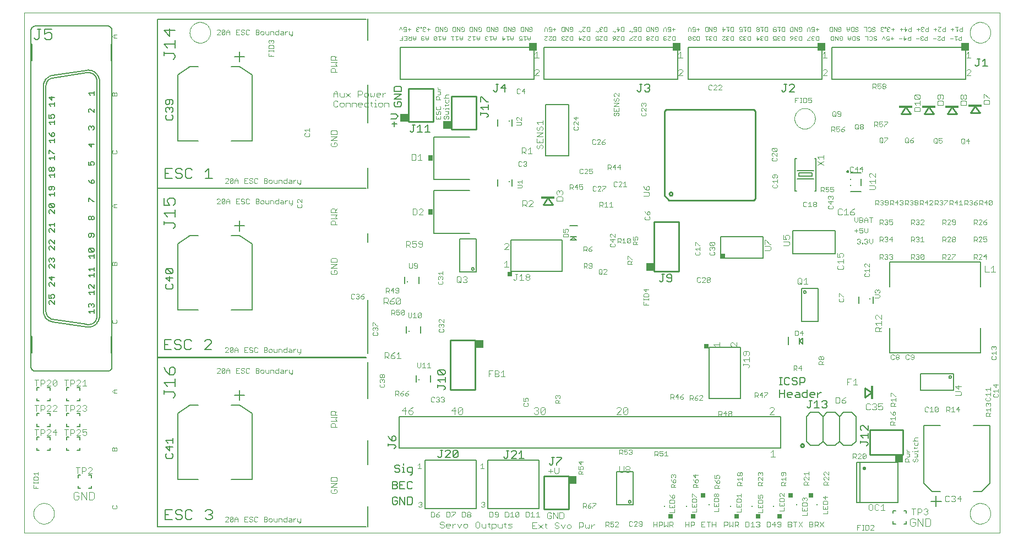
<source format=gto>
G75*
G70*
%OFA0B0*%
%FSLAX24Y24*%
%IPPOS*%
%LPD*%
%AMOC8*
5,1,8,0,0,1.08239X$1,22.5*
%
%ADD10C,0.0000*%
%ADD11C,0.0040*%
%ADD12C,0.0050*%
%ADD13C,0.0030*%
%ADD14C,0.0080*%
%ADD15R,0.0300X0.0340*%
%ADD16C,0.0118*%
%ADD17C,0.0100*%
%ADD18R,0.0827X0.0118*%
%ADD19C,0.0060*%
%ADD20C,0.0217*%
%ADD21R,0.0500X0.0500*%
%ADD22R,0.0256X0.0256*%
%ADD23R,0.0098X0.0098*%
%ADD24R,0.0250X0.0250*%
%ADD25C,0.0070*%
%ADD26R,0.0118X0.0827*%
D10*
X000180Y000300D02*
X000180Y031800D01*
X059230Y031800D01*
X059230Y000300D01*
X000180Y000300D01*
X000735Y001480D02*
X000737Y001530D01*
X000743Y001579D01*
X000753Y001628D01*
X000766Y001675D01*
X000784Y001722D01*
X000805Y001767D01*
X000829Y001810D01*
X000857Y001851D01*
X000888Y001890D01*
X000922Y001926D01*
X000959Y001960D01*
X000999Y001990D01*
X001040Y002017D01*
X001084Y002041D01*
X001129Y002061D01*
X001176Y002077D01*
X001224Y002090D01*
X001273Y002099D01*
X001323Y002104D01*
X001372Y002105D01*
X001422Y002102D01*
X001471Y002095D01*
X001520Y002084D01*
X001567Y002070D01*
X001613Y002051D01*
X001658Y002029D01*
X001701Y002004D01*
X001741Y001975D01*
X001779Y001943D01*
X001815Y001909D01*
X001848Y001871D01*
X001877Y001831D01*
X001903Y001789D01*
X001926Y001745D01*
X001945Y001699D01*
X001961Y001652D01*
X001973Y001603D01*
X001981Y001554D01*
X001985Y001505D01*
X001985Y001455D01*
X001981Y001406D01*
X001973Y001357D01*
X001961Y001308D01*
X001945Y001261D01*
X001926Y001215D01*
X001903Y001171D01*
X001877Y001129D01*
X001848Y001089D01*
X001815Y001051D01*
X001779Y001017D01*
X001741Y000985D01*
X001701Y000956D01*
X001658Y000931D01*
X001613Y000909D01*
X001567Y000890D01*
X001520Y000876D01*
X001471Y000865D01*
X001422Y000858D01*
X001372Y000855D01*
X001323Y000856D01*
X001273Y000861D01*
X001224Y000870D01*
X001176Y000883D01*
X001129Y000899D01*
X001084Y000919D01*
X001040Y000943D01*
X000999Y000970D01*
X000959Y001000D01*
X000922Y001034D01*
X000888Y001070D01*
X000857Y001109D01*
X000829Y001150D01*
X000805Y001193D01*
X000784Y001238D01*
X000766Y001285D01*
X000753Y001332D01*
X000743Y001381D01*
X000737Y001430D01*
X000735Y001480D01*
X046805Y025400D02*
X046807Y025450D01*
X046813Y025499D01*
X046823Y025548D01*
X046836Y025595D01*
X046854Y025642D01*
X046875Y025687D01*
X046899Y025730D01*
X046927Y025771D01*
X046958Y025810D01*
X046992Y025846D01*
X047029Y025880D01*
X047069Y025910D01*
X047110Y025937D01*
X047154Y025961D01*
X047199Y025981D01*
X047246Y025997D01*
X047294Y026010D01*
X047343Y026019D01*
X047393Y026024D01*
X047442Y026025D01*
X047492Y026022D01*
X047541Y026015D01*
X047590Y026004D01*
X047637Y025990D01*
X047683Y025971D01*
X047728Y025949D01*
X047771Y025924D01*
X047811Y025895D01*
X047849Y025863D01*
X047885Y025829D01*
X047918Y025791D01*
X047947Y025751D01*
X047973Y025709D01*
X047996Y025665D01*
X048015Y025619D01*
X048031Y025572D01*
X048043Y025523D01*
X048051Y025474D01*
X048055Y025425D01*
X048055Y025375D01*
X048051Y025326D01*
X048043Y025277D01*
X048031Y025228D01*
X048015Y025181D01*
X047996Y025135D01*
X047973Y025091D01*
X047947Y025049D01*
X047918Y025009D01*
X047885Y024971D01*
X047849Y024937D01*
X047811Y024905D01*
X047771Y024876D01*
X047728Y024851D01*
X047683Y024829D01*
X047637Y024810D01*
X047590Y024796D01*
X047541Y024785D01*
X047492Y024778D01*
X047442Y024775D01*
X047393Y024776D01*
X047343Y024781D01*
X047294Y024790D01*
X047246Y024803D01*
X047199Y024819D01*
X047154Y024839D01*
X047110Y024863D01*
X047069Y024890D01*
X047029Y024920D01*
X046992Y024954D01*
X046958Y024990D01*
X046927Y025029D01*
X046899Y025070D01*
X046875Y025113D01*
X046854Y025158D01*
X046836Y025205D01*
X046823Y025252D01*
X046813Y025301D01*
X046807Y025350D01*
X046805Y025400D01*
X057425Y030610D02*
X057427Y030660D01*
X057433Y030709D01*
X057443Y030758D01*
X057456Y030805D01*
X057474Y030852D01*
X057495Y030897D01*
X057519Y030940D01*
X057547Y030981D01*
X057578Y031020D01*
X057612Y031056D01*
X057649Y031090D01*
X057689Y031120D01*
X057730Y031147D01*
X057774Y031171D01*
X057819Y031191D01*
X057866Y031207D01*
X057914Y031220D01*
X057963Y031229D01*
X058013Y031234D01*
X058062Y031235D01*
X058112Y031232D01*
X058161Y031225D01*
X058210Y031214D01*
X058257Y031200D01*
X058303Y031181D01*
X058348Y031159D01*
X058391Y031134D01*
X058431Y031105D01*
X058469Y031073D01*
X058505Y031039D01*
X058538Y031001D01*
X058567Y030961D01*
X058593Y030919D01*
X058616Y030875D01*
X058635Y030829D01*
X058651Y030782D01*
X058663Y030733D01*
X058671Y030684D01*
X058675Y030635D01*
X058675Y030585D01*
X058671Y030536D01*
X058663Y030487D01*
X058651Y030438D01*
X058635Y030391D01*
X058616Y030345D01*
X058593Y030301D01*
X058567Y030259D01*
X058538Y030219D01*
X058505Y030181D01*
X058469Y030147D01*
X058431Y030115D01*
X058391Y030086D01*
X058348Y030061D01*
X058303Y030039D01*
X058257Y030020D01*
X058210Y030006D01*
X058161Y029995D01*
X058112Y029988D01*
X058062Y029985D01*
X058013Y029986D01*
X057963Y029991D01*
X057914Y030000D01*
X057866Y030013D01*
X057819Y030029D01*
X057774Y030049D01*
X057730Y030073D01*
X057689Y030100D01*
X057649Y030130D01*
X057612Y030164D01*
X057578Y030200D01*
X057547Y030239D01*
X057519Y030280D01*
X057495Y030323D01*
X057474Y030368D01*
X057456Y030415D01*
X057443Y030462D01*
X057433Y030511D01*
X057427Y030560D01*
X057425Y030610D01*
X010185Y030610D02*
X010187Y030660D01*
X010193Y030709D01*
X010203Y030758D01*
X010216Y030805D01*
X010234Y030852D01*
X010255Y030897D01*
X010279Y030940D01*
X010307Y030981D01*
X010338Y031020D01*
X010372Y031056D01*
X010409Y031090D01*
X010449Y031120D01*
X010490Y031147D01*
X010534Y031171D01*
X010579Y031191D01*
X010626Y031207D01*
X010674Y031220D01*
X010723Y031229D01*
X010773Y031234D01*
X010822Y031235D01*
X010872Y031232D01*
X010921Y031225D01*
X010970Y031214D01*
X011017Y031200D01*
X011063Y031181D01*
X011108Y031159D01*
X011151Y031134D01*
X011191Y031105D01*
X011229Y031073D01*
X011265Y031039D01*
X011298Y031001D01*
X011327Y030961D01*
X011353Y030919D01*
X011376Y030875D01*
X011395Y030829D01*
X011411Y030782D01*
X011423Y030733D01*
X011431Y030684D01*
X011435Y030635D01*
X011435Y030585D01*
X011431Y030536D01*
X011423Y030487D01*
X011411Y030438D01*
X011395Y030391D01*
X011376Y030345D01*
X011353Y030301D01*
X011327Y030259D01*
X011298Y030219D01*
X011265Y030181D01*
X011229Y030147D01*
X011191Y030115D01*
X011151Y030086D01*
X011108Y030061D01*
X011063Y030039D01*
X011017Y030020D01*
X010970Y030006D01*
X010921Y029995D01*
X010872Y029988D01*
X010822Y029985D01*
X010773Y029986D01*
X010723Y029991D01*
X010674Y030000D01*
X010626Y030013D01*
X010579Y030029D01*
X010534Y030049D01*
X010490Y030073D01*
X010449Y030100D01*
X010409Y030130D01*
X010372Y030164D01*
X010338Y030200D01*
X010307Y030239D01*
X010279Y030280D01*
X010255Y030323D01*
X010234Y030368D01*
X010216Y030415D01*
X010203Y030462D01*
X010193Y030511D01*
X010187Y030560D01*
X010185Y030610D01*
X057425Y001480D02*
X057427Y001530D01*
X057433Y001579D01*
X057443Y001628D01*
X057456Y001675D01*
X057474Y001722D01*
X057495Y001767D01*
X057519Y001810D01*
X057547Y001851D01*
X057578Y001890D01*
X057612Y001926D01*
X057649Y001960D01*
X057689Y001990D01*
X057730Y002017D01*
X057774Y002041D01*
X057819Y002061D01*
X057866Y002077D01*
X057914Y002090D01*
X057963Y002099D01*
X058013Y002104D01*
X058062Y002105D01*
X058112Y002102D01*
X058161Y002095D01*
X058210Y002084D01*
X058257Y002070D01*
X058303Y002051D01*
X058348Y002029D01*
X058391Y002004D01*
X058431Y001975D01*
X058469Y001943D01*
X058505Y001909D01*
X058538Y001871D01*
X058567Y001831D01*
X058593Y001789D01*
X058616Y001745D01*
X058635Y001699D01*
X058651Y001652D01*
X058663Y001603D01*
X058671Y001554D01*
X058675Y001505D01*
X058675Y001455D01*
X058671Y001406D01*
X058663Y001357D01*
X058651Y001308D01*
X058635Y001261D01*
X058616Y001215D01*
X058593Y001171D01*
X058567Y001129D01*
X058538Y001089D01*
X058505Y001051D01*
X058469Y001017D01*
X058431Y000985D01*
X058391Y000956D01*
X058348Y000931D01*
X058303Y000909D01*
X058257Y000890D01*
X058210Y000876D01*
X058161Y000865D01*
X058112Y000858D01*
X058062Y000855D01*
X058013Y000856D01*
X057963Y000861D01*
X057914Y000870D01*
X057866Y000883D01*
X057819Y000899D01*
X057774Y000919D01*
X057730Y000943D01*
X057689Y000970D01*
X057649Y001000D01*
X057612Y001034D01*
X057578Y001070D01*
X057547Y001109D01*
X057519Y001150D01*
X057495Y001193D01*
X057474Y001238D01*
X057456Y001285D01*
X057443Y001332D01*
X057433Y001381D01*
X057427Y001430D01*
X057425Y001480D01*
D11*
X056849Y002200D02*
X056849Y002560D01*
X056669Y002380D01*
X056909Y002380D01*
X056541Y002320D02*
X056541Y002260D01*
X056481Y002200D01*
X056361Y002200D01*
X056301Y002260D01*
X056172Y002260D02*
X056112Y002200D01*
X055992Y002200D01*
X055932Y002260D01*
X055932Y002500D01*
X055992Y002560D01*
X056112Y002560D01*
X056172Y002500D01*
X056301Y002500D02*
X056361Y002560D01*
X056481Y002560D01*
X056541Y002500D01*
X056541Y002440D01*
X056481Y002380D01*
X056541Y002320D01*
X056481Y002380D02*
X056421Y002380D01*
X054877Y001720D02*
X054877Y001660D01*
X054817Y001600D01*
X054877Y001540D01*
X054877Y001480D01*
X054817Y001420D01*
X054697Y001420D01*
X054637Y001480D01*
X054757Y001600D02*
X054817Y001600D01*
X054877Y001720D02*
X054817Y001780D01*
X054697Y001780D01*
X054637Y001720D01*
X054509Y001720D02*
X054509Y001600D01*
X054448Y001540D01*
X054268Y001540D01*
X054268Y001420D02*
X054268Y001780D01*
X054448Y001780D01*
X054509Y001720D01*
X054140Y001780D02*
X053900Y001780D01*
X054020Y001780D02*
X054020Y001420D01*
X054049Y001180D02*
X053896Y001180D01*
X053819Y001104D01*
X053819Y000797D01*
X053896Y000720D01*
X054049Y000720D01*
X054126Y000797D01*
X054126Y000950D01*
X053972Y000950D01*
X054126Y001104D02*
X054049Y001180D01*
X054279Y001180D02*
X054586Y000720D01*
X054586Y001180D01*
X054740Y001180D02*
X054740Y000720D01*
X054970Y000720D01*
X055047Y000797D01*
X055047Y001104D01*
X054970Y001180D01*
X054740Y001180D01*
X054279Y001180D02*
X054279Y000720D01*
X052277Y001670D02*
X052037Y001670D01*
X052157Y001670D02*
X052157Y002030D01*
X052037Y001910D01*
X051909Y001970D02*
X051848Y002030D01*
X051728Y002030D01*
X051668Y001970D01*
X051668Y001730D01*
X051728Y001670D01*
X051848Y001670D01*
X051909Y001730D01*
X051540Y001730D02*
X051540Y001970D01*
X051480Y002030D01*
X051360Y002030D01*
X051300Y001970D01*
X051300Y001730D01*
X051360Y001670D01*
X051480Y001670D01*
X051540Y001730D01*
X049851Y008164D02*
X049911Y008224D01*
X049911Y008284D01*
X049851Y008344D01*
X049671Y008344D01*
X049671Y008224D01*
X049731Y008164D01*
X049851Y008164D01*
X049671Y008344D02*
X049791Y008464D01*
X049911Y008524D01*
X049543Y008464D02*
X049543Y008224D01*
X049483Y008164D01*
X049303Y008164D01*
X049303Y008524D01*
X049483Y008524D01*
X049543Y008464D01*
X050000Y009270D02*
X050000Y009630D01*
X050240Y009630D01*
X050368Y009510D02*
X050488Y009630D01*
X050488Y009270D01*
X050368Y009270D02*
X050609Y009270D01*
X050120Y009450D02*
X050000Y009450D01*
X056550Y009182D02*
X056730Y009002D01*
X056730Y009242D01*
X056910Y009182D02*
X056550Y009182D01*
X056550Y008874D02*
X056850Y008874D01*
X056910Y008814D01*
X056910Y008693D01*
X056850Y008633D01*
X056550Y008633D01*
X045375Y017484D02*
X045375Y017604D01*
X045315Y017665D01*
X045014Y017665D01*
X045014Y017793D02*
X045014Y018033D01*
X045074Y018033D01*
X045315Y017793D01*
X045375Y017793D01*
X045375Y017484D02*
X045315Y017424D01*
X045014Y017424D01*
X046130Y017720D02*
X046430Y017720D01*
X046490Y017780D01*
X046490Y017900D01*
X046430Y017960D01*
X046130Y017960D01*
X046130Y018088D02*
X046310Y018088D01*
X046250Y018208D01*
X046250Y018268D01*
X046310Y018329D01*
X046430Y018329D01*
X046490Y018268D01*
X046490Y018148D01*
X046430Y018088D01*
X046130Y018088D02*
X046130Y018329D01*
X048200Y022583D02*
X048560Y022824D01*
X048560Y022952D02*
X048560Y023192D01*
X048560Y023072D02*
X048200Y023072D01*
X048320Y022952D01*
X048200Y022824D02*
X048560Y022583D01*
X054056Y025854D02*
X054056Y026035D01*
X054116Y026095D01*
X054356Y026095D01*
X054416Y026035D01*
X054416Y025854D01*
X054056Y025854D01*
X054176Y026223D02*
X054056Y026343D01*
X054416Y026343D01*
X054416Y026223D02*
X054416Y026463D01*
X054356Y026591D02*
X054116Y026831D01*
X054356Y026831D01*
X054416Y026771D01*
X054416Y026651D01*
X054356Y026591D01*
X054116Y026591D01*
X054056Y026651D01*
X054056Y026771D01*
X054116Y026831D01*
X055456Y026771D02*
X055456Y026651D01*
X055516Y026591D01*
X055576Y026591D01*
X055636Y026651D01*
X055636Y026831D01*
X055516Y026831D02*
X055456Y026771D01*
X055516Y026831D02*
X055756Y026831D01*
X055816Y026771D01*
X055816Y026651D01*
X055756Y026591D01*
X055756Y026463D02*
X055516Y026463D01*
X055456Y026403D01*
X055456Y026223D01*
X055816Y026223D01*
X055816Y026403D01*
X055756Y026463D01*
X056856Y026403D02*
X056856Y026223D01*
X057216Y026223D01*
X057216Y026403D01*
X057156Y026463D01*
X056916Y026463D01*
X056856Y026403D01*
X056916Y026591D02*
X056976Y026591D01*
X057036Y026651D01*
X057036Y026771D01*
X057096Y026831D01*
X057156Y026831D01*
X057216Y026771D01*
X057216Y026651D01*
X057156Y026591D01*
X057096Y026591D01*
X057036Y026651D01*
X057036Y026771D02*
X056976Y026831D01*
X056916Y026831D01*
X056856Y026771D01*
X056856Y026651D01*
X056916Y026591D01*
X058256Y026641D02*
X058256Y026881D01*
X058316Y026881D01*
X058556Y026641D01*
X058616Y026641D01*
X058556Y026513D02*
X058316Y026513D01*
X058256Y026453D01*
X058256Y026273D01*
X058616Y026273D01*
X058616Y026453D01*
X058556Y026513D01*
X057472Y028020D02*
X057232Y028020D01*
X057472Y028260D01*
X057472Y028320D01*
X057412Y028380D01*
X057292Y028380D01*
X057232Y028320D01*
X057232Y029070D02*
X057472Y029070D01*
X057352Y029070D02*
X057352Y029430D01*
X057232Y029310D01*
X048772Y029070D02*
X048532Y029070D01*
X048652Y029070D02*
X048652Y029430D01*
X048532Y029310D01*
X048592Y028380D02*
X048532Y028320D01*
X048592Y028380D02*
X048712Y028380D01*
X048772Y028320D01*
X048772Y028260D01*
X048532Y028020D01*
X048772Y028020D01*
X040022Y028020D02*
X039782Y028020D01*
X040022Y028260D01*
X040022Y028320D01*
X039962Y028380D01*
X039842Y028380D01*
X039782Y028320D01*
X039782Y029070D02*
X040022Y029070D01*
X039902Y029070D02*
X039902Y029430D01*
X039782Y029310D01*
X031560Y025283D02*
X031560Y025043D01*
X031560Y025163D02*
X031200Y025163D01*
X031320Y025043D01*
X031260Y024915D02*
X031200Y024855D01*
X031200Y024735D01*
X031260Y024675D01*
X031320Y024675D01*
X031380Y024735D01*
X031380Y024855D01*
X031440Y024915D01*
X031500Y024915D01*
X031560Y024855D01*
X031560Y024735D01*
X031500Y024675D01*
X031560Y024547D02*
X031200Y024547D01*
X031200Y024307D02*
X031560Y024547D01*
X031560Y024307D02*
X031200Y024307D01*
X031200Y024179D02*
X031200Y023938D01*
X031560Y023938D01*
X031560Y024179D01*
X031380Y024058D02*
X031380Y023938D01*
X031440Y023810D02*
X031500Y023810D01*
X031560Y023750D01*
X031560Y023630D01*
X031500Y023570D01*
X031380Y023630D02*
X031380Y023750D01*
X031440Y023810D01*
X031260Y023810D02*
X031200Y023750D01*
X031200Y023630D01*
X031260Y023570D01*
X031320Y023570D01*
X031380Y023630D01*
X032466Y021031D02*
X032526Y021031D01*
X032586Y020971D01*
X032646Y021031D01*
X032706Y021031D01*
X032766Y020971D01*
X032766Y020851D01*
X032706Y020791D01*
X032706Y020663D02*
X032466Y020663D01*
X032406Y020603D01*
X032406Y020423D01*
X032766Y020423D01*
X032766Y020603D01*
X032706Y020663D01*
X032466Y020791D02*
X032406Y020851D01*
X032406Y020971D01*
X032466Y021031D01*
X032586Y020971D02*
X032586Y020911D01*
X037660Y020942D02*
X037960Y020942D01*
X038020Y020882D01*
X038020Y020762D01*
X037960Y020702D01*
X037660Y020702D01*
X037840Y021071D02*
X037840Y021251D01*
X037900Y021311D01*
X037960Y021311D01*
X038020Y021251D01*
X038020Y021131D01*
X037960Y021071D01*
X037840Y021071D01*
X037720Y021191D01*
X037660Y021311D01*
X031322Y028020D02*
X031082Y028020D01*
X031322Y028260D01*
X031322Y028320D01*
X031262Y028380D01*
X031142Y028380D01*
X031082Y028320D01*
X031082Y029070D02*
X031322Y029070D01*
X031202Y029070D02*
X031202Y029430D01*
X031082Y029310D01*
X022039Y026960D02*
X021979Y026960D01*
X021859Y026840D01*
X021859Y026720D02*
X021859Y026960D01*
X021731Y026900D02*
X021671Y026960D01*
X021551Y026960D01*
X021491Y026900D01*
X021491Y026780D01*
X021551Y026720D01*
X021671Y026720D01*
X021731Y026840D02*
X021491Y026840D01*
X021362Y026780D02*
X021362Y026960D01*
X021362Y026780D02*
X021302Y026720D01*
X021242Y026780D01*
X021182Y026720D01*
X021122Y026780D01*
X021122Y026960D01*
X020994Y026900D02*
X020934Y026960D01*
X020814Y026960D01*
X020754Y026900D01*
X020754Y026780D01*
X020814Y026720D01*
X020934Y026720D01*
X020994Y026780D01*
X020994Y026900D01*
X020626Y026900D02*
X020626Y027020D01*
X020566Y027080D01*
X020386Y027080D01*
X020386Y026720D01*
X020386Y026840D02*
X020566Y026840D01*
X020626Y026900D01*
X020566Y026360D02*
X020626Y026300D01*
X020626Y026240D01*
X020386Y026240D01*
X020386Y026180D02*
X020386Y026300D01*
X020446Y026360D01*
X020566Y026360D01*
X020754Y026300D02*
X020754Y026180D01*
X020814Y026120D01*
X020994Y026120D01*
X021182Y026180D02*
X021242Y026120D01*
X021182Y026180D02*
X021182Y026420D01*
X021122Y026360D02*
X021242Y026360D01*
X021368Y026360D02*
X021428Y026360D01*
X021428Y026120D01*
X021368Y026120D02*
X021488Y026120D01*
X021613Y026180D02*
X021673Y026120D01*
X021794Y026120D01*
X021854Y026180D01*
X021854Y026300D01*
X021794Y026360D01*
X021673Y026360D01*
X021613Y026300D01*
X021613Y026180D01*
X021428Y026480D02*
X021428Y026540D01*
X021731Y026840D02*
X021731Y026900D01*
X021982Y026360D02*
X022162Y026360D01*
X022222Y026300D01*
X022222Y026120D01*
X021982Y026120D02*
X021982Y026360D01*
X020994Y026360D02*
X020814Y026360D01*
X020754Y026300D01*
X020566Y026120D02*
X020446Y026120D01*
X020386Y026180D01*
X020258Y026120D02*
X020258Y026300D01*
X020197Y026360D01*
X020017Y026360D01*
X020017Y026120D01*
X019889Y026120D02*
X019889Y026300D01*
X019829Y026360D01*
X019649Y026360D01*
X019649Y026120D01*
X019521Y026180D02*
X019521Y026300D01*
X019461Y026360D01*
X019341Y026360D01*
X019281Y026300D01*
X019281Y026180D01*
X019341Y026120D01*
X019461Y026120D01*
X019521Y026180D01*
X019153Y026180D02*
X019093Y026120D01*
X018972Y026120D01*
X018912Y026180D01*
X018912Y026420D01*
X018972Y026480D01*
X019093Y026480D01*
X019153Y026420D01*
X019153Y026720D02*
X019153Y026960D01*
X019032Y027080D01*
X018912Y026960D01*
X018912Y026720D01*
X018912Y026900D02*
X019153Y026900D01*
X019281Y026960D02*
X019281Y026780D01*
X019341Y026720D01*
X019521Y026720D01*
X019521Y026960D01*
X019649Y026960D02*
X019889Y026720D01*
X019649Y026720D02*
X019889Y026960D01*
X019110Y028215D02*
X018750Y028215D01*
X018750Y028395D01*
X018810Y028455D01*
X018930Y028455D01*
X018990Y028395D01*
X018990Y028215D01*
X019110Y028583D02*
X018990Y028703D01*
X019110Y028824D01*
X018750Y028824D01*
X018750Y028952D02*
X018750Y029132D01*
X018810Y029192D01*
X018930Y029192D01*
X018990Y029132D01*
X018990Y028952D01*
X018990Y029072D02*
X019110Y029192D01*
X019110Y028952D02*
X018750Y028952D01*
X018750Y028583D02*
X019110Y028583D01*
X019050Y024692D02*
X018810Y024692D01*
X018750Y024632D01*
X018750Y024452D01*
X019110Y024452D01*
X019110Y024632D01*
X019050Y024692D01*
X019110Y024324D02*
X018750Y024324D01*
X018750Y024083D02*
X019110Y024324D01*
X019110Y024083D02*
X018750Y024083D01*
X018810Y023955D02*
X018750Y023895D01*
X018750Y023775D01*
X018810Y023715D01*
X019050Y023715D01*
X019110Y023775D01*
X019110Y023895D01*
X019050Y023955D01*
X018930Y023955D01*
X018930Y023835D01*
X023643Y023230D02*
X023643Y022870D01*
X023823Y022870D01*
X023883Y022930D01*
X023883Y023170D01*
X023823Y023230D01*
X023643Y023230D01*
X024011Y023110D02*
X024131Y023230D01*
X024131Y022870D01*
X024011Y022870D02*
X024251Y022870D01*
X024241Y019930D02*
X024121Y019930D01*
X024061Y019870D01*
X023933Y019870D02*
X023873Y019930D01*
X023693Y019930D01*
X023693Y019570D01*
X023873Y019570D01*
X023933Y019630D01*
X023933Y019870D01*
X024241Y019930D02*
X024301Y019870D01*
X024301Y019810D01*
X024061Y019570D01*
X024301Y019570D01*
X019110Y019574D02*
X018750Y019574D01*
X018750Y019702D02*
X018750Y019882D01*
X018810Y019942D01*
X018930Y019942D01*
X018990Y019882D01*
X018990Y019702D01*
X018990Y019822D02*
X019110Y019942D01*
X019110Y019702D02*
X018750Y019702D01*
X018990Y019453D02*
X019110Y019574D01*
X018990Y019453D02*
X019110Y019333D01*
X018750Y019333D01*
X018810Y019205D02*
X018930Y019205D01*
X018990Y019145D01*
X018990Y018965D01*
X019110Y018965D02*
X018750Y018965D01*
X018750Y019145D01*
X018810Y019205D01*
X018810Y016942D02*
X018750Y016882D01*
X018750Y016702D01*
X019110Y016702D01*
X019110Y016882D01*
X019050Y016942D01*
X018810Y016942D01*
X018750Y016574D02*
X019110Y016574D01*
X018750Y016333D01*
X019110Y016333D01*
X019050Y016205D02*
X018930Y016205D01*
X018930Y016085D01*
X018810Y015965D02*
X019050Y015965D01*
X019110Y016025D01*
X019110Y016145D01*
X019050Y016205D01*
X018810Y016205D02*
X018750Y016145D01*
X018750Y016025D01*
X018810Y015965D01*
X018810Y007692D02*
X018930Y007692D01*
X018990Y007632D01*
X018990Y007452D01*
X018990Y007572D02*
X019110Y007692D01*
X019110Y007452D02*
X018750Y007452D01*
X018750Y007632D01*
X018810Y007692D01*
X018750Y007324D02*
X019110Y007324D01*
X018990Y007203D01*
X019110Y007083D01*
X018750Y007083D01*
X018810Y006955D02*
X018930Y006955D01*
X018990Y006895D01*
X018990Y006715D01*
X019110Y006715D02*
X018750Y006715D01*
X018750Y006895D01*
X018810Y006955D01*
X018810Y003692D02*
X018750Y003632D01*
X018750Y003452D01*
X019110Y003452D01*
X019110Y003632D01*
X019050Y003692D01*
X018810Y003692D01*
X018750Y003324D02*
X019110Y003324D01*
X018750Y003083D01*
X019110Y003083D01*
X019050Y002955D02*
X018930Y002955D01*
X018930Y002835D01*
X018810Y002715D02*
X019050Y002715D01*
X019110Y002775D01*
X019110Y002895D01*
X019050Y002955D01*
X018810Y002955D02*
X018750Y002895D01*
X018750Y002775D01*
X018810Y002715D01*
X025350Y000920D02*
X025350Y000860D01*
X025410Y000800D01*
X025530Y000800D01*
X025590Y000740D01*
X025590Y000680D01*
X025530Y000620D01*
X025410Y000620D01*
X025350Y000680D01*
X025350Y000920D02*
X025410Y000980D01*
X025530Y000980D01*
X025590Y000920D01*
X025718Y000800D02*
X025778Y000860D01*
X025898Y000860D01*
X025959Y000800D01*
X025959Y000740D01*
X025718Y000740D01*
X025718Y000680D02*
X025718Y000800D01*
X025718Y000680D02*
X025778Y000620D01*
X025898Y000620D01*
X026087Y000620D02*
X026087Y000860D01*
X026087Y000740D02*
X026207Y000860D01*
X026267Y000860D01*
X026394Y000860D02*
X026514Y000620D01*
X026634Y000860D01*
X026762Y000800D02*
X026762Y000680D01*
X026822Y000620D01*
X026942Y000620D01*
X027002Y000680D01*
X027002Y000800D01*
X026942Y000860D01*
X026822Y000860D01*
X026762Y000800D01*
X027499Y000680D02*
X027559Y000620D01*
X027679Y000620D01*
X027739Y000680D01*
X027739Y000920D01*
X027679Y000980D01*
X027559Y000980D01*
X027499Y000920D01*
X027499Y000680D01*
X027867Y000680D02*
X027927Y000620D01*
X028107Y000620D01*
X028107Y000860D01*
X028235Y000860D02*
X028355Y000860D01*
X028295Y000920D02*
X028295Y000680D01*
X028355Y000620D01*
X028481Y000620D02*
X028661Y000620D01*
X028721Y000680D01*
X028721Y000800D01*
X028661Y000860D01*
X028481Y000860D01*
X028481Y000500D01*
X028849Y000680D02*
X028909Y000620D01*
X029089Y000620D01*
X029089Y000860D01*
X029217Y000860D02*
X029337Y000860D01*
X029277Y000920D02*
X029277Y000680D01*
X029337Y000620D01*
X029463Y000620D02*
X029643Y000620D01*
X029703Y000680D01*
X029643Y000740D01*
X029523Y000740D01*
X029463Y000800D01*
X029523Y000860D01*
X029703Y000860D01*
X028849Y000860D02*
X028849Y000680D01*
X027867Y000680D02*
X027867Y000860D01*
X030950Y000930D02*
X030950Y000570D01*
X031190Y000570D01*
X031318Y000570D02*
X031559Y000810D01*
X031687Y000810D02*
X031807Y000810D01*
X031747Y000870D02*
X031747Y000630D01*
X031807Y000570D01*
X031559Y000570D02*
X031318Y000810D01*
X031190Y000930D02*
X030950Y000930D01*
X030950Y000750D02*
X031070Y000750D01*
X031845Y001230D02*
X031905Y001170D01*
X032025Y001170D01*
X032085Y001230D01*
X032085Y001350D01*
X031965Y001350D01*
X031845Y001470D02*
X031845Y001230D01*
X031845Y001470D02*
X031905Y001530D01*
X032025Y001530D01*
X032085Y001470D01*
X032213Y001530D02*
X032454Y001170D01*
X032454Y001530D01*
X032582Y001530D02*
X032762Y001530D01*
X032822Y001470D01*
X032822Y001230D01*
X032762Y001170D01*
X032582Y001170D01*
X032582Y001530D01*
X032213Y001530D02*
X032213Y001170D01*
X032361Y000930D02*
X032300Y000870D01*
X032300Y000810D01*
X032361Y000750D01*
X032481Y000750D01*
X032541Y000690D01*
X032541Y000630D01*
X032481Y000570D01*
X032361Y000570D01*
X032300Y000630D01*
X032361Y000930D02*
X032481Y000930D01*
X032541Y000870D01*
X032669Y000810D02*
X032789Y000570D01*
X032909Y000810D01*
X033037Y000750D02*
X033037Y000630D01*
X033097Y000570D01*
X033217Y000570D01*
X033277Y000630D01*
X033277Y000750D01*
X033217Y000810D01*
X033097Y000810D01*
X033037Y000750D01*
X033774Y000690D02*
X033954Y000690D01*
X034014Y000750D01*
X034014Y000870D01*
X033954Y000930D01*
X033774Y000930D01*
X033774Y000570D01*
X034142Y000630D02*
X034142Y000810D01*
X034142Y000630D02*
X034202Y000570D01*
X034262Y000630D01*
X034322Y000570D01*
X034382Y000630D01*
X034382Y000810D01*
X034510Y000810D02*
X034510Y000570D01*
X034510Y000690D02*
X034630Y000810D01*
X034691Y000810D01*
X036273Y003970D02*
X036213Y004030D01*
X036213Y004330D01*
X036454Y004330D02*
X036454Y004030D01*
X036394Y003970D01*
X036273Y003970D01*
X036582Y004030D02*
X036582Y004090D01*
X036642Y004150D01*
X036762Y004150D01*
X036822Y004090D01*
X036822Y004030D01*
X036762Y003970D01*
X036642Y003970D01*
X036582Y004030D01*
X036642Y004150D02*
X036582Y004210D01*
X036582Y004270D01*
X036642Y004330D01*
X036762Y004330D01*
X036822Y004270D01*
X036822Y004210D01*
X036762Y004150D01*
X032522Y004230D02*
X032522Y003990D01*
X032402Y003870D01*
X032282Y003990D01*
X032282Y004230D01*
X032154Y004050D02*
X031913Y004050D01*
X032033Y004170D02*
X032033Y003930D01*
X004397Y002704D02*
X004397Y002397D01*
X004320Y002320D01*
X004090Y002320D01*
X004090Y002780D01*
X004320Y002780D01*
X004397Y002704D01*
X003936Y002780D02*
X003936Y002320D01*
X003629Y002780D01*
X003629Y002320D01*
X003476Y002397D02*
X003476Y002550D01*
X003322Y002550D01*
X003169Y002397D02*
X003246Y002320D01*
X003399Y002320D01*
X003476Y002397D01*
X003476Y002704D02*
X003399Y002780D01*
X003246Y002780D01*
X003169Y002704D01*
X003169Y002397D01*
X003420Y003920D02*
X003420Y004280D01*
X003300Y004280D02*
X003540Y004280D01*
X003668Y004280D02*
X003668Y003920D01*
X003668Y004040D02*
X003848Y004040D01*
X003909Y004100D01*
X003909Y004220D01*
X003848Y004280D01*
X003668Y004280D01*
X004037Y004220D02*
X004097Y004280D01*
X004217Y004280D01*
X004277Y004220D01*
X004277Y004160D01*
X004037Y003920D01*
X004277Y003920D01*
X003885Y006220D02*
X003765Y006220D01*
X003705Y006280D01*
X003705Y006400D02*
X003825Y006460D01*
X003885Y006460D01*
X003945Y006400D01*
X003945Y006280D01*
X003885Y006220D01*
X003705Y006400D02*
X003705Y006580D01*
X003945Y006580D01*
X003577Y006520D02*
X003517Y006580D01*
X003397Y006580D01*
X003337Y006520D01*
X003209Y006520D02*
X003209Y006400D01*
X003148Y006340D01*
X002968Y006340D01*
X002968Y006220D02*
X002968Y006580D01*
X003148Y006580D01*
X003209Y006520D01*
X003337Y006220D02*
X003577Y006460D01*
X003577Y006520D01*
X003577Y006220D02*
X003337Y006220D01*
X002840Y006580D02*
X002600Y006580D01*
X002720Y006580D02*
X002720Y006220D01*
X002145Y006400D02*
X001905Y006400D01*
X002085Y006580D01*
X002085Y006220D01*
X001777Y006220D02*
X001537Y006220D01*
X001777Y006460D01*
X001777Y006520D01*
X001717Y006580D01*
X001597Y006580D01*
X001537Y006520D01*
X001409Y006520D02*
X001409Y006400D01*
X001348Y006340D01*
X001168Y006340D01*
X001168Y006220D02*
X001168Y006580D01*
X001348Y006580D01*
X001409Y006520D01*
X001040Y006580D02*
X000800Y006580D01*
X000920Y006580D02*
X000920Y006220D01*
X000920Y007670D02*
X000920Y008030D01*
X000800Y008030D02*
X001040Y008030D01*
X001168Y008030D02*
X001348Y008030D01*
X001409Y007970D01*
X001409Y007850D01*
X001348Y007790D01*
X001168Y007790D01*
X001168Y007670D02*
X001168Y008030D01*
X001537Y007970D02*
X001597Y008030D01*
X001717Y008030D01*
X001777Y007970D01*
X001777Y007910D01*
X001537Y007670D01*
X001777Y007670D01*
X001905Y007670D02*
X002145Y007910D01*
X002145Y007970D01*
X002085Y008030D01*
X001965Y008030D01*
X001905Y007970D01*
X001905Y007670D02*
X002145Y007670D01*
X002720Y007670D02*
X002720Y008030D01*
X002600Y008030D02*
X002840Y008030D01*
X002968Y008030D02*
X003148Y008030D01*
X003209Y007970D01*
X003209Y007850D01*
X003148Y007790D01*
X002968Y007790D01*
X002968Y007670D02*
X002968Y008030D01*
X003337Y007970D02*
X003397Y008030D01*
X003517Y008030D01*
X003577Y007970D01*
X003577Y007910D01*
X003337Y007670D01*
X003577Y007670D01*
X003705Y007730D02*
X003765Y007670D01*
X003885Y007670D01*
X003945Y007730D01*
X003945Y007790D01*
X003885Y007850D01*
X003825Y007850D01*
X003885Y007850D02*
X003945Y007910D01*
X003945Y007970D01*
X003885Y008030D01*
X003765Y008030D01*
X003705Y007970D01*
X003705Y009220D02*
X003945Y009220D01*
X003825Y009220D02*
X003825Y009580D01*
X003705Y009460D01*
X003577Y009460D02*
X003577Y009520D01*
X003517Y009580D01*
X003397Y009580D01*
X003337Y009520D01*
X003209Y009520D02*
X003209Y009400D01*
X003148Y009340D01*
X002968Y009340D01*
X002968Y009220D02*
X002968Y009580D01*
X003148Y009580D01*
X003209Y009520D01*
X003337Y009220D02*
X003577Y009460D01*
X003577Y009220D02*
X003337Y009220D01*
X002840Y009580D02*
X002600Y009580D01*
X002720Y009580D02*
X002720Y009220D01*
X002145Y009280D02*
X002145Y009520D01*
X001905Y009280D01*
X001965Y009220D01*
X002085Y009220D01*
X002145Y009280D01*
X001905Y009280D02*
X001905Y009520D01*
X001965Y009580D01*
X002085Y009580D01*
X002145Y009520D01*
X001777Y009520D02*
X001717Y009580D01*
X001597Y009580D01*
X001537Y009520D01*
X001409Y009520D02*
X001409Y009400D01*
X001348Y009340D01*
X001168Y009340D01*
X001168Y009220D02*
X001168Y009580D01*
X001348Y009580D01*
X001409Y009520D01*
X001537Y009220D02*
X001777Y009460D01*
X001777Y009520D01*
X001777Y009220D02*
X001537Y009220D01*
X001040Y009580D02*
X000800Y009580D01*
X000920Y009580D02*
X000920Y009220D01*
D12*
X008240Y010918D02*
X008240Y000682D01*
X008716Y001115D02*
X009123Y001115D01*
X009324Y001217D02*
X009426Y001115D01*
X009629Y001115D01*
X009731Y001217D01*
X009731Y001319D01*
X009629Y001420D01*
X009426Y001420D01*
X009324Y001522D01*
X009324Y001624D01*
X009426Y001726D01*
X009629Y001726D01*
X009731Y001624D01*
X009932Y001624D02*
X009932Y001217D01*
X010034Y001115D01*
X010237Y001115D01*
X010339Y001217D01*
X011147Y001217D02*
X011249Y001115D01*
X011453Y001115D01*
X011554Y001217D01*
X011554Y001319D01*
X011453Y001420D01*
X011351Y001420D01*
X011453Y001420D02*
X011554Y001522D01*
X011554Y001624D01*
X011453Y001726D01*
X011249Y001726D01*
X011147Y001624D01*
X010339Y001624D02*
X010237Y001726D01*
X010034Y001726D01*
X009932Y001624D01*
X009123Y001726D02*
X008716Y001726D01*
X008716Y001115D01*
X008716Y001420D02*
X008920Y001420D01*
X009454Y003550D02*
X010704Y003550D01*
X009454Y003550D02*
X009454Y007550D01*
X010204Y008050D01*
X010704Y008050D01*
X012704Y008050D02*
X013204Y008050D01*
X013954Y007550D01*
X013954Y003550D01*
X012704Y003550D01*
X009179Y004900D02*
X009179Y005050D01*
X009104Y005125D01*
X008954Y005285D02*
X008954Y005586D01*
X008879Y005746D02*
X008729Y005896D01*
X009179Y005896D01*
X009179Y005746D02*
X009179Y006046D01*
X009179Y005511D02*
X008729Y005511D01*
X008954Y005285D01*
X008804Y005125D02*
X008729Y005050D01*
X008729Y004900D01*
X008804Y004825D01*
X009104Y004825D01*
X009179Y004900D01*
X008240Y010932D02*
X008240Y021168D01*
X008240Y021182D02*
X008240Y031418D01*
X010204Y028550D02*
X010704Y028550D01*
X010204Y028550D02*
X009454Y028050D01*
X009454Y024050D01*
X010704Y024050D01*
X012704Y024050D02*
X013954Y024050D01*
X013954Y028050D01*
X013204Y028550D01*
X012704Y028550D01*
X009179Y026471D02*
X009104Y026546D01*
X008804Y026546D01*
X008729Y026471D01*
X008729Y026321D01*
X008804Y026246D01*
X008879Y026246D01*
X008954Y026321D01*
X008954Y026546D01*
X009179Y026471D02*
X009179Y026321D01*
X009104Y026246D01*
X009104Y026086D02*
X009179Y026011D01*
X009179Y025860D01*
X009104Y025785D01*
X009104Y025625D02*
X009179Y025550D01*
X009179Y025400D01*
X009104Y025325D01*
X008804Y025325D01*
X008729Y025400D01*
X008729Y025550D01*
X008804Y025625D01*
X008804Y025785D02*
X008729Y025860D01*
X008729Y026011D01*
X008804Y026086D01*
X008879Y026086D01*
X008954Y026011D01*
X009029Y026086D01*
X009104Y026086D01*
X008954Y026011D02*
X008954Y025936D01*
X004395Y025993D02*
X004395Y025766D01*
X004168Y025993D01*
X004111Y025993D01*
X004055Y025936D01*
X004055Y025823D01*
X004111Y025766D01*
X004111Y024943D02*
X004168Y024943D01*
X004225Y024886D01*
X004282Y024943D01*
X004338Y024943D01*
X004395Y024886D01*
X004395Y024773D01*
X004338Y024716D01*
X004225Y024829D02*
X004225Y024886D01*
X004111Y024943D02*
X004055Y024886D01*
X004055Y024773D01*
X004111Y024716D01*
X004225Y023893D02*
X004225Y023666D01*
X004055Y023836D01*
X004395Y023836D01*
X004338Y022793D02*
X004395Y022736D01*
X004395Y022623D01*
X004338Y022566D01*
X004225Y022566D02*
X004168Y022679D01*
X004168Y022736D01*
X004225Y022793D01*
X004338Y022793D01*
X004225Y022566D02*
X004055Y022566D01*
X004055Y022793D01*
X001995Y022907D02*
X001995Y023134D01*
X001995Y023020D02*
X001655Y023020D01*
X001768Y022907D01*
X001655Y023266D02*
X001655Y023493D01*
X001711Y023493D01*
X001938Y023266D01*
X001995Y023266D01*
X001995Y023957D02*
X001995Y024184D01*
X001995Y024070D02*
X001655Y024070D01*
X001768Y023957D01*
X001825Y024316D02*
X001825Y024486D01*
X001882Y024543D01*
X001938Y024543D01*
X001995Y024486D01*
X001995Y024373D01*
X001938Y024316D01*
X001825Y024316D01*
X001711Y024429D01*
X001655Y024543D01*
X001768Y025057D02*
X001655Y025170D01*
X001995Y025170D01*
X001995Y025057D02*
X001995Y025284D01*
X001938Y025416D02*
X001995Y025473D01*
X001995Y025586D01*
X001938Y025643D01*
X001825Y025643D01*
X001768Y025586D01*
X001768Y025529D01*
X001825Y025416D01*
X001655Y025416D01*
X001655Y025643D01*
X001768Y026157D02*
X001655Y026270D01*
X001995Y026270D01*
X001995Y026157D02*
X001995Y026384D01*
X001825Y026516D02*
X001825Y026743D01*
X001995Y026686D02*
X001655Y026686D01*
X001825Y026516D01*
X004055Y026929D02*
X004395Y026929D01*
X004395Y026816D02*
X004395Y027043D01*
X004168Y026816D02*
X004055Y026929D01*
X001938Y022443D02*
X001995Y022386D01*
X001995Y022273D01*
X001938Y022216D01*
X001882Y022216D01*
X001825Y022273D01*
X001825Y022386D01*
X001882Y022443D01*
X001938Y022443D01*
X001825Y022386D02*
X001768Y022443D01*
X001711Y022443D01*
X001655Y022386D01*
X001655Y022273D01*
X001711Y022216D01*
X001768Y022216D01*
X001825Y022273D01*
X001995Y022084D02*
X001995Y021857D01*
X001995Y021970D02*
X001655Y021970D01*
X001768Y021857D01*
X001711Y021293D02*
X001655Y021236D01*
X001655Y021123D01*
X001711Y021066D01*
X001768Y021066D01*
X001825Y021123D01*
X001825Y021293D01*
X001938Y021293D02*
X001711Y021293D01*
X001938Y021293D02*
X001995Y021236D01*
X001995Y021123D01*
X001938Y021066D01*
X001995Y020934D02*
X001995Y020707D01*
X001995Y020820D02*
X001655Y020820D01*
X001768Y020707D01*
X001711Y020243D02*
X001938Y020016D01*
X001995Y020073D01*
X001995Y020186D01*
X001938Y020243D01*
X001711Y020243D01*
X001655Y020186D01*
X001655Y020073D01*
X001711Y020016D01*
X001938Y020016D01*
X001995Y019884D02*
X001995Y019657D01*
X001768Y019884D01*
X001711Y019884D01*
X001655Y019827D01*
X001655Y019714D01*
X001711Y019657D01*
X001995Y019093D02*
X001995Y018866D01*
X001995Y018979D02*
X001655Y018979D01*
X001768Y018866D01*
X001768Y018734D02*
X001711Y018734D01*
X001655Y018677D01*
X001655Y018564D01*
X001711Y018507D01*
X001768Y018734D02*
X001995Y018507D01*
X001995Y018734D01*
X001995Y018043D02*
X001995Y017816D01*
X001768Y018043D01*
X001711Y018043D01*
X001655Y017986D01*
X001655Y017873D01*
X001711Y017816D01*
X001711Y017684D02*
X001655Y017627D01*
X001655Y017514D01*
X001711Y017457D01*
X001711Y017684D02*
X001768Y017684D01*
X001995Y017457D01*
X001995Y017684D01*
X001938Y016943D02*
X001995Y016886D01*
X001995Y016773D01*
X001938Y016716D01*
X001995Y016584D02*
X001995Y016357D01*
X001768Y016584D01*
X001711Y016584D01*
X001655Y016527D01*
X001655Y016414D01*
X001711Y016357D01*
X001711Y016716D02*
X001655Y016773D01*
X001655Y016886D01*
X001711Y016943D01*
X001768Y016943D01*
X001825Y016886D01*
X001882Y016943D01*
X001938Y016943D01*
X001825Y016886D02*
X001825Y016829D01*
X001825Y015843D02*
X001825Y015616D01*
X001655Y015786D01*
X001995Y015786D01*
X001995Y015484D02*
X001995Y015257D01*
X001768Y015484D01*
X001711Y015484D01*
X001655Y015427D01*
X001655Y015314D01*
X001711Y015257D01*
X001655Y014743D02*
X001655Y014516D01*
X001825Y014516D01*
X001768Y014629D01*
X001768Y014686D01*
X001825Y014743D01*
X001938Y014743D01*
X001995Y014686D01*
X001995Y014573D01*
X001938Y014516D01*
X001995Y014384D02*
X001995Y014157D01*
X001768Y014384D01*
X001711Y014384D01*
X001655Y014327D01*
X001655Y014214D01*
X001711Y014157D01*
X004055Y014136D02*
X004055Y014023D01*
X004111Y013966D01*
X004225Y014079D02*
X004225Y014136D01*
X004282Y014193D01*
X004338Y014193D01*
X004395Y014136D01*
X004395Y014023D01*
X004338Y013966D01*
X004395Y013834D02*
X004395Y013607D01*
X004395Y013720D02*
X004055Y013720D01*
X004168Y013607D01*
X004225Y014136D02*
X004168Y014193D01*
X004111Y014193D01*
X004055Y014136D01*
X004168Y014757D02*
X004055Y014870D01*
X004395Y014870D01*
X004395Y014757D02*
X004395Y014984D01*
X004395Y015116D02*
X004168Y015343D01*
X004111Y015343D01*
X004055Y015286D01*
X004055Y015173D01*
X004111Y015116D01*
X004395Y015116D02*
X004395Y015343D01*
X004395Y015807D02*
X004395Y016034D01*
X004395Y015920D02*
X004055Y015920D01*
X004168Y015807D01*
X004168Y016166D02*
X004055Y016279D01*
X004395Y016279D01*
X004395Y016166D02*
X004395Y016393D01*
X004395Y016957D02*
X004395Y017184D01*
X004395Y017070D02*
X004055Y017070D01*
X004168Y016957D01*
X004111Y017316D02*
X004055Y017373D01*
X004055Y017486D01*
X004111Y017543D01*
X004338Y017316D01*
X004395Y017373D01*
X004395Y017486D01*
X004338Y017543D01*
X004111Y017543D01*
X004111Y017316D02*
X004338Y017316D01*
X004338Y018216D02*
X004395Y018273D01*
X004395Y018386D01*
X004338Y018443D01*
X004111Y018443D01*
X004055Y018386D01*
X004055Y018273D01*
X004111Y018216D01*
X004168Y018216D01*
X004225Y018273D01*
X004225Y018443D01*
X004282Y019266D02*
X004225Y019323D01*
X004225Y019436D01*
X004282Y019493D01*
X004338Y019493D01*
X004395Y019436D01*
X004395Y019323D01*
X004338Y019266D01*
X004282Y019266D01*
X004225Y019323D02*
X004168Y019266D01*
X004111Y019266D01*
X004055Y019323D01*
X004055Y019436D01*
X004111Y019493D01*
X004168Y019493D01*
X004225Y019436D01*
X004338Y020366D02*
X004395Y020366D01*
X004338Y020366D02*
X004111Y020593D01*
X004055Y020593D01*
X004055Y020366D01*
X004225Y021466D02*
X004111Y021579D01*
X004055Y021693D01*
X004225Y021636D02*
X004225Y021466D01*
X004338Y021466D01*
X004395Y021523D01*
X004395Y021636D01*
X004338Y021693D01*
X004282Y021693D01*
X004225Y021636D01*
X008716Y021765D02*
X009123Y021765D01*
X009324Y021867D02*
X009426Y021765D01*
X009629Y021765D01*
X009731Y021867D01*
X009731Y021969D01*
X009629Y022070D01*
X009426Y022070D01*
X009324Y022172D01*
X009324Y022274D01*
X009426Y022376D01*
X009629Y022376D01*
X009731Y022274D01*
X009932Y022274D02*
X009932Y021867D01*
X010034Y021765D01*
X010237Y021765D01*
X010339Y021867D01*
X010339Y022274D02*
X010237Y022376D01*
X010034Y022376D01*
X009932Y022274D01*
X009123Y022376D02*
X008716Y022376D01*
X008716Y021765D01*
X008716Y022070D02*
X008920Y022070D01*
X011147Y022172D02*
X011351Y022376D01*
X011351Y021765D01*
X011554Y021765D02*
X011147Y021765D01*
X010704Y018300D02*
X010204Y018300D01*
X009454Y017800D01*
X009454Y013800D01*
X010704Y013800D01*
X012704Y013800D02*
X013954Y013800D01*
X013954Y017800D01*
X013204Y018300D01*
X012704Y018300D01*
X009179Y016221D02*
X009179Y016071D01*
X009104Y015996D01*
X008804Y016296D01*
X009104Y016296D01*
X009179Y016221D01*
X009104Y015996D02*
X008804Y015996D01*
X008729Y016071D01*
X008729Y016221D01*
X008804Y016296D01*
X008954Y015836D02*
X008954Y015535D01*
X008729Y015761D01*
X009179Y015761D01*
X009104Y015375D02*
X009179Y015300D01*
X009179Y015150D01*
X009104Y015075D01*
X008804Y015075D01*
X008729Y015150D01*
X008729Y015300D01*
X008804Y015375D01*
X008666Y012026D02*
X008666Y011415D01*
X009073Y011415D01*
X009274Y011517D02*
X009376Y011415D01*
X009579Y011415D01*
X009681Y011517D01*
X009681Y011619D01*
X009579Y011720D01*
X009376Y011720D01*
X009274Y011822D01*
X009274Y011924D01*
X009376Y012026D01*
X009579Y012026D01*
X009681Y011924D01*
X009882Y011924D02*
X009882Y011517D01*
X009984Y011415D01*
X010187Y011415D01*
X010289Y011517D01*
X011097Y011415D02*
X011504Y011822D01*
X011504Y011924D01*
X011403Y012026D01*
X011199Y012026D01*
X011097Y011924D01*
X010289Y011924D02*
X010187Y012026D01*
X009984Y012026D01*
X009882Y011924D01*
X009073Y012026D02*
X008666Y012026D01*
X008666Y011720D02*
X008870Y011720D01*
X011097Y011415D02*
X011504Y011415D01*
X020980Y011188D02*
X020980Y014412D01*
X026530Y016100D02*
X027405Y016100D01*
X027530Y016100D01*
X027530Y018100D01*
X027405Y018100D01*
X026530Y018100D01*
X026530Y016100D01*
X027255Y016300D02*
X027257Y016317D01*
X027262Y016333D01*
X027271Y016347D01*
X027283Y016359D01*
X027297Y016368D01*
X027313Y016373D01*
X027330Y016375D01*
X027347Y016373D01*
X027363Y016368D01*
X027377Y016359D01*
X027389Y016347D01*
X027398Y016333D01*
X027403Y016317D01*
X027405Y016300D01*
X027403Y016283D01*
X027398Y016267D01*
X027389Y016253D01*
X027377Y016241D01*
X027363Y016232D01*
X027347Y016227D01*
X027330Y016225D01*
X027313Y016227D01*
X027297Y016232D01*
X027283Y016241D01*
X027271Y016253D01*
X027262Y016267D01*
X027257Y016283D01*
X027255Y016300D01*
X033233Y018032D02*
X033391Y018189D01*
X033430Y018189D02*
X033587Y018032D01*
X033233Y018032D01*
X033233Y018229D02*
X033587Y018229D01*
X033666Y018898D02*
X033194Y018898D01*
X038774Y015965D02*
X038924Y015965D01*
X038849Y015965D02*
X038849Y015590D01*
X038774Y015515D01*
X038699Y015515D01*
X038624Y015590D01*
X039085Y015590D02*
X039160Y015515D01*
X039310Y015515D01*
X039385Y015590D01*
X039385Y015890D01*
X039310Y015965D01*
X039160Y015965D01*
X039085Y015890D01*
X039085Y015815D01*
X039160Y015740D01*
X039385Y015740D01*
X042350Y016960D02*
X044910Y016960D01*
X044910Y018240D01*
X042350Y018240D01*
X042350Y016960D01*
X047230Y015100D02*
X047355Y015100D01*
X048230Y015100D01*
X048230Y013100D01*
X047355Y013100D01*
X047230Y013100D01*
X047230Y015100D01*
X047355Y014900D02*
X047357Y014917D01*
X047362Y014933D01*
X047371Y014947D01*
X047383Y014959D01*
X047397Y014968D01*
X047413Y014973D01*
X047430Y014975D01*
X047447Y014973D01*
X047463Y014968D01*
X047477Y014959D01*
X047489Y014947D01*
X047498Y014933D01*
X047503Y014917D01*
X047505Y014900D01*
X047503Y014883D01*
X047498Y014867D01*
X047489Y014853D01*
X047477Y014841D01*
X047463Y014832D01*
X047447Y014827D01*
X047430Y014825D01*
X047413Y014827D01*
X047397Y014832D01*
X047383Y014841D01*
X047371Y014853D01*
X047362Y014867D01*
X047357Y014883D01*
X047355Y014900D01*
X046432Y012186D02*
X046432Y011714D01*
X047101Y011753D02*
X047101Y012107D01*
X047141Y011950D02*
X047298Y012107D01*
X047298Y011753D01*
X047141Y011911D01*
X047133Y009725D02*
X047358Y009725D01*
X047433Y009650D01*
X047433Y009500D01*
X047358Y009425D01*
X047133Y009425D01*
X047133Y009275D02*
X047133Y009725D01*
X046973Y009650D02*
X046898Y009725D01*
X046747Y009725D01*
X046672Y009650D01*
X046672Y009575D01*
X046747Y009500D01*
X046898Y009500D01*
X046973Y009425D01*
X046973Y009350D01*
X046898Y009275D01*
X046747Y009275D01*
X046672Y009350D01*
X046512Y009350D02*
X046437Y009275D01*
X046287Y009275D01*
X046212Y009350D01*
X046212Y009650D01*
X046287Y009725D01*
X046437Y009725D01*
X046512Y009650D01*
X046055Y009725D02*
X045905Y009725D01*
X045980Y009725D02*
X045980Y009275D01*
X045905Y009275D02*
X046055Y009275D01*
X045905Y008975D02*
X045905Y008525D01*
X045905Y008750D02*
X046205Y008750D01*
X046365Y008750D02*
X046365Y008600D01*
X046440Y008525D01*
X046591Y008525D01*
X046666Y008675D02*
X046365Y008675D01*
X046365Y008750D02*
X046440Y008825D01*
X046591Y008825D01*
X046666Y008750D01*
X046666Y008675D01*
X046826Y008600D02*
X046901Y008675D01*
X047126Y008675D01*
X047126Y008750D02*
X047126Y008525D01*
X046901Y008525D01*
X046826Y008600D01*
X046901Y008825D02*
X047051Y008825D01*
X047126Y008750D01*
X047286Y008750D02*
X047361Y008825D01*
X047586Y008825D01*
X047586Y008975D02*
X047586Y008525D01*
X047361Y008525D01*
X047286Y008600D01*
X047286Y008750D01*
X047747Y008750D02*
X047747Y008600D01*
X047822Y008525D01*
X047972Y008525D01*
X048047Y008675D02*
X047747Y008675D01*
X047747Y008750D02*
X047822Y008825D01*
X047972Y008825D01*
X048047Y008750D01*
X048047Y008675D01*
X048207Y008675D02*
X048357Y008825D01*
X048432Y008825D01*
X048207Y008825D02*
X048207Y008525D01*
X048166Y008325D02*
X048015Y008175D01*
X048166Y008325D02*
X048166Y007875D01*
X048316Y007875D02*
X048015Y007875D01*
X047780Y007950D02*
X047780Y008325D01*
X047705Y008325D02*
X047855Y008325D01*
X047780Y007950D02*
X047705Y007875D01*
X047630Y007875D01*
X047555Y007950D01*
X048476Y007950D02*
X048551Y007875D01*
X048701Y007875D01*
X048776Y007950D01*
X048776Y008025D01*
X048701Y008100D01*
X048626Y008100D01*
X048701Y008100D02*
X048776Y008175D01*
X048776Y008250D01*
X048701Y008325D01*
X048551Y008325D01*
X048476Y008250D01*
X046205Y008525D02*
X046205Y008975D01*
X050805Y006740D02*
X050805Y006590D01*
X050880Y006515D01*
X050805Y006740D02*
X050880Y006815D01*
X050955Y006815D01*
X051255Y006515D01*
X051255Y006815D01*
X051255Y006354D02*
X051255Y006054D01*
X051255Y006204D02*
X050805Y006204D01*
X050955Y006054D01*
X050805Y005894D02*
X050805Y005744D01*
X050805Y005819D02*
X051180Y005819D01*
X051255Y005744D01*
X051255Y005669D01*
X051180Y005594D01*
X054630Y006800D02*
X055630Y006800D01*
X054630Y006800D02*
X054630Y003300D01*
X055130Y002800D01*
X055630Y002800D01*
X057630Y002800D02*
X058130Y002800D01*
X058630Y003300D01*
X058630Y006800D01*
X057630Y006800D01*
X056430Y008950D02*
X054430Y008950D01*
X054430Y009825D01*
X054430Y009950D01*
X056430Y009950D01*
X056430Y009825D01*
X056430Y008950D01*
X056155Y009750D02*
X056157Y009767D01*
X056162Y009783D01*
X056171Y009797D01*
X056183Y009809D01*
X056197Y009818D01*
X056213Y009823D01*
X056230Y009825D01*
X056247Y009823D01*
X056263Y009818D01*
X056277Y009809D01*
X056289Y009797D01*
X056298Y009783D01*
X056303Y009767D01*
X056305Y009750D01*
X056303Y009733D01*
X056298Y009717D01*
X056289Y009703D01*
X056277Y009691D01*
X056263Y009682D01*
X056247Y009677D01*
X056230Y009675D01*
X056213Y009677D01*
X056197Y009682D01*
X056183Y009691D01*
X056171Y009703D01*
X056162Y009717D01*
X056157Y009733D01*
X056155Y009750D01*
X058080Y011200D02*
X052580Y011200D01*
X052580Y012700D01*
X052580Y015200D02*
X052580Y016700D01*
X058080Y016700D01*
X058080Y015200D01*
X058080Y012700D02*
X058080Y011200D01*
X048110Y021016D02*
X048110Y022984D01*
X048031Y022984D01*
X047980Y022250D02*
X047480Y022250D01*
X046980Y022250D01*
X047080Y022100D02*
X047080Y021900D01*
X047880Y021900D01*
X047880Y022100D01*
X047080Y022100D01*
X046980Y021750D02*
X047480Y021750D01*
X047980Y021750D01*
X048031Y021016D02*
X048110Y021016D01*
X046929Y021016D02*
X046850Y021016D01*
X046850Y022984D01*
X046929Y022984D01*
X049980Y022200D02*
X049982Y022213D01*
X049987Y022226D01*
X049996Y022237D01*
X050007Y022244D01*
X050020Y022249D01*
X050033Y022250D01*
X050047Y022247D01*
X050059Y022241D01*
X050069Y022232D01*
X050076Y022220D01*
X050080Y022207D01*
X050080Y022193D01*
X050076Y022180D01*
X050069Y022168D01*
X050059Y022159D01*
X050047Y022153D01*
X050033Y022150D01*
X050020Y022151D01*
X050007Y022156D01*
X049996Y022163D01*
X049987Y022174D01*
X049982Y022187D01*
X049980Y022200D01*
X046795Y027025D02*
X046495Y027025D01*
X046795Y027325D01*
X046795Y027400D01*
X046720Y027475D01*
X046570Y027475D01*
X046495Y027400D01*
X046334Y027475D02*
X046184Y027475D01*
X046259Y027475D02*
X046259Y027100D01*
X046184Y027025D01*
X046109Y027025D01*
X046034Y027100D01*
X038045Y027100D02*
X037970Y027025D01*
X037820Y027025D01*
X037745Y027100D01*
X037895Y027250D02*
X037970Y027250D01*
X038045Y027175D01*
X038045Y027100D01*
X037970Y027250D02*
X038045Y027325D01*
X038045Y027400D01*
X037970Y027475D01*
X037820Y027475D01*
X037745Y027400D01*
X037584Y027475D02*
X037434Y027475D01*
X037509Y027475D02*
X037509Y027100D01*
X037434Y027025D01*
X037359Y027025D01*
X037284Y027100D01*
X033130Y026250D02*
X033130Y023150D01*
X031730Y023150D01*
X031730Y026250D01*
X033130Y026250D01*
X029345Y027250D02*
X029045Y027250D01*
X029270Y027475D01*
X029270Y027025D01*
X028809Y027100D02*
X028809Y027475D01*
X028734Y027475D02*
X028884Y027475D01*
X028809Y027100D02*
X028734Y027025D01*
X028659Y027025D01*
X028584Y027100D01*
X028255Y026396D02*
X028180Y026396D01*
X027880Y026696D01*
X027805Y026696D01*
X027805Y026396D01*
X027805Y026086D02*
X028255Y026086D01*
X028255Y026236D02*
X028255Y025935D01*
X028180Y025700D02*
X027805Y025700D01*
X027805Y025625D02*
X027805Y025775D01*
X027955Y025935D02*
X027805Y026086D01*
X028180Y025700D02*
X028255Y025625D01*
X028255Y025550D01*
X028180Y025475D01*
X024745Y024575D02*
X024445Y024575D01*
X024595Y024575D02*
X024595Y025025D01*
X024445Y024875D01*
X024284Y024575D02*
X023984Y024575D01*
X024134Y024575D02*
X024134Y025025D01*
X023984Y024875D01*
X023824Y025025D02*
X023674Y025025D01*
X023749Y025025D02*
X023749Y024650D01*
X023674Y024575D01*
X023599Y024575D01*
X023524Y024650D01*
X022580Y024925D02*
X022580Y025225D01*
X022655Y025385D02*
X022355Y025385D01*
X022655Y025385D02*
X022805Y025536D01*
X022655Y025686D01*
X022355Y025686D01*
X022630Y026125D02*
X022555Y026200D01*
X022555Y026350D01*
X022630Y026425D01*
X022780Y026425D02*
X022780Y026275D01*
X022780Y026425D02*
X022930Y026425D01*
X023005Y026350D01*
X023005Y026200D01*
X022930Y026125D01*
X022630Y026125D01*
X022555Y026585D02*
X023005Y026886D01*
X022555Y026886D01*
X022555Y027046D02*
X022555Y027271D01*
X022630Y027346D01*
X022930Y027346D01*
X023005Y027271D01*
X023005Y027046D01*
X022555Y027046D01*
X022555Y026585D02*
X023005Y026585D01*
X020980Y027438D02*
X020980Y025162D01*
X022430Y025075D02*
X022730Y025075D01*
X020980Y022412D02*
X020980Y021188D01*
X020980Y018438D02*
X020980Y017912D01*
X020980Y010662D02*
X020980Y008438D01*
X022205Y006186D02*
X022280Y006036D01*
X022430Y005885D01*
X022430Y006111D01*
X022505Y006186D01*
X022580Y006186D01*
X022655Y006111D01*
X022655Y005960D01*
X022580Y005885D01*
X022430Y005885D01*
X022205Y005725D02*
X022205Y005575D01*
X022205Y005650D02*
X022580Y005650D01*
X022655Y005575D01*
X022655Y005500D01*
X022580Y005425D01*
X023140Y004500D02*
X023140Y004425D01*
X023140Y004275D02*
X023140Y003975D01*
X023065Y003975D02*
X023216Y003975D01*
X023372Y004050D02*
X023447Y003975D01*
X023673Y003975D01*
X023673Y003900D02*
X023673Y004275D01*
X023447Y004275D01*
X023372Y004200D01*
X023372Y004050D01*
X023522Y003825D02*
X023598Y003825D01*
X023673Y003900D01*
X023140Y004275D02*
X023065Y004275D01*
X022905Y004350D02*
X022830Y004425D01*
X022680Y004425D01*
X022605Y004350D01*
X022605Y004275D01*
X022680Y004200D01*
X022830Y004200D01*
X022905Y004125D01*
X022905Y004050D01*
X022830Y003975D01*
X022680Y003975D01*
X022605Y004050D01*
X022680Y003425D02*
X022455Y003425D01*
X022455Y002975D01*
X022680Y002975D01*
X022755Y003050D01*
X022755Y003125D01*
X022680Y003200D01*
X022455Y003200D01*
X022680Y003200D02*
X022755Y003275D01*
X022755Y003350D01*
X022680Y003425D01*
X022915Y003425D02*
X022915Y002975D01*
X023216Y002975D01*
X023376Y003050D02*
X023451Y002975D01*
X023601Y002975D01*
X023676Y003050D01*
X023376Y003050D02*
X023376Y003350D01*
X023451Y003425D01*
X023601Y003425D01*
X023676Y003350D01*
X023216Y003425D02*
X022915Y003425D01*
X022915Y003200D02*
X023066Y003200D01*
X023216Y002475D02*
X023216Y002025D01*
X022915Y002475D01*
X022915Y002025D01*
X022755Y002100D02*
X022755Y002250D01*
X022605Y002250D01*
X022455Y002100D02*
X022530Y002025D01*
X022680Y002025D01*
X022755Y002100D01*
X022455Y002100D02*
X022455Y002400D01*
X022530Y002475D01*
X022680Y002475D01*
X022755Y002400D01*
X023376Y002475D02*
X023376Y002025D01*
X023601Y002025D01*
X023676Y002100D01*
X023676Y002400D01*
X023601Y002475D01*
X023376Y002475D01*
X020980Y001912D02*
X020980Y000688D01*
X020980Y004438D02*
X020980Y005912D01*
X025205Y004950D02*
X025280Y004875D01*
X025355Y004875D01*
X025430Y004950D01*
X025430Y005325D01*
X025355Y005325D02*
X025505Y005325D01*
X025665Y005250D02*
X025740Y005325D01*
X025891Y005325D01*
X025966Y005250D01*
X025966Y005175D01*
X025665Y004875D01*
X025966Y004875D01*
X026126Y004950D02*
X026426Y005250D01*
X026426Y004950D01*
X026351Y004875D01*
X026201Y004875D01*
X026126Y004950D01*
X026126Y005250D01*
X026201Y005325D01*
X026351Y005325D01*
X026426Y005250D01*
X029205Y004900D02*
X029280Y004825D01*
X029355Y004825D01*
X029430Y004900D01*
X029430Y005275D01*
X029355Y005275D02*
X029505Y005275D01*
X029665Y005200D02*
X029740Y005275D01*
X029891Y005275D01*
X029966Y005200D01*
X029966Y005125D01*
X029665Y004825D01*
X029966Y004825D01*
X030126Y004825D02*
X030426Y004825D01*
X030276Y004825D02*
X030276Y005275D01*
X030126Y005125D01*
X031955Y004500D02*
X032030Y004425D01*
X032105Y004425D01*
X032180Y004500D01*
X032180Y004875D01*
X032105Y004875D02*
X032255Y004875D01*
X032415Y004875D02*
X032716Y004875D01*
X032716Y004800D01*
X032415Y004500D01*
X032415Y004425D01*
X036030Y004000D02*
X036905Y004000D01*
X037030Y004000D01*
X037030Y002000D01*
X036905Y002000D01*
X036030Y002000D01*
X036030Y004000D01*
X036755Y002200D02*
X036757Y002217D01*
X036762Y002233D01*
X036771Y002247D01*
X036783Y002259D01*
X036797Y002268D01*
X036813Y002273D01*
X036830Y002275D01*
X036847Y002273D01*
X036863Y002268D01*
X036877Y002259D01*
X036889Y002247D01*
X036898Y002233D01*
X036903Y002217D01*
X036905Y002200D01*
X036903Y002183D01*
X036898Y002167D01*
X036889Y002153D01*
X036877Y002141D01*
X036863Y002132D01*
X036847Y002127D01*
X036830Y002125D01*
X036813Y002127D01*
X036797Y002132D01*
X036783Y002141D01*
X036771Y002153D01*
X036762Y002167D01*
X036757Y002183D01*
X036755Y002200D01*
X025655Y009049D02*
X025655Y009124D01*
X025580Y009199D01*
X025205Y009199D01*
X025205Y009124D02*
X025205Y009274D01*
X025355Y009434D02*
X025205Y009584D01*
X025655Y009584D01*
X025655Y009434D02*
X025655Y009734D01*
X025580Y009895D02*
X025280Y010195D01*
X025580Y010195D01*
X025655Y010120D01*
X025655Y009970D01*
X025580Y009895D01*
X025280Y009895D01*
X025205Y009970D01*
X025205Y010120D01*
X025280Y010195D01*
X025655Y009049D02*
X025580Y008974D01*
X057734Y028650D02*
X057809Y028575D01*
X057884Y028575D01*
X057959Y028650D01*
X057959Y029025D01*
X057884Y029025D02*
X058034Y029025D01*
X058195Y028875D02*
X058345Y029025D01*
X058345Y028575D01*
X058195Y028575D02*
X058495Y028575D01*
X020980Y030162D02*
X020980Y031438D01*
D13*
X022885Y030768D02*
X022968Y030935D01*
X023051Y030768D01*
X023143Y030810D02*
X023143Y030893D01*
X023184Y030935D01*
X023268Y030935D01*
X023309Y030893D01*
X023309Y030810D02*
X023226Y030768D01*
X023184Y030768D01*
X023143Y030810D01*
X023143Y030685D02*
X023309Y030685D01*
X023309Y030810D01*
X023400Y030810D02*
X023567Y030810D01*
X023484Y030893D02*
X023484Y030726D01*
X023429Y030385D02*
X023513Y030302D01*
X023471Y030302D02*
X023596Y030302D01*
X023596Y030385D02*
X023596Y030135D01*
X023471Y030135D01*
X023429Y030176D01*
X023429Y030260D01*
X023471Y030302D01*
X023338Y030260D02*
X023255Y030260D01*
X023338Y030385D02*
X023171Y030385D01*
X023080Y030385D02*
X023080Y030135D01*
X022914Y030135D01*
X022997Y030260D02*
X023080Y030260D01*
X023171Y030135D02*
X023338Y030135D01*
X023338Y030385D01*
X023687Y030385D02*
X023687Y030218D01*
X023770Y030135D01*
X023854Y030218D01*
X023854Y030385D01*
X023854Y030260D02*
X023687Y030260D01*
X023958Y030685D02*
X023916Y030726D01*
X023916Y030768D01*
X023958Y030810D01*
X023916Y030852D01*
X023916Y030893D01*
X023958Y030935D01*
X024041Y030935D01*
X024083Y030893D01*
X024170Y030893D02*
X024170Y030935D01*
X024212Y030935D01*
X024212Y030893D01*
X024170Y030893D01*
X024303Y030893D02*
X024344Y030935D01*
X024428Y030935D01*
X024470Y030893D01*
X024386Y030810D02*
X024344Y030810D01*
X024303Y030852D01*
X024303Y030893D01*
X024344Y030810D02*
X024303Y030768D01*
X024303Y030726D01*
X024344Y030685D01*
X024428Y030685D01*
X024470Y030726D01*
X024561Y030810D02*
X024727Y030810D01*
X024644Y030893D02*
X024644Y030726D01*
X024627Y030385D02*
X024627Y030218D01*
X024544Y030135D01*
X024461Y030218D01*
X024461Y030385D01*
X024370Y030343D02*
X024328Y030385D01*
X024244Y030385D01*
X024203Y030343D01*
X024203Y030176D01*
X024244Y030135D01*
X024328Y030135D01*
X024370Y030176D01*
X024370Y030218D01*
X024328Y030260D01*
X024203Y030260D01*
X024461Y030260D02*
X024627Y030260D01*
X024976Y030343D02*
X025018Y030385D01*
X025101Y030385D01*
X025143Y030343D01*
X024976Y030176D01*
X024976Y030343D01*
X024976Y030176D02*
X025018Y030135D01*
X025101Y030135D01*
X025143Y030176D01*
X025143Y030343D01*
X025234Y030385D02*
X025401Y030385D01*
X025317Y030385D02*
X025317Y030135D01*
X025401Y030218D01*
X025492Y030218D02*
X025492Y030385D01*
X025492Y030260D02*
X025659Y030260D01*
X025659Y030218D02*
X025575Y030135D01*
X025492Y030218D01*
X025659Y030218D02*
X025659Y030385D01*
X025633Y030685D02*
X025717Y030685D01*
X025759Y030726D01*
X025759Y030893D01*
X025717Y030935D01*
X025633Y030935D01*
X025592Y030893D01*
X025592Y030810D01*
X025675Y030810D01*
X025592Y030726D02*
X025633Y030685D01*
X025501Y030685D02*
X025334Y030935D01*
X025334Y030685D01*
X025243Y030685D02*
X025118Y030685D01*
X025076Y030726D01*
X025076Y030893D01*
X025118Y030935D01*
X025243Y030935D01*
X025243Y030685D01*
X025501Y030685D02*
X025501Y030935D01*
X026107Y030893D02*
X026107Y030726D01*
X026149Y030685D01*
X026274Y030685D01*
X026274Y030935D01*
X026149Y030935D01*
X026107Y030893D01*
X026365Y030935D02*
X026365Y030685D01*
X026532Y030685D02*
X026365Y030935D01*
X026532Y030935D02*
X026532Y030685D01*
X026623Y030726D02*
X026665Y030685D01*
X026748Y030685D01*
X026790Y030726D01*
X026790Y030893D01*
X026748Y030935D01*
X026665Y030935D01*
X026623Y030893D01*
X026623Y030810D01*
X026706Y030810D01*
X027139Y030893D02*
X027139Y030726D01*
X027180Y030685D01*
X027306Y030685D01*
X027306Y030935D01*
X027180Y030935D01*
X027139Y030893D01*
X027397Y030935D02*
X027397Y030685D01*
X027563Y030685D02*
X027397Y030935D01*
X027563Y030935D02*
X027563Y030685D01*
X027654Y030726D02*
X027696Y030685D01*
X027779Y030685D01*
X027821Y030726D01*
X027821Y030893D01*
X027779Y030935D01*
X027696Y030935D01*
X027654Y030893D01*
X027654Y030810D01*
X027738Y030810D01*
X028170Y030893D02*
X028170Y030726D01*
X028212Y030685D01*
X028337Y030685D01*
X028337Y030935D01*
X028212Y030935D01*
X028170Y030893D01*
X028428Y030935D02*
X028428Y030685D01*
X028595Y030685D02*
X028428Y030935D01*
X028595Y030935D02*
X028595Y030685D01*
X028686Y030726D02*
X028727Y030685D01*
X028811Y030685D01*
X028852Y030726D01*
X028852Y030893D01*
X028811Y030935D01*
X028727Y030935D01*
X028686Y030893D01*
X028686Y030810D01*
X028769Y030810D01*
X029201Y030893D02*
X029201Y030726D01*
X029243Y030685D01*
X029368Y030685D01*
X029368Y030935D01*
X029243Y030935D01*
X029201Y030893D01*
X029459Y030935D02*
X029459Y030685D01*
X029626Y030685D02*
X029459Y030935D01*
X029626Y030935D02*
X029626Y030685D01*
X029717Y030726D02*
X029759Y030685D01*
X029842Y030685D01*
X029884Y030726D01*
X029884Y030893D01*
X029842Y030935D01*
X029759Y030935D01*
X029717Y030893D01*
X029717Y030810D01*
X029800Y030810D01*
X030233Y030893D02*
X030233Y030726D01*
X030274Y030685D01*
X030399Y030685D01*
X030399Y030935D01*
X030274Y030935D01*
X030233Y030893D01*
X030490Y030935D02*
X030490Y030685D01*
X030657Y030685D02*
X030490Y030935D01*
X030657Y030935D02*
X030657Y030685D01*
X030748Y030726D02*
X030790Y030685D01*
X030873Y030685D01*
X030915Y030726D01*
X030915Y030893D01*
X030873Y030935D01*
X030790Y030935D01*
X030748Y030893D01*
X030748Y030810D01*
X030832Y030810D01*
X030815Y030385D02*
X030815Y030218D01*
X030732Y030135D01*
X030648Y030218D01*
X030648Y030385D01*
X030557Y030385D02*
X030390Y030385D01*
X030474Y030385D02*
X030474Y030135D01*
X030557Y030218D01*
X030648Y030260D02*
X030815Y030260D01*
X030299Y030260D02*
X030216Y030218D01*
X030174Y030218D01*
X030133Y030260D01*
X030133Y030343D01*
X030174Y030385D01*
X030258Y030385D01*
X030299Y030343D01*
X030299Y030260D02*
X030299Y030135D01*
X030133Y030135D01*
X029784Y030218D02*
X029700Y030135D01*
X029617Y030218D01*
X029617Y030385D01*
X029526Y030385D02*
X029359Y030385D01*
X029442Y030385D02*
X029442Y030135D01*
X029526Y030218D01*
X029617Y030260D02*
X029784Y030260D01*
X029784Y030218D02*
X029784Y030385D01*
X029268Y030260D02*
X029101Y030260D01*
X029143Y030385D02*
X029143Y030135D01*
X029268Y030260D01*
X028752Y030260D02*
X028586Y030260D01*
X028586Y030218D02*
X028586Y030385D01*
X028495Y030385D02*
X028328Y030385D01*
X028411Y030385D02*
X028411Y030135D01*
X028495Y030218D01*
X028586Y030218D02*
X028669Y030135D01*
X028752Y030218D01*
X028752Y030385D01*
X028237Y030343D02*
X028195Y030385D01*
X028112Y030385D01*
X028070Y030343D01*
X028070Y030302D01*
X028112Y030260D01*
X028153Y030260D01*
X028112Y030260D02*
X028070Y030218D01*
X028070Y030176D01*
X028112Y030135D01*
X028195Y030135D01*
X028237Y030176D01*
X027721Y030218D02*
X027638Y030135D01*
X027554Y030218D01*
X027554Y030385D01*
X027463Y030385D02*
X027297Y030385D01*
X027380Y030385D02*
X027380Y030135D01*
X027463Y030218D01*
X027554Y030260D02*
X027721Y030260D01*
X027721Y030218D02*
X027721Y030385D01*
X027206Y030385D02*
X027039Y030218D01*
X027039Y030176D01*
X027080Y030135D01*
X027164Y030135D01*
X027206Y030176D01*
X027206Y030385D02*
X027039Y030385D01*
X026690Y030385D02*
X026690Y030218D01*
X026606Y030135D01*
X026523Y030218D01*
X026523Y030385D01*
X026432Y030385D02*
X026265Y030385D01*
X026349Y030385D02*
X026349Y030135D01*
X026432Y030218D01*
X026523Y030260D02*
X026690Y030260D01*
X026174Y030218D02*
X026091Y030135D01*
X026091Y030385D01*
X026174Y030385D02*
X026007Y030385D01*
X024083Y030726D02*
X024041Y030685D01*
X023958Y030685D01*
X023958Y030810D02*
X023999Y030810D01*
X025192Y027278D02*
X025192Y027230D01*
X025288Y027133D01*
X025192Y027133D02*
X025385Y027133D01*
X025337Y027032D02*
X025192Y027032D01*
X025337Y027032D02*
X025385Y026983D01*
X025337Y026935D01*
X025385Y026887D01*
X025337Y026838D01*
X025192Y026838D01*
X025240Y026737D02*
X025288Y026689D01*
X025288Y026544D01*
X025385Y026544D02*
X025095Y026544D01*
X025095Y026689D01*
X025143Y026737D01*
X025240Y026737D01*
X025575Y026642D02*
X025865Y026642D01*
X025865Y026541D02*
X025865Y026396D01*
X025817Y026347D01*
X025720Y026347D01*
X025672Y026396D01*
X025672Y026541D01*
X025720Y026642D02*
X025672Y026690D01*
X025672Y026787D01*
X025720Y026835D01*
X025865Y026835D01*
X025865Y026247D02*
X025817Y026199D01*
X025623Y026199D01*
X025672Y026151D02*
X025672Y026247D01*
X025672Y026003D02*
X025865Y026003D01*
X025865Y026051D02*
X025865Y025954D01*
X025817Y025853D02*
X025672Y025853D01*
X025672Y025954D02*
X025672Y026003D01*
X025575Y026003D02*
X025526Y026003D01*
X025385Y026003D02*
X025385Y026099D01*
X025337Y026148D01*
X025385Y026003D02*
X025337Y025954D01*
X025143Y025954D01*
X025095Y026003D01*
X025095Y026099D01*
X025143Y026148D01*
X025143Y025853D02*
X025095Y025805D01*
X025095Y025708D01*
X025143Y025660D01*
X025192Y025660D01*
X025240Y025708D01*
X025240Y025805D01*
X025288Y025853D01*
X025337Y025853D01*
X025385Y025805D01*
X025385Y025708D01*
X025337Y025660D01*
X025385Y025558D02*
X025385Y025365D01*
X025095Y025365D01*
X025095Y025558D01*
X025240Y025462D02*
X025240Y025365D01*
X025575Y025413D02*
X025623Y025365D01*
X025672Y025365D01*
X025720Y025413D01*
X025720Y025510D01*
X025768Y025558D01*
X025817Y025558D01*
X025865Y025510D01*
X025865Y025413D01*
X025817Y025365D01*
X025575Y025413D02*
X025575Y025510D01*
X025623Y025558D01*
X025672Y025660D02*
X025817Y025660D01*
X025865Y025708D01*
X025817Y025756D01*
X025865Y025805D01*
X025817Y025853D01*
X029976Y025438D02*
X029976Y025341D01*
X030025Y025293D01*
X029976Y025192D02*
X030218Y025192D01*
X030266Y025143D01*
X030266Y025047D01*
X030218Y024998D01*
X029976Y024998D01*
X030266Y025293D02*
X030073Y025486D01*
X030025Y025486D01*
X029976Y025438D01*
X030266Y025486D02*
X030266Y025293D01*
X030295Y023635D02*
X030480Y023635D01*
X030542Y023574D01*
X030542Y023450D01*
X030480Y023388D01*
X030295Y023388D01*
X030295Y023265D02*
X030295Y023635D01*
X030418Y023388D02*
X030542Y023265D01*
X030663Y023265D02*
X030910Y023265D01*
X030787Y023265D02*
X030787Y023635D01*
X030663Y023512D01*
X030535Y022805D02*
X030583Y022757D01*
X030583Y022708D01*
X030535Y022660D01*
X030583Y022612D01*
X030583Y022563D01*
X030535Y022515D01*
X030438Y022515D01*
X030390Y022563D01*
X030288Y022563D02*
X030240Y022515D01*
X030143Y022515D01*
X030095Y022563D01*
X030095Y022757D01*
X030143Y022805D01*
X030240Y022805D01*
X030288Y022757D01*
X030390Y022757D02*
X030438Y022805D01*
X030535Y022805D01*
X030535Y022660D02*
X030486Y022660D01*
X030316Y021686D02*
X030316Y021493D01*
X030316Y021590D02*
X030026Y021590D01*
X030123Y021493D01*
X030026Y021392D02*
X030268Y021392D01*
X030316Y021343D01*
X030316Y021247D01*
X030268Y021198D01*
X030026Y021198D01*
X030345Y020435D02*
X030530Y020435D01*
X030592Y020374D01*
X030592Y020250D01*
X030530Y020188D01*
X030345Y020188D01*
X030345Y020065D02*
X030345Y020435D01*
X030468Y020188D02*
X030592Y020065D01*
X030713Y020065D02*
X030960Y020312D01*
X030960Y020374D01*
X030898Y020435D01*
X030775Y020435D01*
X030713Y020374D01*
X030713Y020065D02*
X030960Y020065D01*
X033195Y021115D02*
X033195Y021405D01*
X033340Y021405D01*
X033388Y021357D01*
X033388Y021260D01*
X033340Y021212D01*
X033195Y021212D01*
X033292Y021212D02*
X033388Y021115D01*
X033490Y021260D02*
X033683Y021260D01*
X033784Y021260D02*
X033881Y021308D01*
X033929Y021308D01*
X033978Y021260D01*
X033978Y021163D01*
X033929Y021115D01*
X033833Y021115D01*
X033784Y021163D01*
X033784Y021260D02*
X033784Y021405D01*
X033978Y021405D01*
X033635Y021405D02*
X033635Y021115D01*
X033490Y021260D02*
X033635Y021405D01*
X033843Y022065D02*
X033940Y022065D01*
X033988Y022113D01*
X034090Y022065D02*
X034283Y022258D01*
X034283Y022307D01*
X034235Y022355D01*
X034138Y022355D01*
X034090Y022307D01*
X033988Y022307D02*
X033940Y022355D01*
X033843Y022355D01*
X033795Y022307D01*
X033795Y022113D01*
X033843Y022065D01*
X034090Y022065D02*
X034283Y022065D01*
X034384Y022113D02*
X034433Y022065D01*
X034529Y022065D01*
X034578Y022113D01*
X034578Y022210D01*
X034529Y022258D01*
X034481Y022258D01*
X034384Y022210D01*
X034384Y022355D01*
X034578Y022355D01*
X035495Y022315D02*
X035495Y022605D01*
X035640Y022605D01*
X035688Y022557D01*
X035688Y022460D01*
X035640Y022412D01*
X035495Y022412D01*
X035592Y022412D02*
X035688Y022315D01*
X035790Y022460D02*
X035983Y022460D01*
X036084Y022460D02*
X036278Y022460D01*
X036229Y022315D02*
X036229Y022605D01*
X036084Y022460D01*
X035935Y022315D02*
X035935Y022605D01*
X035790Y022460D01*
X035909Y021585D02*
X035861Y021537D01*
X035861Y021343D01*
X035909Y021295D01*
X036006Y021295D01*
X036055Y021343D01*
X036156Y021295D02*
X036349Y021488D01*
X036349Y021537D01*
X036301Y021585D01*
X036204Y021585D01*
X036156Y021537D01*
X036055Y021537D02*
X036006Y021585D01*
X035909Y021585D01*
X036156Y021295D02*
X036349Y021295D01*
X036450Y021295D02*
X036644Y021295D01*
X036547Y021295D02*
X036547Y021585D01*
X036450Y021488D01*
X035378Y021305D02*
X035378Y021257D01*
X035184Y021063D01*
X035184Y021015D01*
X035083Y021015D02*
X034890Y021015D01*
X035083Y021208D01*
X035083Y021257D01*
X035035Y021305D01*
X034938Y021305D01*
X034890Y021257D01*
X034788Y021257D02*
X034740Y021305D01*
X034643Y021305D01*
X034595Y021257D01*
X034595Y021063D01*
X034643Y021015D01*
X034740Y021015D01*
X034788Y021063D01*
X035184Y021305D02*
X035378Y021305D01*
X035402Y020335D02*
X035402Y020045D01*
X035306Y020045D02*
X035499Y020045D01*
X035600Y020045D02*
X035794Y020045D01*
X035697Y020045D02*
X035697Y020335D01*
X035600Y020238D01*
X035402Y020335D02*
X035306Y020238D01*
X035205Y020190D02*
X035156Y020142D01*
X035011Y020142D01*
X035108Y020142D02*
X035205Y020045D01*
X035205Y020190D02*
X035205Y020287D01*
X035156Y020335D01*
X035011Y020335D01*
X035011Y020045D01*
X033092Y018670D02*
X033092Y018573D01*
X033044Y018525D01*
X032947Y018525D02*
X032899Y018621D01*
X032899Y018670D01*
X032947Y018718D01*
X033044Y018718D01*
X033092Y018670D01*
X032947Y018525D02*
X032802Y018525D01*
X032802Y018718D01*
X032850Y018424D02*
X032802Y018375D01*
X032802Y018230D01*
X033092Y018230D01*
X033092Y018375D01*
X033044Y018424D01*
X032850Y018424D01*
X034045Y017655D02*
X034190Y017655D01*
X034238Y017607D01*
X034238Y017510D01*
X034190Y017462D01*
X034045Y017462D01*
X034142Y017462D02*
X034238Y017365D01*
X034340Y017413D02*
X034388Y017365D01*
X034485Y017365D01*
X034533Y017413D01*
X034533Y017462D01*
X034485Y017510D01*
X034340Y017510D01*
X034340Y017413D01*
X034340Y017510D02*
X034436Y017607D01*
X034533Y017655D01*
X034045Y017655D02*
X034045Y017365D01*
X035645Y017679D02*
X035693Y017631D01*
X035887Y017631D01*
X035935Y017679D01*
X035935Y017776D01*
X035887Y017825D01*
X035790Y017926D02*
X035790Y018119D01*
X035693Y018220D02*
X035645Y018269D01*
X035645Y018365D01*
X035693Y018414D01*
X035742Y018414D01*
X035935Y018220D01*
X035935Y018414D01*
X036095Y018155D02*
X036240Y018155D01*
X036288Y018107D01*
X036288Y018010D01*
X036240Y017962D01*
X036095Y017962D01*
X036192Y017962D02*
X036288Y017865D01*
X036390Y017865D02*
X036583Y017865D01*
X036486Y017865D02*
X036486Y018155D01*
X036390Y018058D01*
X036684Y018107D02*
X036733Y018155D01*
X036829Y018155D01*
X036878Y018107D01*
X036684Y017913D01*
X036733Y017865D01*
X036829Y017865D01*
X036878Y017913D01*
X036878Y018107D01*
X037025Y018060D02*
X037170Y018060D01*
X037122Y018156D01*
X037122Y018205D01*
X037170Y018253D01*
X037267Y018253D01*
X037315Y018205D01*
X037315Y018108D01*
X037267Y018060D01*
X037315Y017958D02*
X037218Y017862D01*
X037218Y017910D02*
X037218Y017765D01*
X037315Y017765D02*
X037025Y017765D01*
X037025Y017910D01*
X037073Y017958D01*
X037170Y017958D01*
X037218Y017910D01*
X037025Y018060D02*
X037025Y018253D01*
X036684Y018107D02*
X036684Y017913D01*
X036095Y017865D02*
X036095Y018155D01*
X035935Y018071D02*
X035645Y018071D01*
X035790Y017926D01*
X035693Y017825D02*
X035645Y017776D01*
X035645Y017679D01*
X036695Y017064D02*
X036743Y017064D01*
X036937Y016870D01*
X036985Y016870D01*
X036985Y016769D02*
X036888Y016672D01*
X036888Y016721D02*
X036888Y016576D01*
X036985Y016576D02*
X036695Y016576D01*
X036695Y016721D01*
X036743Y016769D01*
X036840Y016769D01*
X036888Y016721D01*
X036695Y016870D02*
X036695Y017064D01*
X035444Y016237D02*
X035395Y016285D01*
X035299Y016285D01*
X035250Y016237D01*
X035149Y016237D02*
X035149Y016043D01*
X035101Y015995D01*
X035004Y015995D01*
X034956Y016043D01*
X034956Y016237D01*
X035004Y016285D01*
X035101Y016285D01*
X035149Y016237D01*
X035052Y016092D02*
X035149Y015995D01*
X035250Y015995D02*
X035444Y016188D01*
X035444Y016237D01*
X035444Y015995D02*
X035250Y015995D01*
X034544Y016393D02*
X034544Y016587D01*
X034495Y016635D01*
X034399Y016635D01*
X034350Y016587D01*
X034350Y016538D01*
X034399Y016490D01*
X034544Y016490D01*
X034544Y016393D02*
X034495Y016345D01*
X034399Y016345D01*
X034350Y016393D01*
X034249Y016345D02*
X034152Y016442D01*
X034201Y016442D02*
X034056Y016442D01*
X034056Y016345D02*
X034056Y016635D01*
X034201Y016635D01*
X034249Y016587D01*
X034249Y016490D01*
X034201Y016442D01*
X030774Y015924D02*
X030774Y015862D01*
X030712Y015800D01*
X030588Y015800D01*
X030527Y015862D01*
X030527Y015924D01*
X030588Y015985D01*
X030712Y015985D01*
X030774Y015924D01*
X030712Y015800D02*
X030774Y015738D01*
X030774Y015677D01*
X030712Y015615D01*
X030588Y015615D01*
X030527Y015677D01*
X030527Y015738D01*
X030588Y015800D01*
X030405Y015615D02*
X030158Y015615D01*
X030282Y015615D02*
X030282Y015985D01*
X030158Y015862D01*
X030037Y015985D02*
X029913Y015985D01*
X029975Y015985D02*
X029975Y015677D01*
X029913Y015615D01*
X029852Y015615D01*
X029790Y015677D01*
X029492Y016415D02*
X029245Y016415D01*
X029368Y016415D02*
X029368Y016785D01*
X029245Y016662D01*
X029245Y017465D02*
X029492Y017712D01*
X029492Y017774D01*
X029430Y017835D01*
X029307Y017835D01*
X029245Y017774D01*
X029245Y017465D02*
X029492Y017465D01*
X026974Y015774D02*
X026974Y015712D01*
X026912Y015650D01*
X026974Y015588D01*
X026974Y015527D01*
X026912Y015465D01*
X026788Y015465D01*
X026727Y015527D01*
X026605Y015527D02*
X026544Y015465D01*
X026420Y015465D01*
X026358Y015527D01*
X026358Y015774D01*
X026420Y015835D01*
X026544Y015835D01*
X026605Y015774D01*
X026605Y015527D01*
X026605Y015465D02*
X026482Y015588D01*
X026727Y015774D02*
X026788Y015835D01*
X026912Y015835D01*
X026974Y015774D01*
X026912Y015650D02*
X026850Y015650D01*
X025515Y015708D02*
X025467Y015660D01*
X025515Y015708D02*
X025515Y015805D01*
X025467Y015853D01*
X025418Y015853D01*
X025370Y015805D01*
X025370Y015756D01*
X025370Y015805D02*
X025322Y015853D01*
X025273Y015853D01*
X025225Y015805D01*
X025225Y015708D01*
X025273Y015660D01*
X025273Y015558D02*
X025225Y015510D01*
X025225Y015413D01*
X025273Y015365D01*
X025467Y015365D01*
X025515Y015413D01*
X025515Y015510D01*
X025467Y015558D01*
X025515Y015954D02*
X025515Y016148D01*
X025515Y016051D02*
X025225Y016051D01*
X025322Y015954D01*
X023961Y016395D02*
X023961Y016588D01*
X023912Y016637D01*
X023816Y016637D01*
X023767Y016588D01*
X023767Y016540D01*
X023816Y016492D01*
X023961Y016492D01*
X023961Y016395D02*
X023912Y016346D01*
X023816Y016346D01*
X023767Y016395D01*
X023666Y016395D02*
X023666Y016637D01*
X023473Y016637D02*
X023473Y016395D01*
X023521Y016346D01*
X023618Y016346D01*
X023666Y016395D01*
X023720Y017615D02*
X023658Y017677D01*
X023720Y017615D02*
X023844Y017615D01*
X023905Y017677D01*
X023905Y017800D01*
X023844Y017862D01*
X023782Y017862D01*
X023658Y017800D01*
X023658Y017985D01*
X023905Y017985D01*
X024027Y017924D02*
X024088Y017985D01*
X024212Y017985D01*
X024274Y017924D01*
X024274Y017677D01*
X024212Y017615D01*
X024088Y017615D01*
X024027Y017677D01*
X024088Y017800D02*
X024274Y017800D01*
X024088Y017800D02*
X024027Y017862D01*
X024027Y017924D01*
X023537Y017924D02*
X023475Y017985D01*
X023290Y017985D01*
X023290Y017615D01*
X023290Y017738D02*
X023475Y017738D01*
X023537Y017800D01*
X023537Y017924D01*
X023413Y017738D02*
X023537Y017615D01*
X022795Y015135D02*
X022699Y015135D01*
X022650Y015087D01*
X022650Y015038D01*
X022699Y014990D01*
X022844Y014990D01*
X022844Y014893D02*
X022844Y015087D01*
X022795Y015135D01*
X022844Y014893D02*
X022795Y014845D01*
X022699Y014845D01*
X022650Y014893D01*
X022549Y014990D02*
X022356Y014990D01*
X022501Y015135D01*
X022501Y014845D01*
X022255Y014845D02*
X022158Y014942D01*
X022206Y014942D02*
X022061Y014942D01*
X022061Y014845D02*
X022061Y015135D01*
X022206Y015135D01*
X022255Y015087D01*
X022255Y014990D01*
X022206Y014942D01*
X022125Y014535D02*
X021940Y014535D01*
X021940Y014165D01*
X021940Y014288D02*
X022125Y014288D01*
X022187Y014350D01*
X022187Y014474D01*
X022125Y014535D01*
X022063Y014288D02*
X022187Y014165D01*
X022308Y014227D02*
X022370Y014165D01*
X022494Y014165D01*
X022555Y014227D01*
X022555Y014288D01*
X022494Y014350D01*
X022308Y014350D01*
X022308Y014227D01*
X022308Y014350D02*
X022432Y014474D01*
X022555Y014535D01*
X022677Y014474D02*
X022677Y014227D01*
X022924Y014474D01*
X022924Y014227D01*
X022862Y014165D01*
X022738Y014165D01*
X022677Y014227D01*
X022677Y014474D02*
X022738Y014535D01*
X022862Y014535D01*
X022924Y014474D01*
X022883Y013805D02*
X022690Y013805D01*
X022690Y013660D01*
X022786Y013708D01*
X022835Y013708D01*
X022883Y013660D01*
X022883Y013563D01*
X022835Y013515D01*
X022738Y013515D01*
X022690Y013563D01*
X022588Y013515D02*
X022492Y013612D01*
X022540Y013612D02*
X022395Y013612D01*
X022395Y013515D02*
X022395Y013805D01*
X022540Y013805D01*
X022588Y013757D01*
X022588Y013660D01*
X022540Y013612D01*
X022984Y013563D02*
X023178Y013757D01*
X023178Y013563D01*
X023129Y013515D01*
X023033Y013515D01*
X022984Y013563D01*
X022984Y013757D01*
X023033Y013805D01*
X023129Y013805D01*
X023178Y013757D01*
X023423Y013637D02*
X023423Y013395D01*
X023471Y013346D01*
X023568Y013346D01*
X023616Y013395D01*
X023616Y013637D01*
X023717Y013540D02*
X023814Y013637D01*
X023814Y013346D01*
X023717Y013346D02*
X023911Y013346D01*
X024012Y013395D02*
X024205Y013588D01*
X024205Y013395D01*
X024157Y013346D01*
X024060Y013346D01*
X024012Y013395D01*
X024012Y013588D01*
X024060Y013637D01*
X024157Y013637D01*
X024205Y013588D01*
X025275Y013199D02*
X025275Y013103D01*
X025323Y013054D01*
X025323Y012953D02*
X025372Y012953D01*
X025420Y012905D01*
X025468Y012953D01*
X025517Y012953D01*
X025565Y012905D01*
X025565Y012808D01*
X025517Y012760D01*
X025517Y012658D02*
X025565Y012610D01*
X025565Y012513D01*
X025517Y012465D01*
X025323Y012465D01*
X025275Y012513D01*
X025275Y012610D01*
X025323Y012658D01*
X025323Y012760D02*
X025275Y012808D01*
X025275Y012905D01*
X025323Y012953D01*
X025420Y012905D02*
X025420Y012856D01*
X025565Y013054D02*
X025372Y013248D01*
X025323Y013248D01*
X025275Y013199D01*
X025565Y013248D02*
X025565Y013054D01*
X022850Y011235D02*
X022850Y010865D01*
X022727Y010865D02*
X022974Y010865D01*
X022727Y011112D02*
X022850Y011235D01*
X022605Y011235D02*
X022482Y011174D01*
X022358Y011050D01*
X022544Y011050D01*
X022605Y010988D01*
X022605Y010927D01*
X022544Y010865D01*
X022420Y010865D01*
X022358Y010927D01*
X022358Y011050D01*
X022237Y011050D02*
X022175Y010988D01*
X021990Y010988D01*
X021990Y010865D02*
X021990Y011235D01*
X022175Y011235D01*
X022237Y011174D01*
X022237Y011050D01*
X022113Y010988D02*
X022237Y010865D01*
X021937Y009914D02*
X021985Y009865D01*
X021985Y009769D01*
X021937Y009720D01*
X021888Y009720D01*
X021840Y009769D01*
X021840Y009865D01*
X021888Y009914D01*
X021937Y009914D01*
X021840Y009865D02*
X021792Y009914D01*
X021743Y009914D01*
X021695Y009865D01*
X021695Y009769D01*
X021743Y009720D01*
X021792Y009720D01*
X021840Y009769D01*
X021888Y009619D02*
X021937Y009619D01*
X021985Y009571D01*
X021985Y009474D01*
X021937Y009426D01*
X021937Y009325D02*
X021985Y009276D01*
X021985Y009179D01*
X021937Y009131D01*
X021743Y009131D01*
X021695Y009179D01*
X021695Y009276D01*
X021743Y009325D01*
X021743Y009426D02*
X021695Y009474D01*
X021695Y009571D01*
X021743Y009619D01*
X021792Y009619D01*
X021840Y009571D01*
X021888Y009619D01*
X021840Y009571D02*
X021840Y009522D01*
X022645Y008905D02*
X022790Y008905D01*
X022838Y008857D01*
X022838Y008760D01*
X022790Y008712D01*
X022645Y008712D01*
X022742Y008712D02*
X022838Y008615D01*
X022940Y008663D02*
X022988Y008615D01*
X023085Y008615D01*
X023133Y008663D01*
X023133Y008712D01*
X023085Y008760D01*
X022940Y008760D01*
X022940Y008663D01*
X022940Y008760D02*
X023036Y008857D01*
X023133Y008905D01*
X023234Y008760D02*
X023379Y008760D01*
X023428Y008712D01*
X023428Y008663D01*
X023379Y008615D01*
X023283Y008615D01*
X023234Y008663D01*
X023234Y008760D01*
X023331Y008857D01*
X023428Y008905D01*
X022645Y008905D02*
X022645Y008615D01*
X023246Y007899D02*
X023044Y007697D01*
X023313Y007697D01*
X023443Y007697D02*
X023645Y007697D01*
X023712Y007630D01*
X023712Y007563D01*
X023645Y007495D01*
X023510Y007495D01*
X023443Y007563D01*
X023443Y007697D01*
X023577Y007831D01*
X023712Y007899D01*
X023246Y007899D02*
X023246Y007495D01*
X024811Y008293D02*
X024859Y008245D01*
X024956Y008245D01*
X025005Y008293D01*
X025106Y008293D02*
X025154Y008245D01*
X025251Y008245D01*
X025299Y008293D01*
X025299Y008342D01*
X025251Y008390D01*
X025202Y008390D01*
X025251Y008390D02*
X025299Y008438D01*
X025299Y008487D01*
X025251Y008535D01*
X025154Y008535D01*
X025106Y008487D01*
X025005Y008487D02*
X024956Y008535D01*
X024859Y008535D01*
X024811Y008487D01*
X024811Y008293D01*
X025400Y008293D02*
X025449Y008245D01*
X025545Y008245D01*
X025594Y008293D01*
X025594Y008342D01*
X025545Y008390D01*
X025497Y008390D01*
X025545Y008390D02*
X025594Y008438D01*
X025594Y008487D01*
X025545Y008535D01*
X025449Y008535D01*
X025400Y008487D01*
X026044Y007697D02*
X026313Y007697D01*
X026443Y007563D02*
X026712Y007831D01*
X026712Y007563D01*
X026645Y007495D01*
X026510Y007495D01*
X026443Y007563D01*
X026443Y007831D01*
X026510Y007899D01*
X026645Y007899D01*
X026712Y007831D01*
X026246Y007899D02*
X026044Y007697D01*
X026246Y007495D02*
X026246Y007899D01*
X028295Y009765D02*
X028295Y010135D01*
X028542Y010135D01*
X028663Y010135D02*
X028848Y010135D01*
X028910Y010074D01*
X028910Y010012D01*
X028848Y009950D01*
X028663Y009950D01*
X028663Y009765D02*
X028663Y010135D01*
X028848Y009950D02*
X028910Y009888D01*
X028910Y009827D01*
X028848Y009765D01*
X028663Y009765D01*
X028418Y009950D02*
X028295Y009950D01*
X029032Y010012D02*
X029155Y010135D01*
X029155Y009765D01*
X029032Y009765D02*
X029279Y009765D01*
X030395Y008464D02*
X030395Y008270D01*
X030540Y008270D01*
X030492Y008367D01*
X030492Y008415D01*
X030540Y008464D01*
X030637Y008464D01*
X030685Y008415D01*
X030685Y008319D01*
X030637Y008270D01*
X030637Y008169D02*
X030685Y008121D01*
X030685Y008024D01*
X030637Y007976D01*
X030443Y007976D01*
X030395Y008024D01*
X030395Y008121D01*
X030443Y008169D01*
X031044Y007831D02*
X031111Y007899D01*
X031246Y007899D01*
X031313Y007831D01*
X031313Y007764D01*
X031246Y007697D01*
X031313Y007630D01*
X031313Y007563D01*
X031246Y007495D01*
X031111Y007495D01*
X031044Y007563D01*
X031179Y007697D02*
X031246Y007697D01*
X031443Y007563D02*
X031443Y007831D01*
X031510Y007899D01*
X031645Y007899D01*
X031712Y007831D01*
X031443Y007563D01*
X031510Y007495D01*
X031645Y007495D01*
X031712Y007563D01*
X031712Y007831D01*
X032325Y008165D02*
X032325Y008310D01*
X032373Y008358D01*
X032470Y008358D01*
X032518Y008310D01*
X032518Y008165D01*
X032518Y008262D02*
X032615Y008358D01*
X032567Y008460D02*
X032615Y008508D01*
X032615Y008605D01*
X032567Y008653D01*
X032518Y008653D01*
X032470Y008605D01*
X032470Y008556D01*
X032470Y008605D02*
X032422Y008653D01*
X032373Y008653D01*
X032325Y008605D01*
X032325Y008508D01*
X032373Y008460D01*
X032325Y008165D02*
X032615Y008165D01*
X036044Y007831D02*
X036111Y007899D01*
X036246Y007899D01*
X036313Y007831D01*
X036313Y007764D01*
X036044Y007495D01*
X036313Y007495D01*
X036443Y007563D02*
X036712Y007831D01*
X036712Y007563D01*
X036645Y007495D01*
X036510Y007495D01*
X036443Y007563D01*
X036443Y007831D01*
X036510Y007899D01*
X036645Y007899D01*
X036712Y007831D01*
X039295Y008415D02*
X039295Y008705D01*
X039440Y008705D01*
X039488Y008657D01*
X039488Y008560D01*
X039440Y008512D01*
X039295Y008512D01*
X039392Y008512D02*
X039488Y008415D01*
X039590Y008560D02*
X039783Y008560D01*
X039884Y008560D02*
X039981Y008657D01*
X040078Y008705D01*
X040029Y008560D02*
X039884Y008560D01*
X039884Y008463D01*
X039933Y008415D01*
X040029Y008415D01*
X040078Y008463D01*
X040078Y008512D01*
X040029Y008560D01*
X039735Y008415D02*
X039735Y008705D01*
X039590Y008560D01*
X040461Y008635D02*
X040606Y008635D01*
X040655Y008587D01*
X040655Y008490D01*
X040606Y008442D01*
X040461Y008442D01*
X040558Y008442D02*
X040655Y008345D01*
X040756Y008393D02*
X040804Y008345D01*
X040901Y008345D01*
X040949Y008393D01*
X040949Y008442D01*
X040901Y008490D01*
X040756Y008490D01*
X040756Y008393D01*
X040756Y008490D02*
X040852Y008587D01*
X040949Y008635D01*
X041050Y008587D02*
X041099Y008635D01*
X041195Y008635D01*
X041244Y008587D01*
X041244Y008538D01*
X041050Y008345D01*
X041244Y008345D01*
X040461Y008345D02*
X040461Y008635D01*
X042211Y007685D02*
X042356Y007685D01*
X042405Y007637D01*
X042405Y007540D01*
X042356Y007492D01*
X042211Y007492D01*
X042308Y007492D02*
X042405Y007395D01*
X042506Y007540D02*
X042699Y007540D01*
X042800Y007492D02*
X042849Y007540D01*
X042945Y007540D01*
X042994Y007492D01*
X042994Y007443D01*
X042945Y007395D01*
X042849Y007395D01*
X042800Y007443D01*
X042800Y007492D01*
X042849Y007540D02*
X042800Y007588D01*
X042800Y007637D01*
X042849Y007685D01*
X042945Y007685D01*
X042994Y007637D01*
X042994Y007588D01*
X042945Y007540D01*
X042651Y007395D02*
X042651Y007685D01*
X042506Y007540D01*
X042211Y007395D02*
X042211Y007685D01*
X044395Y008515D02*
X044395Y008805D01*
X044540Y008805D01*
X044588Y008757D01*
X044588Y008660D01*
X044540Y008612D01*
X044395Y008612D01*
X044492Y008612D02*
X044588Y008515D01*
X044690Y008660D02*
X044883Y008660D01*
X044984Y008563D02*
X044984Y008515D01*
X044984Y008563D02*
X045178Y008757D01*
X045178Y008805D01*
X044984Y008805D01*
X044835Y008805D02*
X044690Y008660D01*
X044835Y008515D02*
X044835Y008805D01*
X045361Y007899D02*
X045294Y007831D01*
X045361Y007899D02*
X045496Y007899D01*
X045563Y007831D01*
X045563Y007764D01*
X045294Y007495D01*
X045563Y007495D01*
X045498Y005315D02*
X045498Y004912D01*
X045632Y004912D02*
X045363Y004912D01*
X045363Y005181D02*
X045498Y005315D01*
X046043Y003964D02*
X045995Y003915D01*
X045995Y003819D01*
X046043Y003770D01*
X046092Y003770D01*
X046140Y003819D01*
X046140Y003964D01*
X046237Y003964D02*
X046043Y003964D01*
X046237Y003964D02*
X046285Y003915D01*
X046285Y003819D01*
X046237Y003770D01*
X046285Y003669D02*
X046285Y003476D01*
X046285Y003572D02*
X045995Y003572D01*
X046092Y003476D01*
X046140Y003375D02*
X046188Y003326D01*
X046188Y003181D01*
X046188Y003278D02*
X046285Y003375D01*
X046140Y003375D02*
X046043Y003375D01*
X045995Y003326D01*
X045995Y003181D01*
X046285Y003181D01*
X046185Y002714D02*
X046185Y002520D01*
X045992Y002714D01*
X045943Y002714D01*
X045895Y002665D01*
X045895Y002569D01*
X045943Y002520D01*
X045943Y002419D02*
X045895Y002371D01*
X045895Y002226D01*
X046185Y002226D01*
X046185Y002371D01*
X046137Y002419D01*
X045943Y002419D01*
X045895Y002125D02*
X045895Y001931D01*
X046185Y001931D01*
X046185Y002125D01*
X046040Y002028D02*
X046040Y001931D01*
X046185Y001830D02*
X046185Y001636D01*
X045895Y001636D01*
X045928Y000985D02*
X045821Y000985D01*
X045768Y000932D01*
X045768Y000879D01*
X045821Y000825D01*
X045981Y000825D01*
X045981Y000718D02*
X045981Y000932D01*
X045928Y000985D01*
X045981Y000718D02*
X045928Y000665D01*
X045821Y000665D01*
X045768Y000718D01*
X045659Y000825D02*
X045445Y000825D01*
X045606Y000985D01*
X045606Y000665D01*
X045337Y000718D02*
X045337Y000932D01*
X045283Y000985D01*
X045123Y000985D01*
X045123Y000665D01*
X045283Y000665D01*
X045337Y000718D01*
X044692Y000718D02*
X044639Y000665D01*
X044532Y000665D01*
X044479Y000718D01*
X044370Y000665D02*
X044156Y000665D01*
X044263Y000665D02*
X044263Y000985D01*
X044156Y000879D01*
X044048Y000932D02*
X043994Y000985D01*
X043834Y000985D01*
X043834Y000665D01*
X043994Y000665D01*
X044048Y000718D01*
X044048Y000932D01*
X044479Y000932D02*
X044532Y000985D01*
X044639Y000985D01*
X044692Y000932D01*
X044692Y000879D01*
X044639Y000825D01*
X044692Y000772D01*
X044692Y000718D01*
X044639Y000825D02*
X044585Y000825D01*
X044595Y001536D02*
X044885Y001536D01*
X044885Y001730D01*
X044885Y001831D02*
X044885Y002025D01*
X044885Y002126D02*
X044885Y002271D01*
X044837Y002319D01*
X044643Y002319D01*
X044595Y002271D01*
X044595Y002126D01*
X044885Y002126D01*
X044740Y001928D02*
X044740Y001831D01*
X044595Y001831D02*
X044885Y001831D01*
X044595Y001831D02*
X044595Y002025D01*
X044595Y002420D02*
X044740Y002420D01*
X044692Y002517D01*
X044692Y002565D01*
X044740Y002614D01*
X044837Y002614D01*
X044885Y002565D01*
X044885Y002469D01*
X044837Y002420D01*
X044595Y002420D02*
X044595Y002614D01*
X044595Y003181D02*
X044595Y003326D01*
X044643Y003375D01*
X044740Y003375D01*
X044788Y003326D01*
X044788Y003181D01*
X044788Y003278D02*
X044885Y003375D01*
X044885Y003476D02*
X044692Y003669D01*
X044643Y003669D01*
X044595Y003621D01*
X044595Y003524D01*
X044643Y003476D01*
X044885Y003476D02*
X044885Y003669D01*
X044837Y003770D02*
X044885Y003819D01*
X044885Y003915D01*
X044837Y003964D01*
X044788Y003964D01*
X044740Y003915D01*
X044740Y003867D01*
X044740Y003915D02*
X044692Y003964D01*
X044643Y003964D01*
X044595Y003915D01*
X044595Y003819D01*
X044643Y003770D01*
X044595Y003181D02*
X044885Y003181D01*
X043635Y003181D02*
X043345Y003181D01*
X043345Y003326D01*
X043393Y003375D01*
X043490Y003375D01*
X043538Y003326D01*
X043538Y003181D01*
X043538Y003278D02*
X043635Y003375D01*
X043635Y003476D02*
X043635Y003669D01*
X043635Y003572D02*
X043345Y003572D01*
X043442Y003476D01*
X043442Y003770D02*
X043393Y003770D01*
X043345Y003819D01*
X043345Y003915D01*
X043393Y003964D01*
X043442Y003964D01*
X043490Y003915D01*
X043490Y003819D01*
X043442Y003770D01*
X043490Y003819D02*
X043538Y003770D01*
X043587Y003770D01*
X043635Y003819D01*
X043635Y003915D01*
X043587Y003964D01*
X043538Y003964D01*
X043490Y003915D01*
X042265Y003749D02*
X042265Y003653D01*
X042217Y003604D01*
X042120Y003604D02*
X042072Y003701D01*
X042072Y003749D01*
X042120Y003798D01*
X042217Y003798D01*
X042265Y003749D01*
X042120Y003604D02*
X041975Y003604D01*
X041975Y003798D01*
X041975Y003503D02*
X042023Y003406D01*
X042120Y003310D01*
X042120Y003455D01*
X042168Y003503D01*
X042217Y003503D01*
X042265Y003455D01*
X042265Y003358D01*
X042217Y003310D01*
X042120Y003310D01*
X042120Y003208D02*
X042168Y003160D01*
X042168Y003015D01*
X042168Y003112D02*
X042265Y003208D01*
X042120Y003208D02*
X042023Y003208D01*
X041975Y003160D01*
X041975Y003015D01*
X042265Y003015D01*
X042167Y002692D02*
X042215Y002644D01*
X042215Y002547D01*
X042167Y002499D01*
X042118Y002499D01*
X042070Y002547D01*
X042070Y002644D01*
X042118Y002692D01*
X042167Y002692D01*
X042070Y002644D02*
X042022Y002692D01*
X041973Y002692D01*
X041925Y002644D01*
X041925Y002547D01*
X041973Y002499D01*
X042022Y002499D01*
X042070Y002547D01*
X042167Y002398D02*
X041973Y002398D01*
X041925Y002349D01*
X041925Y002204D01*
X042215Y002204D01*
X042215Y002349D01*
X042167Y002398D01*
X042215Y002103D02*
X042215Y001910D01*
X041925Y001910D01*
X041925Y002103D01*
X042070Y002006D02*
X042070Y001910D01*
X042215Y001808D02*
X042215Y001615D01*
X041925Y001615D01*
X042029Y000985D02*
X042029Y000665D01*
X042029Y000825D02*
X041815Y000825D01*
X041815Y000665D02*
X041815Y000985D01*
X041706Y000985D02*
X041493Y000985D01*
X041600Y000985D02*
X041600Y000665D01*
X041384Y000665D02*
X041170Y000665D01*
X041170Y000985D01*
X041384Y000985D01*
X041277Y000825D02*
X041170Y000825D01*
X040739Y000825D02*
X040686Y000772D01*
X040526Y000772D01*
X040526Y000665D02*
X040526Y000985D01*
X040686Y000985D01*
X040739Y000932D01*
X040739Y000825D01*
X040417Y000825D02*
X040204Y000825D01*
X040204Y000665D02*
X040204Y000985D01*
X040417Y000985D02*
X040417Y000665D01*
X040595Y001586D02*
X040885Y001586D01*
X040885Y001780D01*
X040885Y001881D02*
X040885Y002075D01*
X040885Y002176D02*
X040885Y002321D01*
X040837Y002369D01*
X040643Y002369D01*
X040595Y002321D01*
X040595Y002176D01*
X040885Y002176D01*
X040740Y001978D02*
X040740Y001881D01*
X040595Y001881D02*
X040885Y001881D01*
X040595Y001881D02*
X040595Y002075D01*
X040595Y002470D02*
X040595Y002664D01*
X040643Y002664D01*
X040837Y002470D01*
X040885Y002470D01*
X040868Y003065D02*
X040868Y003210D01*
X040820Y003258D01*
X040723Y003258D01*
X040675Y003210D01*
X040675Y003065D01*
X040965Y003065D01*
X040868Y003162D02*
X040965Y003258D01*
X040917Y003360D02*
X040965Y003408D01*
X040965Y003505D01*
X040917Y003553D01*
X040868Y003553D01*
X040820Y003505D01*
X040820Y003360D01*
X040917Y003360D01*
X040820Y003360D02*
X040723Y003456D01*
X040675Y003553D01*
X040820Y003654D02*
X040820Y003848D01*
X040965Y003799D02*
X040675Y003799D01*
X040820Y003654D01*
X039615Y003703D02*
X039567Y003654D01*
X039615Y003703D02*
X039615Y003799D01*
X039567Y003848D01*
X039518Y003848D01*
X039470Y003799D01*
X039470Y003751D01*
X039470Y003799D02*
X039422Y003848D01*
X039373Y003848D01*
X039325Y003799D01*
X039325Y003703D01*
X039373Y003654D01*
X039325Y003553D02*
X039373Y003456D01*
X039470Y003360D01*
X039470Y003505D01*
X039518Y003553D01*
X039567Y003553D01*
X039615Y003505D01*
X039615Y003408D01*
X039567Y003360D01*
X039470Y003360D01*
X039470Y003258D02*
X039518Y003210D01*
X039518Y003065D01*
X039518Y003162D02*
X039615Y003258D01*
X039470Y003258D02*
X039373Y003258D01*
X039325Y003210D01*
X039325Y003065D01*
X039615Y003065D01*
X039487Y002614D02*
X039438Y002614D01*
X039390Y002565D01*
X039390Y002420D01*
X039487Y002420D01*
X039535Y002469D01*
X039535Y002565D01*
X039487Y002614D01*
X039293Y002517D02*
X039390Y002420D01*
X039293Y002517D02*
X039245Y002614D01*
X039293Y002319D02*
X039245Y002271D01*
X039245Y002126D01*
X039535Y002126D01*
X039535Y002271D01*
X039487Y002319D01*
X039293Y002319D01*
X039245Y002025D02*
X039245Y001831D01*
X039535Y001831D01*
X039535Y002025D01*
X039390Y001928D02*
X039390Y001831D01*
X039535Y001730D02*
X039535Y001536D01*
X039245Y001536D01*
X039237Y000985D02*
X039397Y000985D01*
X039450Y000932D01*
X039450Y000825D01*
X039397Y000772D01*
X039237Y000772D01*
X039344Y000772D02*
X039450Y000665D01*
X039237Y000665D02*
X039237Y000985D01*
X039128Y000985D02*
X039128Y000665D01*
X039021Y000772D01*
X038915Y000665D01*
X038915Y000985D01*
X038806Y000932D02*
X038752Y000985D01*
X038592Y000985D01*
X038592Y000665D01*
X038592Y000772D02*
X038752Y000772D01*
X038806Y000825D01*
X038806Y000932D01*
X038484Y000985D02*
X038484Y000665D01*
X038484Y000825D02*
X038270Y000825D01*
X038270Y000665D02*
X038270Y000985D01*
X037578Y000957D02*
X037529Y001005D01*
X037433Y001005D01*
X037384Y000957D01*
X037384Y000908D01*
X037433Y000860D01*
X037578Y000860D01*
X037578Y000763D02*
X037578Y000957D01*
X037578Y000763D02*
X037529Y000715D01*
X037433Y000715D01*
X037384Y000763D01*
X037283Y000715D02*
X037090Y000715D01*
X037283Y000908D01*
X037283Y000957D01*
X037235Y001005D01*
X037138Y001005D01*
X037090Y000957D01*
X036988Y000957D02*
X036940Y001005D01*
X036843Y001005D01*
X036795Y000957D01*
X036795Y000763D01*
X036843Y000715D01*
X036940Y000715D01*
X036988Y000763D01*
X036144Y000695D02*
X035950Y000695D01*
X036144Y000888D01*
X036144Y000937D01*
X036095Y000985D01*
X035999Y000985D01*
X035950Y000937D01*
X035849Y000985D02*
X035656Y000985D01*
X035656Y000840D01*
X035752Y000888D01*
X035801Y000888D01*
X035849Y000840D01*
X035849Y000743D01*
X035801Y000695D01*
X035704Y000695D01*
X035656Y000743D01*
X035555Y000695D02*
X035458Y000792D01*
X035506Y000792D02*
X035361Y000792D01*
X035361Y000695D02*
X035361Y000985D01*
X035506Y000985D01*
X035555Y000937D01*
X035555Y000840D01*
X035506Y000792D01*
X034584Y001815D02*
X034584Y001863D01*
X034778Y002057D01*
X034778Y002105D01*
X034584Y002105D01*
X034483Y002105D02*
X034386Y002057D01*
X034290Y001960D01*
X034435Y001960D01*
X034483Y001912D01*
X034483Y001863D01*
X034435Y001815D01*
X034338Y001815D01*
X034290Y001863D01*
X034290Y001960D01*
X034188Y001960D02*
X034140Y001912D01*
X033995Y001912D01*
X034092Y001912D02*
X034188Y001815D01*
X034188Y001960D02*
X034188Y002057D01*
X034140Y002105D01*
X033995Y002105D01*
X033995Y001815D01*
X031369Y001265D02*
X031163Y001265D01*
X031266Y001265D02*
X031266Y001575D01*
X031163Y001472D01*
X031056Y001265D02*
X030850Y001265D01*
X030953Y001265D02*
X030953Y001575D01*
X030850Y001472D01*
X030743Y001524D02*
X030692Y001575D01*
X030536Y001575D01*
X030536Y001265D01*
X030692Y001265D01*
X030743Y001317D01*
X030743Y001524D01*
X030117Y001524D02*
X029910Y001317D01*
X029962Y001265D01*
X030065Y001265D01*
X030117Y001317D01*
X030117Y001524D01*
X030065Y001575D01*
X029962Y001575D01*
X029910Y001524D01*
X029910Y001317D01*
X029804Y001265D02*
X029597Y001265D01*
X029701Y001265D02*
X029701Y001575D01*
X029597Y001472D01*
X029491Y001524D02*
X029439Y001575D01*
X029284Y001575D01*
X029284Y001265D01*
X029439Y001265D01*
X029491Y001317D01*
X029491Y001524D01*
X028865Y001524D02*
X028813Y001575D01*
X028710Y001575D01*
X028658Y001524D01*
X028658Y001472D01*
X028710Y001420D01*
X028865Y001420D01*
X028865Y001317D02*
X028865Y001524D01*
X028865Y001317D02*
X028813Y001265D01*
X028710Y001265D01*
X028658Y001317D01*
X028552Y001317D02*
X028552Y001524D01*
X028500Y001575D01*
X028345Y001575D01*
X028345Y001265D01*
X028500Y001265D01*
X028552Y001317D01*
X027997Y001875D02*
X027900Y001875D01*
X027852Y001923D01*
X027949Y002020D02*
X027997Y002020D01*
X028045Y001971D01*
X028045Y001923D01*
X027997Y001875D01*
X027997Y002020D02*
X028045Y002068D01*
X028045Y002116D01*
X027997Y002165D01*
X027900Y002165D01*
X027852Y002116D01*
X027193Y001524D02*
X027193Y001472D01*
X027142Y001420D01*
X027038Y001420D01*
X026986Y001472D01*
X026986Y001524D01*
X027038Y001575D01*
X027142Y001575D01*
X027193Y001524D01*
X027142Y001420D02*
X027193Y001368D01*
X027193Y001317D01*
X027142Y001265D01*
X027038Y001265D01*
X026986Y001317D01*
X026986Y001368D01*
X027038Y001420D01*
X026880Y001317D02*
X026880Y001524D01*
X026829Y001575D01*
X026673Y001575D01*
X026673Y001265D01*
X026829Y001265D01*
X026880Y001317D01*
X026254Y001524D02*
X026047Y001317D01*
X026047Y001265D01*
X025941Y001317D02*
X025889Y001265D01*
X025734Y001265D01*
X025734Y001575D01*
X025889Y001575D01*
X025941Y001524D01*
X025941Y001317D01*
X026047Y001575D02*
X026254Y001575D01*
X026254Y001524D01*
X025315Y001575D02*
X025211Y001524D01*
X025108Y001420D01*
X025263Y001420D01*
X025315Y001368D01*
X025315Y001317D01*
X025263Y001265D01*
X025160Y001265D01*
X025108Y001317D01*
X025108Y001420D01*
X025002Y001317D02*
X025002Y001524D01*
X024950Y001575D01*
X024795Y001575D01*
X024795Y001265D01*
X024950Y001265D01*
X025002Y001317D01*
X024245Y001923D02*
X024197Y001875D01*
X024100Y001875D01*
X024052Y001923D01*
X024149Y002020D02*
X024197Y002020D01*
X024245Y001971D01*
X024245Y001923D01*
X024197Y002020D02*
X024245Y002068D01*
X024245Y002116D01*
X024197Y002165D01*
X024100Y002165D01*
X024052Y002116D01*
X024013Y004218D02*
X024206Y004218D01*
X024109Y004218D02*
X024109Y004508D01*
X024013Y004411D01*
X027813Y004411D02*
X027909Y004508D01*
X027909Y004218D01*
X027813Y004218D02*
X028006Y004218D01*
X033725Y004160D02*
X033870Y004160D01*
X033822Y004256D01*
X033822Y004305D01*
X033870Y004353D01*
X033967Y004353D01*
X034015Y004305D01*
X034015Y004208D01*
X033967Y004160D01*
X034015Y004058D02*
X033918Y003962D01*
X033918Y004010D02*
X033918Y003865D01*
X034015Y003865D02*
X033725Y003865D01*
X033725Y004010D01*
X033773Y004058D01*
X033870Y004058D01*
X033918Y004010D01*
X033725Y004160D02*
X033725Y004353D01*
X033870Y004454D02*
X033725Y004599D01*
X034015Y004599D01*
X033870Y004648D02*
X033870Y004454D01*
X036195Y005065D02*
X036195Y005355D01*
X036340Y005355D01*
X036388Y005307D01*
X036388Y005210D01*
X036340Y005162D01*
X036195Y005162D01*
X036292Y005162D02*
X036388Y005065D01*
X036490Y005113D02*
X036538Y005065D01*
X036635Y005065D01*
X036683Y005113D01*
X036683Y005210D01*
X036635Y005258D01*
X036586Y005258D01*
X036490Y005210D01*
X036490Y005355D01*
X036683Y005355D01*
X036784Y005307D02*
X036833Y005355D01*
X036929Y005355D01*
X036978Y005307D01*
X036978Y005258D01*
X036929Y005210D01*
X036978Y005162D01*
X036978Y005113D01*
X036929Y005065D01*
X036833Y005065D01*
X036784Y005113D01*
X036881Y005210D02*
X036929Y005210D01*
X038345Y005255D02*
X038345Y004965D01*
X038345Y005062D02*
X038490Y005062D01*
X038538Y005110D01*
X038538Y005207D01*
X038490Y005255D01*
X038345Y005255D01*
X038442Y005062D02*
X038538Y004965D01*
X038640Y005013D02*
X038688Y004965D01*
X038785Y004965D01*
X038833Y005013D01*
X038833Y005110D01*
X038785Y005158D01*
X038736Y005158D01*
X038640Y005110D01*
X038640Y005255D01*
X038833Y005255D01*
X038934Y005158D02*
X039031Y005255D01*
X039031Y004965D01*
X038934Y004965D02*
X039128Y004965D01*
X043295Y002567D02*
X043585Y002567D01*
X043585Y002470D02*
X043585Y002664D01*
X043392Y002470D02*
X043295Y002567D01*
X043343Y002369D02*
X043295Y002321D01*
X043295Y002176D01*
X043585Y002176D01*
X043585Y002321D01*
X043537Y002369D01*
X043343Y002369D01*
X043295Y002075D02*
X043295Y001881D01*
X043585Y001881D01*
X043585Y002075D01*
X043440Y001978D02*
X043440Y001881D01*
X043585Y001780D02*
X043585Y001586D01*
X043295Y001586D01*
X043350Y000985D02*
X043403Y000932D01*
X043403Y000825D01*
X043350Y000772D01*
X043190Y000772D01*
X043296Y000772D02*
X043403Y000665D01*
X043190Y000665D02*
X043190Y000985D01*
X043350Y000985D01*
X043081Y000985D02*
X043081Y000665D01*
X042974Y000772D01*
X042867Y000665D01*
X042867Y000985D01*
X042759Y000932D02*
X042759Y000825D01*
X042705Y000772D01*
X042545Y000772D01*
X042545Y000665D02*
X042545Y000985D01*
X042705Y000985D01*
X042759Y000932D01*
X046412Y000985D02*
X046412Y000665D01*
X046572Y000665D01*
X046626Y000718D01*
X046626Y000772D01*
X046572Y000825D01*
X046412Y000825D01*
X046412Y000985D02*
X046572Y000985D01*
X046626Y000932D01*
X046626Y000879D01*
X046572Y000825D01*
X046735Y000985D02*
X046948Y000985D01*
X046841Y000985D02*
X046841Y000665D01*
X047057Y000665D02*
X047270Y000985D01*
X047057Y000985D02*
X047270Y000665D01*
X047701Y000665D02*
X047701Y000985D01*
X047862Y000985D01*
X047915Y000932D01*
X047915Y000879D01*
X047862Y000825D01*
X047701Y000825D01*
X047701Y000665D02*
X047862Y000665D01*
X047915Y000718D01*
X047915Y000772D01*
X047862Y000825D01*
X048024Y000772D02*
X048184Y000772D01*
X048237Y000825D01*
X048237Y000932D01*
X048184Y000985D01*
X048024Y000985D01*
X048024Y000665D01*
X048130Y000772D02*
X048237Y000665D01*
X048346Y000665D02*
X048559Y000985D01*
X048346Y000985D02*
X048559Y000665D01*
X048525Y001465D02*
X048815Y001465D01*
X048815Y001658D01*
X048815Y001760D02*
X048815Y001953D01*
X048815Y002054D02*
X048815Y002199D01*
X048767Y002248D01*
X048573Y002248D01*
X048525Y002199D01*
X048525Y002054D01*
X048815Y002054D01*
X048670Y001856D02*
X048670Y001760D01*
X048525Y001760D02*
X048815Y001760D01*
X048525Y001760D02*
X048525Y001953D01*
X048670Y002349D02*
X048670Y002542D01*
X048815Y002494D02*
X048525Y002494D01*
X048670Y002349D01*
X047565Y002394D02*
X047565Y002297D01*
X047517Y002249D01*
X047517Y002148D02*
X047323Y002148D01*
X047275Y002099D01*
X047275Y001954D01*
X047565Y001954D01*
X047565Y002099D01*
X047517Y002148D01*
X047323Y002249D02*
X047275Y002297D01*
X047275Y002394D01*
X047323Y002442D01*
X047372Y002442D01*
X047420Y002394D01*
X047468Y002442D01*
X047517Y002442D01*
X047565Y002394D01*
X047420Y002394D02*
X047420Y002346D01*
X047565Y001853D02*
X047565Y001660D01*
X047275Y001660D01*
X047275Y001853D01*
X047420Y001756D02*
X047420Y001660D01*
X047565Y001558D02*
X047565Y001365D01*
X047275Y001365D01*
X047375Y003215D02*
X047375Y003360D01*
X047423Y003408D01*
X047520Y003408D01*
X047568Y003360D01*
X047568Y003215D01*
X047568Y003312D02*
X047665Y003408D01*
X047665Y003510D02*
X047472Y003703D01*
X047423Y003703D01*
X047375Y003655D01*
X047375Y003558D01*
X047423Y003510D01*
X047665Y003510D02*
X047665Y003703D01*
X047665Y003804D02*
X047665Y003998D01*
X047665Y003901D02*
X047375Y003901D01*
X047472Y003804D01*
X047375Y003215D02*
X047665Y003215D01*
X048575Y003215D02*
X048575Y003360D01*
X048623Y003408D01*
X048720Y003408D01*
X048768Y003360D01*
X048768Y003215D01*
X048768Y003312D02*
X048865Y003408D01*
X048865Y003510D02*
X048672Y003703D01*
X048623Y003703D01*
X048575Y003655D01*
X048575Y003558D01*
X048623Y003510D01*
X048865Y003510D02*
X048865Y003703D01*
X048865Y003804D02*
X048672Y003998D01*
X048623Y003998D01*
X048575Y003949D01*
X048575Y003853D01*
X048623Y003804D01*
X048865Y003804D02*
X048865Y003998D01*
X048865Y003215D02*
X048575Y003215D01*
X050345Y004815D02*
X050345Y005105D01*
X050490Y005105D01*
X050538Y005057D01*
X050538Y004960D01*
X050490Y004912D01*
X050345Y004912D01*
X050442Y004912D02*
X050538Y004815D01*
X050640Y004815D02*
X050833Y005008D01*
X050833Y005057D01*
X050785Y005105D01*
X050688Y005105D01*
X050640Y005057D01*
X050640Y004815D02*
X050833Y004815D01*
X050934Y004863D02*
X051128Y005057D01*
X051128Y004863D01*
X051079Y004815D01*
X050983Y004815D01*
X050934Y004863D01*
X050934Y005057D01*
X050983Y005105D01*
X051079Y005105D01*
X051128Y005057D01*
X053495Y004760D02*
X053543Y004808D01*
X053640Y004808D01*
X053688Y004760D01*
X053688Y004615D01*
X053785Y004615D02*
X053495Y004615D01*
X053495Y004760D01*
X053592Y004910D02*
X053737Y004910D01*
X053785Y004958D01*
X053737Y005006D01*
X053785Y005055D01*
X053737Y005103D01*
X053592Y005103D01*
X053592Y005204D02*
X053785Y005204D01*
X053688Y005204D02*
X053592Y005301D01*
X053592Y005349D01*
X053926Y005253D02*
X053975Y005253D01*
X054072Y005253D02*
X054265Y005253D01*
X054265Y005301D02*
X054265Y005204D01*
X054217Y005103D02*
X054072Y005103D01*
X054072Y005204D02*
X054072Y005253D01*
X054072Y005401D02*
X054072Y005497D01*
X054023Y005449D02*
X054217Y005449D01*
X054265Y005497D01*
X054217Y005597D02*
X054265Y005646D01*
X054265Y005791D01*
X054265Y005892D02*
X053975Y005892D01*
X054072Y005940D02*
X054072Y006037D01*
X054120Y006085D01*
X054265Y006085D01*
X054120Y005892D02*
X054072Y005940D01*
X054072Y005791D02*
X054072Y005646D01*
X054120Y005597D01*
X054217Y005597D01*
X054217Y005103D02*
X054265Y005055D01*
X054217Y005006D01*
X054265Y004958D01*
X054217Y004910D01*
X054072Y004910D01*
X054023Y004808D02*
X053975Y004760D01*
X053975Y004663D01*
X054023Y004615D01*
X054072Y004615D01*
X054120Y004663D01*
X054120Y004760D01*
X054168Y004808D01*
X054217Y004808D01*
X054265Y004760D01*
X054265Y004663D01*
X054217Y004615D01*
X052910Y006856D02*
X052620Y006856D01*
X052620Y007001D01*
X052668Y007050D01*
X052765Y007050D01*
X052813Y007001D01*
X052813Y006856D01*
X052813Y006953D02*
X052910Y007050D01*
X052910Y007151D02*
X052910Y007344D01*
X052910Y007247D02*
X052620Y007247D01*
X052717Y007151D01*
X052765Y007445D02*
X052765Y007590D01*
X052813Y007639D01*
X052862Y007639D01*
X052910Y007590D01*
X052910Y007494D01*
X052862Y007445D01*
X052765Y007445D01*
X052668Y007542D01*
X052620Y007639D01*
X052650Y007990D02*
X052650Y008135D01*
X052698Y008183D01*
X052795Y008183D01*
X052843Y008135D01*
X052843Y007990D01*
X052843Y008087D02*
X052940Y008183D01*
X052940Y008285D02*
X052940Y008478D01*
X052940Y008381D02*
X052650Y008381D01*
X052747Y008285D01*
X052650Y008579D02*
X052650Y008773D01*
X052698Y008773D01*
X052892Y008579D01*
X052940Y008579D01*
X052940Y007990D02*
X052650Y007990D01*
X052124Y007950D02*
X052062Y008012D01*
X052000Y008012D01*
X051877Y007950D01*
X051877Y008135D01*
X052124Y008135D01*
X052124Y007950D02*
X052124Y007827D01*
X052062Y007765D01*
X051938Y007765D01*
X051877Y007827D01*
X051755Y007827D02*
X051694Y007765D01*
X051570Y007765D01*
X051508Y007827D01*
X051387Y007827D02*
X051325Y007765D01*
X051202Y007765D01*
X051140Y007827D01*
X051140Y008074D01*
X051202Y008135D01*
X051325Y008135D01*
X051387Y008074D01*
X051508Y008074D02*
X051570Y008135D01*
X051694Y008135D01*
X051755Y008074D01*
X051755Y008012D01*
X051694Y007950D01*
X051755Y007888D01*
X051755Y007827D01*
X051694Y007950D02*
X051632Y007950D01*
X054711Y007887D02*
X054711Y007693D01*
X054759Y007645D01*
X054856Y007645D01*
X054905Y007693D01*
X055006Y007645D02*
X055199Y007645D01*
X055102Y007645D02*
X055102Y007935D01*
X055006Y007838D01*
X054905Y007887D02*
X054856Y007935D01*
X054759Y007935D01*
X054711Y007887D01*
X055300Y007887D02*
X055349Y007935D01*
X055445Y007935D01*
X055494Y007887D01*
X055300Y007693D01*
X055349Y007645D01*
X055445Y007645D01*
X055494Y007693D01*
X055494Y007887D01*
X055300Y007887D02*
X055300Y007693D01*
X056011Y007645D02*
X056011Y007935D01*
X056156Y007935D01*
X056205Y007887D01*
X056205Y007790D01*
X056156Y007742D01*
X056011Y007742D01*
X056108Y007742D02*
X056205Y007645D01*
X056306Y007645D02*
X056499Y007645D01*
X056402Y007645D02*
X056402Y007935D01*
X056306Y007838D01*
X056600Y007790D02*
X056794Y007790D01*
X056745Y007645D02*
X056745Y007935D01*
X056600Y007790D01*
X058395Y007772D02*
X058492Y007676D01*
X058540Y007575D02*
X058588Y007526D01*
X058588Y007381D01*
X058588Y007478D02*
X058685Y007575D01*
X058685Y007676D02*
X058685Y007869D01*
X058685Y007772D02*
X058395Y007772D01*
X058443Y007575D02*
X058540Y007575D01*
X058443Y007575D02*
X058395Y007526D01*
X058395Y007381D01*
X058685Y007381D01*
X058637Y007970D02*
X058685Y008019D01*
X058685Y008115D01*
X058637Y008164D01*
X058588Y008164D01*
X058540Y008115D01*
X058540Y008067D01*
X058540Y008115D02*
X058492Y008164D01*
X058443Y008164D01*
X058395Y008115D01*
X058395Y008019D01*
X058443Y007970D01*
X058423Y008315D02*
X058617Y008315D01*
X058665Y008363D01*
X058665Y008460D01*
X058617Y008508D01*
X058665Y008610D02*
X058665Y008803D01*
X058665Y008706D02*
X058375Y008706D01*
X058472Y008610D01*
X058423Y008508D02*
X058375Y008460D01*
X058375Y008363D01*
X058423Y008315D01*
X058845Y008579D02*
X058893Y008531D01*
X059087Y008531D01*
X059135Y008579D01*
X059135Y008676D01*
X059087Y008725D01*
X059135Y008826D02*
X059135Y009019D01*
X059135Y008922D02*
X058845Y008922D01*
X058942Y008826D01*
X058893Y008725D02*
X058845Y008676D01*
X058845Y008579D01*
X058665Y008904D02*
X058665Y009098D01*
X058665Y009001D02*
X058375Y009001D01*
X058472Y008904D01*
X058845Y009265D02*
X058990Y009120D01*
X058990Y009314D01*
X059135Y009265D02*
X058845Y009265D01*
X058773Y010815D02*
X058967Y010815D01*
X059015Y010863D01*
X059015Y010960D01*
X058967Y011008D01*
X059015Y011110D02*
X059015Y011303D01*
X059015Y011206D02*
X058725Y011206D01*
X058822Y011110D01*
X058773Y011008D02*
X058725Y010960D01*
X058725Y010863D01*
X058773Y010815D01*
X058773Y011404D02*
X058725Y011453D01*
X058725Y011549D01*
X058773Y011598D01*
X058822Y011598D01*
X058870Y011549D01*
X058918Y011598D01*
X058967Y011598D01*
X059015Y011549D01*
X059015Y011453D01*
X058967Y011404D01*
X058870Y011501D02*
X058870Y011549D01*
X054033Y011057D02*
X054033Y010863D01*
X053985Y010815D01*
X053888Y010815D01*
X053840Y010863D01*
X053738Y010863D02*
X053690Y010815D01*
X053593Y010815D01*
X053545Y010863D01*
X053545Y011057D01*
X053593Y011105D01*
X053690Y011105D01*
X053738Y011057D01*
X053840Y011057D02*
X053840Y011008D01*
X053888Y010960D01*
X054033Y010960D01*
X054033Y011057D02*
X053985Y011105D01*
X053888Y011105D01*
X053840Y011057D01*
X053133Y011057D02*
X053133Y011008D01*
X053085Y010960D01*
X052988Y010960D01*
X052940Y011008D01*
X052940Y011057D01*
X052988Y011105D01*
X053085Y011105D01*
X053133Y011057D01*
X053085Y010960D02*
X053133Y010912D01*
X053133Y010863D01*
X053085Y010815D01*
X052988Y010815D01*
X052940Y010863D01*
X052940Y010912D01*
X052988Y010960D01*
X052838Y010863D02*
X052790Y010815D01*
X052693Y010815D01*
X052645Y010863D01*
X052645Y011057D01*
X052693Y011105D01*
X052790Y011105D01*
X052838Y011057D01*
X052065Y012515D02*
X051695Y012515D01*
X051695Y012700D01*
X051756Y012762D01*
X051880Y012762D01*
X051942Y012700D01*
X051942Y012515D01*
X051942Y012638D02*
X052065Y012762D01*
X052065Y012883D02*
X052065Y013130D01*
X052065Y013252D02*
X051818Y013499D01*
X051756Y013499D01*
X051695Y013437D01*
X051695Y013313D01*
X051756Y013252D01*
X051695Y013007D02*
X052065Y013007D01*
X052065Y013252D02*
X052065Y013499D01*
X051695Y013007D02*
X051818Y012883D01*
X049785Y014374D02*
X049785Y014471D01*
X049737Y014519D01*
X049737Y014620D02*
X049785Y014620D01*
X049737Y014620D02*
X049543Y014814D01*
X049495Y014814D01*
X049495Y014620D01*
X049543Y014519D02*
X049495Y014471D01*
X049495Y014374D01*
X049543Y014326D01*
X049737Y014326D01*
X049785Y014374D01*
X051676Y014548D02*
X051918Y014548D01*
X051966Y014597D01*
X051966Y014693D01*
X051918Y014742D01*
X051676Y014742D01*
X051725Y014843D02*
X051676Y014891D01*
X051676Y014988D01*
X051725Y015036D01*
X051773Y015036D01*
X051821Y014988D01*
X051870Y015036D01*
X051918Y015036D01*
X051966Y014988D01*
X051966Y014891D01*
X051918Y014843D01*
X051821Y014940D02*
X051821Y014988D01*
X051287Y015831D02*
X051335Y015879D01*
X051335Y015976D01*
X051287Y016025D01*
X051335Y016126D02*
X051335Y016319D01*
X051335Y016222D02*
X051045Y016222D01*
X051142Y016126D01*
X051093Y016025D02*
X051045Y015976D01*
X051045Y015879D01*
X051093Y015831D01*
X051287Y015831D01*
X051335Y016420D02*
X051142Y016614D01*
X051093Y016614D01*
X051045Y016565D01*
X051045Y016469D01*
X051093Y016420D01*
X051335Y016420D02*
X051335Y016614D01*
X051961Y016895D02*
X051961Y017185D01*
X052106Y017185D01*
X052155Y017137D01*
X052155Y017040D01*
X052106Y016992D01*
X051961Y016992D01*
X052058Y016992D02*
X052155Y016895D01*
X052256Y016943D02*
X052304Y016895D01*
X052401Y016895D01*
X052449Y016943D01*
X052449Y016992D01*
X052401Y017040D01*
X052352Y017040D01*
X052401Y017040D02*
X052449Y017088D01*
X052449Y017137D01*
X052401Y017185D01*
X052304Y017185D01*
X052256Y017137D01*
X052550Y017137D02*
X052599Y017185D01*
X052695Y017185D01*
X052744Y017137D01*
X052744Y017088D01*
X052695Y017040D01*
X052744Y016992D01*
X052744Y016943D01*
X052695Y016895D01*
X052599Y016895D01*
X052550Y016943D01*
X052647Y017040D02*
X052695Y017040D01*
X053861Y016992D02*
X054006Y016992D01*
X054055Y017040D01*
X054055Y017137D01*
X054006Y017185D01*
X053861Y017185D01*
X053861Y016895D01*
X053958Y016992D02*
X054055Y016895D01*
X054156Y016943D02*
X054204Y016895D01*
X054301Y016895D01*
X054349Y016943D01*
X054349Y016992D01*
X054301Y017040D01*
X054252Y017040D01*
X054301Y017040D02*
X054349Y017088D01*
X054349Y017137D01*
X054301Y017185D01*
X054204Y017185D01*
X054156Y017137D01*
X054450Y017137D02*
X054499Y017185D01*
X054595Y017185D01*
X054644Y017137D01*
X054450Y016943D01*
X054499Y016895D01*
X054595Y016895D01*
X054644Y016943D01*
X054644Y017137D01*
X054450Y017137D02*
X054450Y016943D01*
X055761Y016895D02*
X055761Y017185D01*
X055906Y017185D01*
X055955Y017137D01*
X055955Y017040D01*
X055906Y016992D01*
X055761Y016992D01*
X055858Y016992D02*
X055955Y016895D01*
X056056Y016895D02*
X056249Y017088D01*
X056249Y017137D01*
X056201Y017185D01*
X056104Y017185D01*
X056056Y017137D01*
X056056Y016895D02*
X056249Y016895D01*
X056350Y016895D02*
X056350Y016943D01*
X056544Y017137D01*
X056544Y017185D01*
X056350Y017185D01*
X056399Y017945D02*
X056350Y017993D01*
X056350Y018042D01*
X056399Y018090D01*
X056495Y018090D01*
X056544Y018042D01*
X056544Y017993D01*
X056495Y017945D01*
X056399Y017945D01*
X056399Y018090D02*
X056350Y018138D01*
X056350Y018187D01*
X056399Y018235D01*
X056495Y018235D01*
X056544Y018187D01*
X056544Y018138D01*
X056495Y018090D01*
X056249Y018138D02*
X056249Y018187D01*
X056201Y018235D01*
X056104Y018235D01*
X056056Y018187D01*
X055955Y018187D02*
X055955Y018090D01*
X055906Y018042D01*
X055761Y018042D01*
X055858Y018042D02*
X055955Y017945D01*
X056056Y017945D02*
X056249Y018138D01*
X056249Y017945D02*
X056056Y017945D01*
X055955Y018187D02*
X055906Y018235D01*
X055761Y018235D01*
X055761Y017945D01*
X054644Y017945D02*
X054450Y017945D01*
X054547Y017945D02*
X054547Y018235D01*
X054450Y018138D01*
X054349Y018138D02*
X054301Y018090D01*
X054349Y018042D01*
X054349Y017993D01*
X054301Y017945D01*
X054204Y017945D01*
X054156Y017993D01*
X054055Y017945D02*
X053958Y018042D01*
X054006Y018042D02*
X053861Y018042D01*
X053861Y017945D02*
X053861Y018235D01*
X054006Y018235D01*
X054055Y018187D01*
X054055Y018090D01*
X054006Y018042D01*
X054156Y018187D02*
X054204Y018235D01*
X054301Y018235D01*
X054349Y018187D01*
X054349Y018138D01*
X054301Y018090D02*
X054252Y018090D01*
X054204Y018995D02*
X054156Y019043D01*
X054204Y018995D02*
X054301Y018995D01*
X054349Y019043D01*
X054349Y019092D01*
X054301Y019140D01*
X054252Y019140D01*
X054301Y019140D02*
X054349Y019188D01*
X054349Y019237D01*
X054301Y019285D01*
X054204Y019285D01*
X054156Y019237D01*
X054055Y019237D02*
X054055Y019140D01*
X054006Y019092D01*
X053861Y019092D01*
X053958Y019092D02*
X054055Y018995D01*
X053861Y018995D02*
X053861Y019285D01*
X054006Y019285D01*
X054055Y019237D01*
X054450Y019237D02*
X054499Y019285D01*
X054595Y019285D01*
X054644Y019237D01*
X054644Y019188D01*
X054450Y018995D01*
X054644Y018995D01*
X055761Y018995D02*
X055761Y019285D01*
X055906Y019285D01*
X055955Y019237D01*
X055955Y019140D01*
X055906Y019092D01*
X055761Y019092D01*
X055858Y019092D02*
X055955Y018995D01*
X056056Y018995D02*
X056249Y019188D01*
X056249Y019237D01*
X056201Y019285D01*
X056104Y019285D01*
X056056Y019237D01*
X056056Y018995D02*
X056249Y018995D01*
X056350Y019043D02*
X056399Y018995D01*
X056495Y018995D01*
X056544Y019043D01*
X056544Y019237D01*
X056495Y019285D01*
X056399Y019285D01*
X056350Y019237D01*
X056350Y019188D01*
X056399Y019140D01*
X056544Y019140D01*
X057661Y019092D02*
X057806Y019092D01*
X057855Y019140D01*
X057855Y019237D01*
X057806Y019285D01*
X057661Y019285D01*
X057661Y018995D01*
X057758Y019092D02*
X057855Y018995D01*
X057956Y018995D02*
X058149Y019188D01*
X058149Y019237D01*
X058101Y019285D01*
X058004Y019285D01*
X057956Y019237D01*
X057956Y018995D02*
X058149Y018995D01*
X058250Y019043D02*
X058299Y018995D01*
X058395Y018995D01*
X058444Y019043D01*
X058444Y019092D01*
X058395Y019140D01*
X058250Y019140D01*
X058250Y019043D01*
X058250Y019140D02*
X058347Y019237D01*
X058444Y019285D01*
X058435Y020165D02*
X058435Y020455D01*
X058290Y020310D01*
X058483Y020310D01*
X058584Y020213D02*
X058778Y020407D01*
X058778Y020213D01*
X058729Y020165D01*
X058633Y020165D01*
X058584Y020213D01*
X058584Y020407D01*
X058633Y020455D01*
X058729Y020455D01*
X058778Y020407D01*
X058188Y020407D02*
X058188Y020310D01*
X058140Y020262D01*
X057995Y020262D01*
X058092Y020262D02*
X058188Y020165D01*
X057995Y020165D02*
X057995Y020455D01*
X058140Y020455D01*
X058188Y020407D01*
X057878Y020455D02*
X057781Y020407D01*
X057684Y020310D01*
X057829Y020310D01*
X057878Y020262D01*
X057878Y020213D01*
X057829Y020165D01*
X057733Y020165D01*
X057684Y020213D01*
X057684Y020310D01*
X057583Y020262D02*
X057583Y020213D01*
X057535Y020165D01*
X057438Y020165D01*
X057390Y020213D01*
X057288Y020165D02*
X057192Y020262D01*
X057240Y020262D02*
X057095Y020262D01*
X057095Y020165D02*
X057095Y020455D01*
X057240Y020455D01*
X057288Y020407D01*
X057288Y020310D01*
X057240Y020262D01*
X057390Y020407D02*
X057438Y020455D01*
X057535Y020455D01*
X057583Y020407D01*
X057583Y020358D01*
X057535Y020310D01*
X057583Y020262D01*
X057535Y020310D02*
X057486Y020310D01*
X056978Y020165D02*
X056784Y020165D01*
X056881Y020165D02*
X056881Y020455D01*
X056784Y020358D01*
X056683Y020310D02*
X056490Y020310D01*
X056635Y020455D01*
X056635Y020165D01*
X056388Y020165D02*
X056292Y020262D01*
X056340Y020262D02*
X056195Y020262D01*
X056195Y020165D02*
X056195Y020455D01*
X056340Y020455D01*
X056388Y020407D01*
X056388Y020310D01*
X056340Y020262D01*
X056078Y020407D02*
X055884Y020213D01*
X055884Y020165D01*
X055783Y020213D02*
X055735Y020165D01*
X055638Y020165D01*
X055590Y020213D01*
X055488Y020165D02*
X055392Y020262D01*
X055440Y020262D02*
X055295Y020262D01*
X055295Y020165D02*
X055295Y020455D01*
X055440Y020455D01*
X055488Y020407D01*
X055488Y020310D01*
X055440Y020262D01*
X055590Y020407D02*
X055638Y020455D01*
X055735Y020455D01*
X055783Y020407D01*
X055783Y020358D01*
X055735Y020310D01*
X055783Y020262D01*
X055783Y020213D01*
X055735Y020310D02*
X055686Y020310D01*
X055884Y020455D02*
X056078Y020455D01*
X056078Y020407D01*
X055178Y020407D02*
X055129Y020455D01*
X055033Y020455D01*
X054984Y020407D01*
X054883Y020310D02*
X054690Y020310D01*
X054835Y020455D01*
X054835Y020165D01*
X054984Y020165D02*
X055178Y020358D01*
X055178Y020407D01*
X055178Y020165D02*
X054984Y020165D01*
X054588Y020165D02*
X054492Y020262D01*
X054540Y020262D02*
X054395Y020262D01*
X054395Y020165D02*
X054395Y020455D01*
X054540Y020455D01*
X054588Y020407D01*
X054588Y020310D01*
X054540Y020262D01*
X054278Y020262D02*
X054278Y020213D01*
X054229Y020165D01*
X054133Y020165D01*
X054084Y020213D01*
X054084Y020262D01*
X054133Y020310D01*
X054229Y020310D01*
X054278Y020262D01*
X054229Y020310D02*
X054278Y020358D01*
X054278Y020407D01*
X054229Y020455D01*
X054133Y020455D01*
X054084Y020407D01*
X054084Y020358D01*
X054133Y020310D01*
X053983Y020262D02*
X053983Y020213D01*
X053935Y020165D01*
X053838Y020165D01*
X053790Y020213D01*
X053688Y020165D02*
X053592Y020262D01*
X053640Y020262D02*
X053495Y020262D01*
X053495Y020165D02*
X053495Y020455D01*
X053640Y020455D01*
X053688Y020407D01*
X053688Y020310D01*
X053640Y020262D01*
X053790Y020407D02*
X053838Y020455D01*
X053935Y020455D01*
X053983Y020407D01*
X053983Y020358D01*
X053935Y020310D01*
X053983Y020262D01*
X053935Y020310D02*
X053886Y020310D01*
X053378Y020262D02*
X053378Y020213D01*
X053329Y020165D01*
X053233Y020165D01*
X053184Y020213D01*
X053281Y020310D02*
X053329Y020310D01*
X053378Y020262D01*
X053329Y020310D02*
X053378Y020358D01*
X053378Y020407D01*
X053329Y020455D01*
X053233Y020455D01*
X053184Y020407D01*
X053083Y020310D02*
X052890Y020310D01*
X053035Y020455D01*
X053035Y020165D01*
X052788Y020165D02*
X052692Y020262D01*
X052740Y020262D02*
X052595Y020262D01*
X052595Y020165D02*
X052595Y020455D01*
X052740Y020455D01*
X052788Y020407D01*
X052788Y020310D01*
X052740Y020262D01*
X052478Y020310D02*
X052333Y020310D01*
X052284Y020358D01*
X052284Y020407D01*
X052333Y020455D01*
X052429Y020455D01*
X052478Y020407D01*
X052478Y020213D01*
X052429Y020165D01*
X052333Y020165D01*
X052284Y020213D01*
X052183Y020213D02*
X052135Y020165D01*
X052038Y020165D01*
X051990Y020213D01*
X051888Y020165D02*
X051792Y020262D01*
X051840Y020262D02*
X051695Y020262D01*
X051695Y020165D02*
X051695Y020455D01*
X051840Y020455D01*
X051888Y020407D01*
X051888Y020310D01*
X051840Y020262D01*
X051990Y020407D02*
X052038Y020455D01*
X052135Y020455D01*
X052183Y020407D01*
X052183Y020358D01*
X052135Y020310D01*
X052183Y020262D01*
X052183Y020213D01*
X052135Y020310D02*
X052086Y020310D01*
X051653Y021110D02*
X051715Y021172D01*
X051715Y021295D01*
X051653Y021357D01*
X051345Y021357D01*
X051468Y021478D02*
X051345Y021602D01*
X051715Y021602D01*
X051715Y021725D02*
X051715Y021478D01*
X051715Y021847D02*
X051468Y022094D01*
X051406Y022094D01*
X051345Y022032D01*
X051345Y021908D01*
X051406Y021847D01*
X051715Y021847D02*
X051715Y022094D01*
X050944Y022340D02*
X050750Y022340D01*
X050895Y022485D01*
X050895Y022195D01*
X050649Y022340D02*
X050456Y022340D01*
X050601Y022485D01*
X050601Y022195D01*
X050355Y022243D02*
X050306Y022195D01*
X050209Y022195D01*
X050161Y022243D01*
X050161Y022437D01*
X050209Y022485D01*
X050306Y022485D01*
X050355Y022437D01*
X049178Y021255D02*
X048984Y021255D01*
X048984Y021110D01*
X049081Y021158D01*
X049129Y021158D01*
X049178Y021110D01*
X049178Y021013D01*
X049129Y020965D01*
X049033Y020965D01*
X048984Y021013D01*
X048883Y021013D02*
X048835Y020965D01*
X048738Y020965D01*
X048690Y021013D01*
X048690Y021110D02*
X048786Y021158D01*
X048835Y021158D01*
X048883Y021110D01*
X048883Y021013D01*
X048690Y021110D02*
X048690Y021255D01*
X048883Y021255D01*
X048588Y021207D02*
X048588Y021110D01*
X048540Y021062D01*
X048395Y021062D01*
X048492Y021062D02*
X048588Y020965D01*
X048395Y020965D02*
X048395Y021255D01*
X048540Y021255D01*
X048588Y021207D01*
X048893Y020714D02*
X048942Y020714D01*
X048990Y020665D01*
X049038Y020714D01*
X049087Y020714D01*
X049135Y020665D01*
X049135Y020569D01*
X049087Y020520D01*
X048990Y020617D02*
X048990Y020665D01*
X048893Y020714D02*
X048845Y020665D01*
X048845Y020569D01*
X048893Y020520D01*
X048990Y020419D02*
X048990Y020226D01*
X048845Y020371D01*
X049135Y020371D01*
X049087Y020125D02*
X049135Y020076D01*
X049135Y019979D01*
X049087Y019931D01*
X048893Y019931D01*
X048845Y019979D01*
X048845Y020076D01*
X048893Y020125D01*
X049445Y019874D02*
X049445Y019627D01*
X049507Y019565D01*
X049630Y019565D01*
X049692Y019627D01*
X049813Y019565D02*
X050060Y019565D01*
X049937Y019565D02*
X049937Y019935D01*
X049813Y019812D01*
X049692Y019874D02*
X049630Y019935D01*
X049507Y019935D01*
X049445Y019874D01*
X050182Y019750D02*
X050367Y019750D01*
X050429Y019688D01*
X050429Y019627D01*
X050367Y019565D01*
X050243Y019565D01*
X050182Y019627D01*
X050182Y019750D01*
X050305Y019874D01*
X050429Y019935D01*
X050445Y019405D02*
X050445Y019212D01*
X050542Y019115D01*
X050638Y019212D01*
X050638Y019405D01*
X050740Y019405D02*
X050885Y019405D01*
X050933Y019357D01*
X050933Y019308D01*
X050885Y019260D01*
X050740Y019260D01*
X050885Y019260D02*
X050933Y019212D01*
X050933Y019163D01*
X050885Y019115D01*
X050740Y019115D01*
X050740Y019405D01*
X051034Y019308D02*
X051131Y019405D01*
X051228Y019308D01*
X051228Y019115D01*
X051228Y019260D02*
X051034Y019260D01*
X051034Y019308D02*
X051034Y019115D01*
X051034Y018755D02*
X051034Y018562D01*
X051131Y018465D01*
X051228Y018562D01*
X051228Y018755D01*
X050933Y018755D02*
X050740Y018755D01*
X050740Y018610D01*
X050836Y018658D01*
X050885Y018658D01*
X050933Y018610D01*
X050933Y018513D01*
X050885Y018465D01*
X050788Y018465D01*
X050740Y018513D01*
X050638Y018610D02*
X050445Y018610D01*
X050542Y018707D02*
X050542Y018513D01*
X050643Y018105D02*
X050740Y018105D01*
X050788Y018057D01*
X050788Y018008D01*
X050740Y017960D01*
X050788Y017912D01*
X050788Y017863D01*
X050740Y017815D01*
X050643Y017815D01*
X050595Y017863D01*
X050692Y017960D02*
X050740Y017960D01*
X050595Y018057D02*
X050643Y018105D01*
X050890Y017863D02*
X050938Y017863D01*
X050938Y017815D01*
X050890Y017815D01*
X050890Y017863D01*
X051037Y017863D02*
X051085Y017815D01*
X051182Y017815D01*
X051230Y017863D01*
X051230Y017912D01*
X051182Y017960D01*
X051134Y017960D01*
X051182Y017960D02*
X051230Y018008D01*
X051230Y018057D01*
X051182Y018105D01*
X051085Y018105D01*
X051037Y018057D01*
X051332Y018105D02*
X051332Y017912D01*
X051428Y017815D01*
X051525Y017912D01*
X051525Y018105D01*
X051961Y018042D02*
X052106Y018042D01*
X052155Y018090D01*
X052155Y018187D01*
X052106Y018235D01*
X051961Y018235D01*
X051961Y017945D01*
X052058Y018042D02*
X052155Y017945D01*
X052256Y017993D02*
X052304Y017945D01*
X052401Y017945D01*
X052449Y017993D01*
X052449Y018042D01*
X052401Y018090D01*
X052352Y018090D01*
X052401Y018090D02*
X052449Y018138D01*
X052449Y018187D01*
X052401Y018235D01*
X052304Y018235D01*
X052256Y018187D01*
X052550Y018090D02*
X052744Y018090D01*
X052695Y017945D02*
X052695Y018235D01*
X052550Y018090D01*
X052599Y018995D02*
X052550Y019043D01*
X052599Y018995D02*
X052695Y018995D01*
X052744Y019043D01*
X052744Y019140D01*
X052695Y019188D01*
X052647Y019188D01*
X052550Y019140D01*
X052550Y019285D01*
X052744Y019285D01*
X052449Y019237D02*
X052449Y019188D01*
X052401Y019140D01*
X052449Y019092D01*
X052449Y019043D01*
X052401Y018995D01*
X052304Y018995D01*
X052256Y019043D01*
X052155Y018995D02*
X052058Y019092D01*
X052106Y019092D02*
X051961Y019092D01*
X051961Y018995D02*
X051961Y019285D01*
X052106Y019285D01*
X052155Y019237D01*
X052155Y019140D01*
X052106Y019092D01*
X052256Y019237D02*
X052304Y019285D01*
X052401Y019285D01*
X052449Y019237D01*
X052401Y019140D02*
X052352Y019140D01*
X051522Y019405D02*
X051329Y019405D01*
X051426Y019405D02*
X051426Y019115D01*
X048128Y020113D02*
X048079Y020065D01*
X047983Y020065D01*
X047934Y020113D01*
X047934Y020162D01*
X047983Y020210D01*
X048079Y020210D01*
X048128Y020162D01*
X048128Y020113D01*
X048079Y020210D02*
X048128Y020258D01*
X048128Y020307D01*
X048079Y020355D01*
X047983Y020355D01*
X047934Y020307D01*
X047934Y020258D01*
X047983Y020210D01*
X047833Y020065D02*
X047640Y020065D01*
X047736Y020065D02*
X047736Y020355D01*
X047640Y020258D01*
X047538Y020307D02*
X047490Y020355D01*
X047393Y020355D01*
X047345Y020307D01*
X047345Y020113D01*
X047393Y020065D01*
X047490Y020065D01*
X047538Y020113D01*
X045765Y021263D02*
X045717Y021215D01*
X045523Y021215D01*
X045475Y021263D01*
X045475Y021360D01*
X045523Y021408D01*
X045572Y021510D02*
X045475Y021606D01*
X045765Y021606D01*
X045765Y021510D02*
X045765Y021703D01*
X045717Y021804D02*
X045765Y021853D01*
X045765Y021949D01*
X045717Y021998D01*
X045523Y021998D01*
X045475Y021949D01*
X045475Y021853D01*
X045523Y021804D01*
X045572Y021804D01*
X045620Y021853D01*
X045620Y021998D01*
X045717Y021408D02*
X045765Y021360D01*
X045765Y021263D01*
X045687Y022831D02*
X045735Y022879D01*
X045735Y022976D01*
X045687Y023025D01*
X045735Y023126D02*
X045542Y023319D01*
X045493Y023319D01*
X045445Y023271D01*
X045445Y023174D01*
X045493Y023126D01*
X045493Y023025D02*
X045445Y022976D01*
X045445Y022879D01*
X045493Y022831D01*
X045687Y022831D01*
X045735Y023126D02*
X045735Y023319D01*
X045687Y023420D02*
X045493Y023614D01*
X045687Y023614D01*
X045735Y023565D01*
X045735Y023469D01*
X045687Y023420D01*
X045493Y023420D01*
X045445Y023469D01*
X045445Y023565D01*
X045493Y023614D01*
X049045Y024615D02*
X049045Y024905D01*
X049190Y024905D01*
X049238Y024857D01*
X049238Y024760D01*
X049190Y024712D01*
X049045Y024712D01*
X049142Y024712D02*
X049238Y024615D01*
X049340Y024663D02*
X049388Y024615D01*
X049485Y024615D01*
X049533Y024663D01*
X049533Y024760D01*
X049485Y024808D01*
X049436Y024808D01*
X049340Y024760D01*
X049340Y024905D01*
X049533Y024905D01*
X049634Y024760D02*
X049779Y024760D01*
X049828Y024712D01*
X049828Y024663D01*
X049779Y024615D01*
X049683Y024615D01*
X049634Y024663D01*
X049634Y024760D01*
X049731Y024857D01*
X049828Y024905D01*
X050481Y024818D02*
X050481Y025012D01*
X050529Y025060D01*
X050626Y025060D01*
X050674Y025012D01*
X050674Y024818D01*
X050626Y024770D01*
X050529Y024770D01*
X050481Y024818D01*
X050577Y024867D02*
X050674Y024770D01*
X050775Y024818D02*
X050775Y024867D01*
X050824Y024915D01*
X050920Y024915D01*
X050969Y024867D01*
X050969Y024818D01*
X050920Y024770D01*
X050824Y024770D01*
X050775Y024818D01*
X050824Y024915D02*
X050775Y024963D01*
X050775Y025012D01*
X050824Y025060D01*
X050920Y025060D01*
X050969Y025012D01*
X050969Y024963D01*
X050920Y024915D01*
X051645Y024915D02*
X051645Y025205D01*
X051790Y025205D01*
X051838Y025157D01*
X051838Y025060D01*
X051790Y025012D01*
X051645Y025012D01*
X051742Y025012D02*
X051838Y024915D01*
X051940Y024963D02*
X051988Y024915D01*
X052085Y024915D01*
X052133Y024963D01*
X052133Y025060D01*
X052085Y025108D01*
X052036Y025108D01*
X051940Y025060D01*
X051940Y025205D01*
X052133Y025205D01*
X052234Y025205D02*
X052428Y025205D01*
X052428Y025157D01*
X052234Y024963D01*
X052234Y024915D01*
X052250Y024235D02*
X052444Y024235D01*
X052444Y024187D01*
X052250Y023993D01*
X052250Y023945D01*
X052149Y023945D02*
X052052Y024042D01*
X051956Y023993D02*
X051956Y024187D01*
X052004Y024235D01*
X052101Y024235D01*
X052149Y024187D01*
X052149Y023993D01*
X052101Y023945D01*
X052004Y023945D01*
X051956Y023993D01*
X053506Y023993D02*
X053554Y023945D01*
X053651Y023945D01*
X053699Y023993D01*
X053699Y024187D01*
X053651Y024235D01*
X053554Y024235D01*
X053506Y024187D01*
X053506Y023993D01*
X053602Y024042D02*
X053699Y023945D01*
X053800Y023993D02*
X053849Y023945D01*
X053945Y023945D01*
X053994Y023993D01*
X053994Y024042D01*
X053945Y024090D01*
X053800Y024090D01*
X053800Y023993D01*
X053800Y024090D02*
X053897Y024187D01*
X053994Y024235D01*
X055245Y024157D02*
X055245Y023963D01*
X055293Y023915D01*
X055390Y023915D01*
X055438Y023963D01*
X055438Y024157D01*
X055390Y024205D01*
X055293Y024205D01*
X055245Y024157D01*
X055342Y024012D02*
X055438Y023915D01*
X055540Y023963D02*
X055588Y023915D01*
X055685Y023915D01*
X055733Y023963D01*
X055733Y024060D01*
X055685Y024108D01*
X055636Y024108D01*
X055540Y024060D01*
X055540Y024205D01*
X055733Y024205D01*
X056906Y024137D02*
X056906Y023943D01*
X056954Y023895D01*
X057051Y023895D01*
X057099Y023943D01*
X057099Y024137D01*
X057051Y024185D01*
X056954Y024185D01*
X056906Y024137D01*
X057002Y023992D02*
X057099Y023895D01*
X057200Y024040D02*
X057394Y024040D01*
X057345Y023895D02*
X057345Y024185D01*
X057200Y024040D01*
X052328Y027263D02*
X052279Y027215D01*
X052183Y027215D01*
X052134Y027263D01*
X052134Y027312D01*
X052183Y027360D01*
X052279Y027360D01*
X052328Y027312D01*
X052328Y027263D01*
X052279Y027360D02*
X052328Y027408D01*
X052328Y027457D01*
X052279Y027505D01*
X052183Y027505D01*
X052134Y027457D01*
X052134Y027408D01*
X052183Y027360D01*
X052033Y027360D02*
X052033Y027263D01*
X051985Y027215D01*
X051888Y027215D01*
X051840Y027263D01*
X051840Y027360D02*
X051936Y027408D01*
X051985Y027408D01*
X052033Y027360D01*
X052033Y027505D02*
X051840Y027505D01*
X051840Y027360D01*
X051738Y027360D02*
X051690Y027312D01*
X051545Y027312D01*
X051642Y027312D02*
X051738Y027215D01*
X051738Y027360D02*
X051738Y027457D01*
X051690Y027505D01*
X051545Y027505D01*
X051545Y027215D01*
X049594Y025787D02*
X049545Y025835D01*
X049449Y025835D01*
X049400Y025787D01*
X049400Y025738D01*
X049449Y025690D01*
X049594Y025690D01*
X049594Y025593D02*
X049594Y025787D01*
X049594Y025593D02*
X049545Y025545D01*
X049449Y025545D01*
X049400Y025593D01*
X049299Y025593D02*
X049299Y025787D01*
X049251Y025835D01*
X049154Y025835D01*
X049106Y025787D01*
X049106Y025593D01*
X049154Y025545D01*
X049251Y025545D01*
X049299Y025593D01*
X049299Y025545D02*
X049202Y025642D01*
X047824Y026413D02*
X047776Y026365D01*
X047679Y026365D01*
X047631Y026413D01*
X047631Y026510D02*
X047727Y026558D01*
X047776Y026558D01*
X047824Y026510D01*
X047824Y026413D01*
X047631Y026510D02*
X047631Y026655D01*
X047824Y026655D01*
X047530Y026607D02*
X047481Y026655D01*
X047336Y026655D01*
X047336Y026365D01*
X047481Y026365D01*
X047530Y026413D01*
X047530Y026607D01*
X047236Y026655D02*
X047140Y026655D01*
X047188Y026655D02*
X047188Y026365D01*
X047140Y026365D02*
X047236Y026365D01*
X046942Y026510D02*
X046845Y026510D01*
X046845Y026365D02*
X046845Y026655D01*
X047038Y026655D01*
X042394Y027145D02*
X042200Y027145D01*
X042394Y027338D01*
X042394Y027387D01*
X042345Y027435D01*
X042249Y027435D01*
X042200Y027387D01*
X042099Y027387D02*
X042051Y027435D01*
X041954Y027435D01*
X041906Y027387D01*
X041805Y027387D02*
X041756Y027435D01*
X041659Y027435D01*
X041611Y027387D01*
X041611Y027193D01*
X041659Y027145D01*
X041756Y027145D01*
X041805Y027193D01*
X041906Y027145D02*
X042099Y027338D01*
X042099Y027387D01*
X042099Y027145D02*
X041906Y027145D01*
X037815Y026299D02*
X037815Y026203D01*
X037767Y026154D01*
X037815Y026053D02*
X037815Y025860D01*
X037622Y026053D01*
X037573Y026053D01*
X037525Y026005D01*
X037525Y025908D01*
X037573Y025860D01*
X037573Y025758D02*
X037525Y025710D01*
X037525Y025613D01*
X037573Y025565D01*
X037767Y025565D01*
X037815Y025613D01*
X037815Y025710D01*
X037767Y025758D01*
X037573Y026154D02*
X037525Y026203D01*
X037525Y026299D01*
X037573Y026348D01*
X037622Y026348D01*
X037670Y026299D01*
X037718Y026348D01*
X037767Y026348D01*
X037815Y026299D01*
X037670Y026299D02*
X037670Y026251D01*
X036165Y026154D02*
X035875Y026154D01*
X036165Y026348D01*
X035875Y026348D01*
X035923Y026449D02*
X035972Y026449D01*
X036020Y026497D01*
X036020Y026594D01*
X036068Y026642D01*
X036117Y026642D01*
X036165Y026594D01*
X036165Y026497D01*
X036117Y026449D01*
X035923Y026449D02*
X035875Y026497D01*
X035875Y026594D01*
X035923Y026642D01*
X035923Y026744D02*
X035875Y026792D01*
X035875Y026889D01*
X035923Y026937D01*
X035972Y026937D01*
X036165Y026744D01*
X036165Y026937D01*
X036165Y026053D02*
X036165Y025860D01*
X035875Y025860D01*
X035875Y026053D01*
X036020Y025956D02*
X036020Y025860D01*
X036068Y025758D02*
X036117Y025758D01*
X036165Y025710D01*
X036165Y025613D01*
X036117Y025565D01*
X036020Y025613D02*
X036020Y025710D01*
X036068Y025758D01*
X035923Y025758D02*
X035875Y025710D01*
X035875Y025613D01*
X035923Y025565D01*
X035972Y025565D01*
X036020Y025613D01*
X035344Y024135D02*
X035247Y024087D01*
X035150Y023990D01*
X035295Y023990D01*
X035344Y023942D01*
X035344Y023893D01*
X035295Y023845D01*
X035199Y023845D01*
X035150Y023893D01*
X035150Y023990D01*
X035049Y024038D02*
X035049Y024087D01*
X035001Y024135D01*
X034904Y024135D01*
X034856Y024087D01*
X034755Y024087D02*
X034706Y024135D01*
X034609Y024135D01*
X034561Y024087D01*
X034561Y023893D01*
X034609Y023845D01*
X034706Y023845D01*
X034755Y023893D01*
X034856Y023845D02*
X035049Y024038D01*
X035049Y023845D02*
X034856Y023845D01*
X033715Y024763D02*
X033715Y024860D01*
X033667Y024908D01*
X033715Y025010D02*
X033522Y025203D01*
X033473Y025203D01*
X033425Y025155D01*
X033425Y025058D01*
X033473Y025010D01*
X033473Y024908D02*
X033425Y024860D01*
X033425Y024763D01*
X033473Y024715D01*
X033667Y024715D01*
X033715Y024763D01*
X033715Y025010D02*
X033715Y025203D01*
X033570Y025304D02*
X033570Y025498D01*
X033715Y025449D02*
X033425Y025449D01*
X033570Y025304D01*
X030435Y026915D02*
X030435Y027205D01*
X030290Y027060D01*
X030483Y027060D01*
X030188Y026963D02*
X030140Y026915D01*
X030043Y026915D01*
X029995Y026963D01*
X029995Y027157D01*
X030043Y027205D01*
X030140Y027205D01*
X030188Y027157D01*
X031705Y030135D02*
X031789Y030135D01*
X031830Y030176D01*
X031921Y030176D02*
X031963Y030135D01*
X032047Y030135D01*
X032088Y030176D01*
X032179Y030176D02*
X032221Y030135D01*
X032346Y030135D01*
X032346Y030385D01*
X032221Y030385D01*
X032179Y030343D01*
X032179Y030176D01*
X032088Y030385D02*
X031921Y030218D01*
X031921Y030176D01*
X031921Y030385D02*
X032088Y030385D01*
X031830Y030385D02*
X031664Y030218D01*
X031664Y030176D01*
X031705Y030135D01*
X031664Y030385D02*
X031830Y030385D01*
X031830Y030685D02*
X031830Y030852D01*
X031747Y030935D01*
X031664Y030852D01*
X031664Y030685D01*
X031921Y030685D02*
X032088Y030685D01*
X032088Y030810D01*
X032005Y030768D01*
X031963Y030768D01*
X031921Y030810D01*
X031921Y030893D01*
X031963Y030935D01*
X032047Y030935D01*
X032088Y030893D01*
X032179Y030810D02*
X032346Y030810D01*
X032263Y030893D02*
X032263Y030726D01*
X032695Y030726D02*
X032695Y030893D01*
X032737Y030935D01*
X032862Y030935D01*
X032862Y030685D01*
X032737Y030685D01*
X032695Y030726D01*
X032953Y030685D02*
X032953Y030935D01*
X033120Y030685D01*
X033120Y030935D01*
X033211Y030893D02*
X033211Y030810D01*
X033294Y030810D01*
X033377Y030893D02*
X033336Y030935D01*
X033252Y030935D01*
X033211Y030893D01*
X033377Y030893D02*
X033377Y030726D01*
X033336Y030685D01*
X033252Y030685D01*
X033211Y030726D01*
X033252Y030385D02*
X033211Y030343D01*
X033211Y030176D01*
X033252Y030135D01*
X033377Y030135D01*
X033377Y030385D01*
X033252Y030385D01*
X033120Y030385D02*
X032953Y030218D01*
X032953Y030176D01*
X032994Y030135D01*
X033078Y030135D01*
X033120Y030176D01*
X033120Y030385D02*
X032953Y030385D01*
X032862Y030343D02*
X032820Y030385D01*
X032737Y030385D01*
X032695Y030343D01*
X032695Y030302D01*
X032737Y030260D01*
X032778Y030260D01*
X032737Y030260D02*
X032695Y030218D01*
X032695Y030176D01*
X032737Y030135D01*
X032820Y030135D01*
X032862Y030176D01*
X033726Y030260D02*
X033893Y030260D01*
X033768Y030135D01*
X033768Y030385D01*
X033984Y030385D02*
X034151Y030385D01*
X033984Y030218D01*
X033984Y030176D01*
X034026Y030135D01*
X034109Y030135D01*
X034151Y030176D01*
X034242Y030176D02*
X034283Y030135D01*
X034409Y030135D01*
X034409Y030385D01*
X034283Y030385D01*
X034242Y030343D01*
X034242Y030176D01*
X034283Y030685D02*
X034409Y030685D01*
X034409Y030935D01*
X034283Y030935D01*
X034242Y030893D01*
X034242Y030726D01*
X034283Y030685D01*
X034151Y030726D02*
X034109Y030685D01*
X034026Y030685D01*
X033984Y030726D01*
X033984Y030768D01*
X034151Y030935D01*
X033984Y030935D01*
X033893Y030685D02*
X033851Y030643D01*
X033768Y030726D01*
X033726Y030685D01*
X034757Y030685D02*
X034799Y030726D01*
X034883Y030643D01*
X034924Y030685D01*
X035015Y030726D02*
X035015Y030768D01*
X035057Y030810D01*
X035015Y030852D01*
X035015Y030893D01*
X035057Y030935D01*
X035140Y030935D01*
X035182Y030893D01*
X035273Y030893D02*
X035273Y030726D01*
X035315Y030685D01*
X035440Y030685D01*
X035440Y030935D01*
X035315Y030935D01*
X035273Y030893D01*
X035182Y030726D02*
X035140Y030685D01*
X035057Y030685D01*
X035015Y030726D01*
X035057Y030810D02*
X035099Y030810D01*
X035789Y030685D02*
X035830Y030726D01*
X035914Y030643D01*
X035956Y030685D01*
X036088Y030685D02*
X036213Y030810D01*
X036047Y030810D01*
X036088Y030935D02*
X036088Y030685D01*
X036304Y030726D02*
X036304Y030893D01*
X036346Y030935D01*
X036471Y030935D01*
X036471Y030685D01*
X036346Y030685D01*
X036304Y030726D01*
X036346Y030385D02*
X036304Y030343D01*
X036304Y030176D01*
X036346Y030135D01*
X036471Y030135D01*
X036471Y030385D01*
X036346Y030385D01*
X036213Y030385D02*
X036047Y030218D01*
X036047Y030176D01*
X036088Y030135D01*
X036172Y030135D01*
X036213Y030176D01*
X036213Y030385D02*
X036047Y030385D01*
X035956Y030343D02*
X035914Y030385D01*
X035830Y030385D01*
X035789Y030343D01*
X035789Y030302D01*
X035830Y030260D01*
X035956Y030260D01*
X035956Y030343D01*
X035956Y030260D02*
X035872Y030176D01*
X035789Y030135D01*
X035440Y030135D02*
X035315Y030135D01*
X035273Y030176D01*
X035273Y030343D01*
X035315Y030385D01*
X035440Y030385D01*
X035440Y030135D01*
X035182Y030176D02*
X035140Y030135D01*
X035057Y030135D01*
X035015Y030176D01*
X035015Y030218D01*
X035182Y030385D01*
X035015Y030385D01*
X034924Y030343D02*
X034883Y030385D01*
X034799Y030385D01*
X034757Y030343D01*
X034757Y030260D01*
X034799Y030218D01*
X034841Y030218D01*
X034924Y030260D01*
X034924Y030135D01*
X034757Y030135D01*
X036820Y030135D02*
X036820Y030176D01*
X036987Y030343D01*
X036987Y030385D01*
X037078Y030385D02*
X037245Y030385D01*
X037078Y030218D01*
X037078Y030176D01*
X037120Y030135D01*
X037203Y030135D01*
X037245Y030176D01*
X037336Y030176D02*
X037377Y030135D01*
X037502Y030135D01*
X037502Y030385D01*
X037377Y030385D01*
X037336Y030343D01*
X037336Y030176D01*
X036987Y030135D02*
X036820Y030135D01*
X036945Y030643D02*
X036862Y030726D01*
X036820Y030685D01*
X036945Y030643D02*
X036987Y030685D01*
X037078Y030685D02*
X037245Y030685D01*
X037245Y030810D01*
X037161Y030768D01*
X037120Y030768D01*
X037078Y030810D01*
X037078Y030893D01*
X037120Y030935D01*
X037203Y030935D01*
X037245Y030893D01*
X037336Y030893D02*
X037336Y030726D01*
X037377Y030685D01*
X037502Y030685D01*
X037502Y030935D01*
X037377Y030935D01*
X037336Y030893D01*
X037851Y030893D02*
X037851Y030726D01*
X037893Y030685D01*
X038018Y030685D01*
X038018Y030935D01*
X037893Y030935D01*
X037851Y030893D01*
X038109Y030935D02*
X038109Y030685D01*
X038276Y030685D02*
X038109Y030935D01*
X038276Y030935D02*
X038276Y030685D01*
X038367Y030726D02*
X038409Y030685D01*
X038492Y030685D01*
X038534Y030726D01*
X038534Y030893D01*
X038492Y030935D01*
X038409Y030935D01*
X038367Y030893D01*
X038367Y030810D01*
X038450Y030810D01*
X038883Y030852D02*
X038883Y030685D01*
X039049Y030685D02*
X039049Y030852D01*
X038966Y030935D01*
X038883Y030852D01*
X039140Y030893D02*
X039182Y030935D01*
X039265Y030935D01*
X039307Y030893D01*
X039307Y030810D02*
X039224Y030768D01*
X039182Y030768D01*
X039140Y030810D01*
X039140Y030893D01*
X039307Y030810D02*
X039307Y030685D01*
X039140Y030685D01*
X039398Y030810D02*
X039565Y030810D01*
X039482Y030893D02*
X039482Y030726D01*
X039440Y030385D02*
X039398Y030343D01*
X039398Y030176D01*
X039440Y030135D01*
X039565Y030135D01*
X039565Y030385D01*
X039440Y030385D01*
X039307Y030385D02*
X039140Y030218D01*
X039140Y030176D01*
X039182Y030135D01*
X039265Y030135D01*
X039307Y030176D01*
X039307Y030385D02*
X039140Y030385D01*
X039049Y030343D02*
X039008Y030385D01*
X038924Y030385D01*
X038883Y030343D01*
X038883Y030176D01*
X038924Y030135D01*
X039008Y030135D01*
X039049Y030176D01*
X039049Y030218D01*
X039008Y030260D01*
X038883Y030260D01*
X038534Y030385D02*
X038409Y030385D01*
X038367Y030343D01*
X038367Y030176D01*
X038409Y030135D01*
X038534Y030135D01*
X038534Y030385D01*
X038276Y030385D02*
X038109Y030218D01*
X038109Y030176D01*
X038151Y030135D01*
X038234Y030135D01*
X038276Y030176D01*
X038276Y030385D02*
X038109Y030385D01*
X038018Y030343D02*
X038018Y030302D01*
X037976Y030260D01*
X037893Y030260D01*
X037851Y030302D01*
X037851Y030343D01*
X037893Y030385D01*
X037976Y030385D01*
X038018Y030343D01*
X037976Y030260D02*
X038018Y030218D01*
X038018Y030176D01*
X037976Y030135D01*
X037893Y030135D01*
X037851Y030176D01*
X037851Y030218D01*
X037893Y030260D01*
X040364Y030343D02*
X040405Y030385D01*
X040489Y030385D01*
X040530Y030343D01*
X040364Y030176D01*
X040364Y030343D01*
X040530Y030343D02*
X040530Y030176D01*
X040489Y030135D01*
X040405Y030135D01*
X040364Y030176D01*
X040621Y030176D02*
X040621Y030218D01*
X040663Y030260D01*
X040621Y030302D01*
X040621Y030343D01*
X040663Y030385D01*
X040747Y030385D01*
X040788Y030343D01*
X040879Y030343D02*
X040879Y030176D01*
X040921Y030135D01*
X041046Y030135D01*
X041046Y030385D01*
X040921Y030385D01*
X040879Y030343D01*
X040788Y030176D02*
X040747Y030135D01*
X040663Y030135D01*
X040621Y030176D01*
X040663Y030260D02*
X040705Y030260D01*
X040788Y030685D02*
X040788Y030810D01*
X040705Y030768D01*
X040663Y030768D01*
X040621Y030810D01*
X040621Y030893D01*
X040663Y030935D01*
X040747Y030935D01*
X040788Y030893D01*
X040879Y030810D02*
X041046Y030810D01*
X040963Y030893D02*
X040963Y030726D01*
X040788Y030685D02*
X040621Y030685D01*
X040530Y030685D02*
X040530Y030852D01*
X040447Y030935D01*
X040364Y030852D01*
X040364Y030685D01*
X041395Y030726D02*
X041437Y030685D01*
X041562Y030685D01*
X041562Y030935D01*
X041437Y030935D01*
X041395Y030893D01*
X041395Y030726D01*
X041653Y030685D02*
X041653Y030935D01*
X041820Y030685D01*
X041820Y030935D01*
X041911Y030893D02*
X041911Y030810D01*
X041994Y030810D01*
X042077Y030893D02*
X042036Y030935D01*
X041952Y030935D01*
X041911Y030893D01*
X042077Y030893D02*
X042077Y030726D01*
X042036Y030685D01*
X041952Y030685D01*
X041911Y030726D01*
X041952Y030385D02*
X041911Y030343D01*
X041911Y030176D01*
X041952Y030135D01*
X042077Y030135D01*
X042077Y030385D01*
X041952Y030385D01*
X041820Y030343D02*
X041778Y030385D01*
X041694Y030385D01*
X041653Y030343D01*
X041653Y030302D01*
X041694Y030260D01*
X041736Y030260D01*
X041694Y030260D02*
X041653Y030218D01*
X041653Y030176D01*
X041694Y030135D01*
X041778Y030135D01*
X041820Y030176D01*
X041562Y030218D02*
X041478Y030135D01*
X041478Y030385D01*
X041395Y030385D02*
X041562Y030385D01*
X042426Y030385D02*
X042593Y030385D01*
X042426Y030218D01*
X042426Y030176D01*
X042468Y030135D01*
X042551Y030135D01*
X042593Y030176D01*
X042684Y030176D02*
X042684Y030218D01*
X042726Y030260D01*
X042684Y030302D01*
X042684Y030343D01*
X042726Y030385D01*
X042809Y030385D01*
X042851Y030343D01*
X042942Y030343D02*
X042942Y030176D01*
X042983Y030135D01*
X043109Y030135D01*
X043109Y030385D01*
X042983Y030385D01*
X042942Y030343D01*
X042851Y030176D02*
X042809Y030135D01*
X042726Y030135D01*
X042684Y030176D01*
X042726Y030260D02*
X042767Y030260D01*
X042767Y030685D02*
X042767Y030935D01*
X042684Y030935D02*
X042851Y030935D01*
X042942Y030893D02*
X042942Y030726D01*
X042983Y030685D01*
X043109Y030685D01*
X043109Y030935D01*
X042983Y030935D01*
X042942Y030893D01*
X042851Y030768D02*
X042767Y030685D01*
X042593Y030810D02*
X042468Y030685D01*
X042468Y030935D01*
X042426Y030810D02*
X042593Y030810D01*
X043457Y030810D02*
X043457Y030893D01*
X043499Y030935D01*
X043583Y030935D01*
X043624Y030893D01*
X043624Y030810D02*
X043541Y030768D01*
X043499Y030768D01*
X043457Y030810D01*
X043457Y030685D02*
X043624Y030685D01*
X043624Y030810D01*
X043715Y030935D02*
X043882Y030935D01*
X043799Y030935D02*
X043799Y030685D01*
X043882Y030768D01*
X043973Y030726D02*
X044015Y030685D01*
X044140Y030685D01*
X044140Y030935D01*
X044015Y030935D01*
X043973Y030893D01*
X043973Y030726D01*
X044015Y030385D02*
X043973Y030343D01*
X043973Y030176D01*
X044015Y030135D01*
X044140Y030135D01*
X044140Y030385D01*
X044015Y030385D01*
X043882Y030343D02*
X043840Y030385D01*
X043757Y030385D01*
X043715Y030343D01*
X043715Y030302D01*
X043757Y030260D01*
X043799Y030260D01*
X043757Y030260D02*
X043715Y030218D01*
X043715Y030176D01*
X043757Y030135D01*
X043840Y030135D01*
X043882Y030176D01*
X043624Y030176D02*
X043583Y030135D01*
X043499Y030135D01*
X043457Y030176D01*
X043457Y030218D01*
X043499Y030260D01*
X043457Y030302D01*
X043457Y030343D01*
X043499Y030385D01*
X043583Y030385D01*
X043624Y030343D01*
X043541Y030260D02*
X043499Y030260D01*
X044489Y030260D02*
X044656Y030260D01*
X044530Y030135D01*
X044530Y030385D01*
X044747Y030343D02*
X044788Y030385D01*
X044872Y030385D01*
X044913Y030343D01*
X045004Y030343D02*
X045004Y030176D01*
X045046Y030135D01*
X045171Y030135D01*
X045171Y030385D01*
X045046Y030385D01*
X045004Y030343D01*
X044913Y030176D02*
X044872Y030135D01*
X044788Y030135D01*
X044747Y030176D01*
X044747Y030218D01*
X044788Y030260D01*
X044747Y030302D01*
X044747Y030343D01*
X044788Y030260D02*
X044830Y030260D01*
X044830Y030685D02*
X044830Y030935D01*
X044913Y030935D02*
X044747Y030935D01*
X044656Y030893D02*
X044656Y030852D01*
X044614Y030810D01*
X044530Y030810D01*
X044489Y030852D01*
X044489Y030893D01*
X044530Y030935D01*
X044614Y030935D01*
X044656Y030893D01*
X044614Y030810D02*
X044656Y030768D01*
X044656Y030726D01*
X044614Y030685D01*
X044530Y030685D01*
X044489Y030726D01*
X044489Y030768D01*
X044530Y030810D01*
X044830Y030685D02*
X044913Y030768D01*
X045004Y030726D02*
X045004Y030893D01*
X045046Y030935D01*
X045171Y030935D01*
X045171Y030685D01*
X045046Y030685D01*
X045004Y030726D01*
X045520Y030726D02*
X045520Y030893D01*
X045562Y030935D01*
X045645Y030935D01*
X045687Y030893D01*
X045645Y030810D02*
X045520Y030810D01*
X045520Y030726D02*
X045562Y030685D01*
X045645Y030685D01*
X045687Y030726D01*
X045687Y030768D01*
X045645Y030810D01*
X045778Y030935D02*
X045945Y030935D01*
X045861Y030935D02*
X045861Y030685D01*
X045945Y030768D01*
X046036Y030726D02*
X046036Y030893D01*
X046077Y030935D01*
X046202Y030935D01*
X046202Y030685D01*
X046077Y030685D01*
X046036Y030726D01*
X046077Y030385D02*
X046036Y030343D01*
X046036Y030176D01*
X046077Y030135D01*
X046202Y030135D01*
X046202Y030385D01*
X046077Y030385D01*
X045945Y030343D02*
X045903Y030385D01*
X045820Y030385D01*
X045778Y030343D01*
X045778Y030302D01*
X045820Y030260D01*
X045861Y030260D01*
X045820Y030260D02*
X045778Y030218D01*
X045778Y030176D01*
X045820Y030135D01*
X045903Y030135D01*
X045945Y030176D01*
X045687Y030135D02*
X045687Y030260D01*
X045603Y030218D01*
X045562Y030218D01*
X045520Y030260D01*
X045520Y030343D01*
X045562Y030385D01*
X045645Y030385D01*
X045687Y030343D01*
X045687Y030135D02*
X045520Y030135D01*
X046551Y030135D02*
X046635Y030176D01*
X046718Y030260D01*
X046593Y030260D01*
X046551Y030302D01*
X046551Y030343D01*
X046593Y030385D01*
X046676Y030385D01*
X046718Y030343D01*
X046718Y030260D01*
X046809Y030302D02*
X046809Y030343D01*
X046851Y030385D01*
X046934Y030385D01*
X046976Y030343D01*
X047067Y030343D02*
X047067Y030176D01*
X047109Y030135D01*
X047234Y030135D01*
X047234Y030385D01*
X047109Y030385D01*
X047067Y030343D01*
X046976Y030176D02*
X046934Y030135D01*
X046851Y030135D01*
X046809Y030176D01*
X046809Y030218D01*
X046851Y030260D01*
X046809Y030302D01*
X046851Y030260D02*
X046892Y030260D01*
X046809Y030685D02*
X046809Y030935D01*
X046976Y030685D01*
X046976Y030935D01*
X047067Y030893D02*
X047067Y030810D01*
X047150Y030810D01*
X047067Y030893D02*
X047109Y030935D01*
X047192Y030935D01*
X047234Y030893D01*
X047234Y030726D01*
X047192Y030685D01*
X047109Y030685D01*
X047067Y030726D01*
X046718Y030685D02*
X046718Y030935D01*
X046593Y030935D01*
X046551Y030893D01*
X046551Y030726D01*
X046593Y030685D01*
X046718Y030685D01*
X047583Y030685D02*
X047583Y030852D01*
X047666Y030935D01*
X047749Y030852D01*
X047749Y030685D01*
X047840Y030685D02*
X048007Y030685D01*
X048007Y030810D01*
X047924Y030768D01*
X047882Y030768D01*
X047840Y030810D01*
X047840Y030893D01*
X047882Y030935D01*
X047965Y030935D01*
X048007Y030893D01*
X048098Y030810D02*
X048265Y030810D01*
X048182Y030893D02*
X048182Y030726D01*
X048140Y030385D02*
X048098Y030343D01*
X048098Y030176D01*
X048140Y030135D01*
X048265Y030135D01*
X048265Y030385D01*
X048140Y030385D01*
X048007Y030343D02*
X047965Y030385D01*
X047882Y030385D01*
X047840Y030343D01*
X047840Y030302D01*
X047882Y030260D01*
X047924Y030260D01*
X047882Y030260D02*
X047840Y030218D01*
X047840Y030176D01*
X047882Y030135D01*
X047965Y030135D01*
X048007Y030176D01*
X047749Y030135D02*
X047583Y030135D01*
X047583Y030176D01*
X047749Y030343D01*
X047749Y030385D01*
X048935Y030726D02*
X048935Y030893D01*
X048976Y030935D01*
X049101Y030935D01*
X049101Y030685D01*
X048976Y030685D01*
X048935Y030726D01*
X049193Y030685D02*
X049193Y030935D01*
X049359Y030685D01*
X049359Y030935D01*
X049450Y030893D02*
X049450Y030810D01*
X049534Y030810D01*
X049617Y030893D02*
X049575Y030935D01*
X049492Y030935D01*
X049450Y030893D01*
X049450Y030726D02*
X049492Y030685D01*
X049575Y030685D01*
X049617Y030726D01*
X049617Y030893D01*
X049966Y030935D02*
X049966Y030768D01*
X050049Y030685D01*
X050133Y030768D01*
X050133Y030935D01*
X050224Y030893D02*
X050224Y030726D01*
X050265Y030685D01*
X050391Y030685D01*
X050391Y030935D01*
X050265Y030935D01*
X050224Y030893D01*
X050133Y030810D02*
X049966Y030810D01*
X050482Y030852D02*
X050482Y030893D01*
X050523Y030935D01*
X050607Y030935D01*
X050648Y030893D01*
X050607Y030810D02*
X050523Y030810D01*
X050482Y030852D01*
X050482Y030726D02*
X050523Y030685D01*
X050607Y030685D01*
X050648Y030726D01*
X050648Y030768D01*
X050607Y030810D01*
X050997Y030935D02*
X051164Y030935D01*
X051164Y030685D01*
X051255Y030726D02*
X051297Y030685D01*
X051380Y030685D01*
X051422Y030726D01*
X051422Y030893D01*
X051380Y030935D01*
X051297Y030935D01*
X051255Y030893D01*
X051513Y030893D02*
X051555Y030935D01*
X051638Y030935D01*
X051680Y030893D01*
X051638Y030810D02*
X051555Y030810D01*
X051513Y030852D01*
X051513Y030893D01*
X051638Y030810D02*
X051680Y030768D01*
X051680Y030726D01*
X051638Y030685D01*
X051555Y030685D01*
X051513Y030726D01*
X051459Y030385D02*
X051376Y030385D01*
X051334Y030343D01*
X051243Y030385D02*
X051076Y030385D01*
X051243Y030385D02*
X051243Y030135D01*
X051334Y030176D02*
X051376Y030135D01*
X051459Y030135D01*
X051501Y030176D01*
X051501Y030343D01*
X051459Y030385D01*
X051592Y030343D02*
X051633Y030385D01*
X051717Y030385D01*
X051759Y030343D01*
X051717Y030260D02*
X051633Y030260D01*
X051592Y030302D01*
X051592Y030343D01*
X051717Y030260D02*
X051759Y030218D01*
X051759Y030176D01*
X051717Y030135D01*
X051633Y030135D01*
X051592Y030176D01*
X052107Y030218D02*
X052191Y030385D01*
X052274Y030218D01*
X052365Y030260D02*
X052365Y030343D01*
X052407Y030385D01*
X052490Y030385D01*
X052532Y030343D01*
X052532Y030260D02*
X052449Y030218D01*
X052407Y030218D01*
X052365Y030260D01*
X052365Y030135D02*
X052532Y030135D01*
X052532Y030260D01*
X052623Y030260D02*
X052790Y030260D01*
X052706Y030176D02*
X052706Y030343D01*
X052540Y030685D02*
X052457Y030685D01*
X052415Y030726D01*
X052415Y030768D01*
X052457Y030810D01*
X052415Y030852D01*
X052415Y030893D01*
X052457Y030935D01*
X052540Y030935D01*
X052582Y030893D01*
X052499Y030810D02*
X052457Y030810D01*
X052582Y030726D02*
X052540Y030685D01*
X052673Y030810D02*
X052840Y030810D01*
X052756Y030726D02*
X052756Y030893D01*
X052324Y030893D02*
X052283Y030893D01*
X052283Y030935D01*
X052324Y030935D01*
X052324Y030893D01*
X052195Y030893D02*
X052154Y030935D01*
X052070Y030935D01*
X052029Y030893D01*
X052029Y030852D01*
X052070Y030810D01*
X052112Y030810D01*
X052070Y030810D02*
X052029Y030768D01*
X052029Y030726D01*
X052070Y030685D01*
X052154Y030685D01*
X052195Y030726D01*
X053189Y030810D02*
X053356Y030810D01*
X053447Y030810D02*
X053613Y030810D01*
X053488Y030685D01*
X053488Y030935D01*
X053272Y030893D02*
X053272Y030726D01*
X053438Y030385D02*
X053438Y030135D01*
X053563Y030260D01*
X053397Y030260D01*
X053306Y030260D02*
X053139Y030260D01*
X053654Y030260D02*
X053696Y030302D01*
X053821Y030302D01*
X053821Y030385D02*
X053821Y030135D01*
X053696Y030135D01*
X053654Y030176D01*
X053654Y030260D01*
X053746Y030685D02*
X053704Y030726D01*
X053704Y030810D01*
X053746Y030852D01*
X053871Y030852D01*
X053871Y030935D02*
X053871Y030685D01*
X053746Y030685D01*
X054220Y030810D02*
X054387Y030810D01*
X054478Y030852D02*
X054478Y030893D01*
X054520Y030935D01*
X054603Y030935D01*
X054645Y030893D01*
X054561Y030810D02*
X054520Y030810D01*
X054478Y030852D01*
X054520Y030810D02*
X054478Y030768D01*
X054478Y030726D01*
X054520Y030685D01*
X054603Y030685D01*
X054645Y030726D01*
X054736Y030726D02*
X054736Y030810D01*
X054777Y030852D01*
X054902Y030852D01*
X054902Y030935D02*
X054902Y030685D01*
X054777Y030685D01*
X054736Y030726D01*
X054852Y030385D02*
X054852Y030135D01*
X054727Y030135D01*
X054686Y030176D01*
X054686Y030260D01*
X054727Y030302D01*
X054852Y030302D01*
X054595Y030343D02*
X054553Y030385D01*
X054470Y030385D01*
X054428Y030343D01*
X054428Y030302D01*
X054470Y030260D01*
X054511Y030260D01*
X054470Y030260D02*
X054428Y030218D01*
X054428Y030176D01*
X054470Y030135D01*
X054553Y030135D01*
X054595Y030176D01*
X054337Y030260D02*
X054170Y030260D01*
X054303Y030726D02*
X054303Y030893D01*
X055251Y030810D02*
X055418Y030810D01*
X055509Y030768D02*
X055509Y030726D01*
X055551Y030685D01*
X055634Y030685D01*
X055676Y030726D01*
X055767Y030726D02*
X055767Y030810D01*
X055809Y030852D01*
X055934Y030852D01*
X055934Y030935D02*
X055934Y030685D01*
X055809Y030685D01*
X055767Y030726D01*
X055676Y030935D02*
X055509Y030768D01*
X055509Y030935D02*
X055676Y030935D01*
X055335Y030893D02*
X055335Y030726D01*
X055459Y030385D02*
X055626Y030385D01*
X055459Y030218D01*
X055459Y030176D01*
X055501Y030135D01*
X055584Y030135D01*
X055626Y030176D01*
X055717Y030176D02*
X055717Y030260D01*
X055759Y030302D01*
X055884Y030302D01*
X055884Y030385D02*
X055884Y030135D01*
X055759Y030135D01*
X055717Y030176D01*
X055368Y030260D02*
X055201Y030260D01*
X056233Y030260D02*
X056399Y030260D01*
X056490Y030385D02*
X056657Y030385D01*
X056574Y030385D02*
X056574Y030135D01*
X056657Y030218D01*
X056748Y030176D02*
X056748Y030260D01*
X056790Y030302D01*
X056915Y030302D01*
X056915Y030385D02*
X056915Y030135D01*
X056790Y030135D01*
X056748Y030176D01*
X056840Y030685D02*
X056798Y030726D01*
X056798Y030810D01*
X056840Y030852D01*
X056965Y030852D01*
X056965Y030935D02*
X056965Y030685D01*
X056840Y030685D01*
X056707Y030768D02*
X056624Y030685D01*
X056624Y030935D01*
X056707Y030935D02*
X056540Y030935D01*
X056449Y030810D02*
X056283Y030810D01*
X056366Y030893D02*
X056366Y030726D01*
X050727Y030343D02*
X050686Y030385D01*
X050602Y030385D01*
X050561Y030343D01*
X050561Y030302D01*
X050602Y030260D01*
X050686Y030260D01*
X050727Y030218D01*
X050727Y030176D01*
X050686Y030135D01*
X050602Y030135D01*
X050561Y030176D01*
X050470Y030135D02*
X050344Y030135D01*
X050303Y030176D01*
X050303Y030343D01*
X050344Y030385D01*
X050470Y030385D01*
X050470Y030135D01*
X050212Y030218D02*
X050128Y030135D01*
X050045Y030218D01*
X050045Y030385D01*
X050045Y030260D02*
X050212Y030260D01*
X050212Y030218D02*
X050212Y030385D01*
X049696Y030343D02*
X049654Y030385D01*
X049571Y030385D01*
X049529Y030343D01*
X049529Y030260D01*
X049613Y030260D01*
X049696Y030343D02*
X049696Y030176D01*
X049654Y030135D01*
X049571Y030135D01*
X049529Y030176D01*
X049438Y030135D02*
X049271Y030385D01*
X049271Y030135D01*
X049180Y030135D02*
X049055Y030135D01*
X049014Y030176D01*
X049014Y030343D01*
X049055Y030385D01*
X049180Y030385D01*
X049180Y030135D01*
X049438Y030135D02*
X049438Y030385D01*
X051345Y021110D02*
X051653Y021110D01*
X057661Y018235D02*
X057806Y018235D01*
X057855Y018187D01*
X057855Y018090D01*
X057806Y018042D01*
X057661Y018042D01*
X057758Y018042D02*
X057855Y017945D01*
X057956Y017945D02*
X058149Y018138D01*
X058149Y018187D01*
X058101Y018235D01*
X058004Y018235D01*
X057956Y018187D01*
X057956Y017945D02*
X058149Y017945D01*
X058250Y017993D02*
X058299Y017945D01*
X058395Y017945D01*
X058444Y017993D01*
X058444Y018090D01*
X058395Y018138D01*
X058347Y018138D01*
X058250Y018090D01*
X058250Y018235D01*
X058444Y018235D01*
X057661Y018235D02*
X057661Y017945D01*
X057661Y017185D02*
X057806Y017185D01*
X057855Y017137D01*
X057855Y017040D01*
X057806Y016992D01*
X057661Y016992D01*
X057758Y016992D02*
X057855Y016895D01*
X057956Y016895D02*
X058149Y017088D01*
X058149Y017137D01*
X058101Y017185D01*
X058004Y017185D01*
X057956Y017137D01*
X057956Y016895D02*
X058149Y016895D01*
X058250Y017040D02*
X058444Y017040D01*
X058395Y016895D02*
X058395Y017185D01*
X058250Y017040D01*
X057661Y016895D02*
X057661Y017185D01*
X058345Y016485D02*
X058345Y016115D01*
X058592Y016115D01*
X058713Y016115D02*
X058960Y016115D01*
X058837Y016115D02*
X058837Y016485D01*
X058713Y016362D01*
X049765Y016327D02*
X049765Y016450D01*
X049703Y016512D01*
X049765Y016633D02*
X049765Y016880D01*
X049765Y016757D02*
X049395Y016757D01*
X049518Y016633D01*
X049456Y016512D02*
X049395Y016450D01*
X049395Y016327D01*
X049456Y016265D01*
X049703Y016265D01*
X049765Y016327D01*
X049703Y017002D02*
X049765Y017063D01*
X049765Y017187D01*
X049703Y017249D01*
X049580Y017249D01*
X049518Y017187D01*
X049518Y017125D01*
X049580Y017002D01*
X049395Y017002D01*
X049395Y017249D01*
X047487Y015735D02*
X047487Y015365D01*
X047610Y015365D02*
X047363Y015365D01*
X047242Y015365D02*
X047118Y015488D01*
X047057Y015365D02*
X046995Y015427D01*
X046995Y015674D01*
X047057Y015735D01*
X047180Y015735D01*
X047242Y015674D01*
X047242Y015427D01*
X047180Y015365D01*
X047057Y015365D01*
X047363Y015612D02*
X047487Y015735D01*
X041960Y017179D02*
X041960Y017276D01*
X041912Y017325D01*
X041912Y017426D02*
X041960Y017474D01*
X041960Y017571D01*
X041912Y017619D01*
X041863Y017619D01*
X041815Y017571D01*
X041815Y017522D01*
X041815Y017571D02*
X041767Y017619D01*
X041718Y017619D01*
X041670Y017571D01*
X041670Y017474D01*
X041718Y017426D01*
X041718Y017325D02*
X041670Y017276D01*
X041670Y017179D01*
X041718Y017131D01*
X041912Y017131D01*
X041960Y017179D01*
X041085Y017179D02*
X041085Y017276D01*
X041037Y017325D01*
X041085Y017426D02*
X041085Y017619D01*
X041085Y017522D02*
X040795Y017522D01*
X040892Y017426D01*
X040843Y017325D02*
X040795Y017276D01*
X040795Y017179D01*
X040843Y017131D01*
X041037Y017131D01*
X041085Y017179D01*
X041085Y017720D02*
X041037Y017720D01*
X040843Y017914D01*
X040795Y017914D01*
X040795Y017720D01*
X041670Y017769D02*
X041670Y017865D01*
X041718Y017914D01*
X041912Y017720D01*
X041960Y017769D01*
X041960Y017865D01*
X041912Y017914D01*
X041718Y017914D01*
X041670Y017769D02*
X041718Y017720D01*
X041912Y017720D01*
X041645Y015785D02*
X041549Y015785D01*
X041500Y015737D01*
X041500Y015688D01*
X041549Y015640D01*
X041645Y015640D01*
X041694Y015592D01*
X041694Y015543D01*
X041645Y015495D01*
X041549Y015495D01*
X041500Y015543D01*
X041500Y015592D01*
X041549Y015640D01*
X041645Y015640D02*
X041694Y015688D01*
X041694Y015737D01*
X041645Y015785D01*
X041399Y015737D02*
X041399Y015688D01*
X041206Y015495D01*
X041399Y015495D01*
X041399Y015737D02*
X041351Y015785D01*
X041254Y015785D01*
X041206Y015737D01*
X041105Y015737D02*
X041056Y015785D01*
X040959Y015785D01*
X040911Y015737D01*
X040911Y015543D01*
X040959Y015495D01*
X041056Y015495D01*
X041105Y015543D01*
X037965Y015046D02*
X037675Y015046D01*
X037820Y014901D01*
X037820Y015094D01*
X037917Y014800D02*
X037723Y014800D01*
X037675Y014751D01*
X037675Y014606D01*
X037965Y014606D01*
X037965Y014751D01*
X037917Y014800D01*
X037965Y014506D02*
X037965Y014410D01*
X037965Y014458D02*
X037675Y014458D01*
X037675Y014410D02*
X037675Y014506D01*
X037675Y014308D02*
X037675Y014115D01*
X037965Y014115D01*
X037820Y014115D02*
X037820Y014212D01*
X041895Y011720D02*
X042265Y011720D01*
X042265Y011597D02*
X042265Y011844D01*
X042018Y011597D02*
X041895Y011720D01*
X042945Y011658D02*
X043006Y011597D01*
X042945Y011658D02*
X042945Y011782D01*
X043006Y011844D01*
X043068Y011844D01*
X043315Y011597D01*
X043315Y011844D01*
X043756Y011299D02*
X043695Y011237D01*
X043695Y011113D01*
X043756Y011052D01*
X043818Y011052D01*
X043880Y011113D01*
X043880Y011299D01*
X044003Y011299D02*
X043756Y011299D01*
X044003Y011299D02*
X044065Y011237D01*
X044065Y011113D01*
X044003Y011052D01*
X044065Y010930D02*
X044065Y010683D01*
X044065Y010807D02*
X043695Y010807D01*
X043818Y010683D01*
X043695Y010562D02*
X043695Y010438D01*
X043695Y010500D02*
X044003Y010500D01*
X044065Y010438D01*
X044065Y010377D01*
X044003Y010315D01*
X046756Y010242D02*
X046901Y010242D01*
X046949Y010290D01*
X046949Y010387D01*
X046901Y010435D01*
X046756Y010435D01*
X046756Y010145D01*
X046852Y010242D02*
X046949Y010145D01*
X047050Y010290D02*
X047244Y010290D01*
X047195Y010145D02*
X047195Y010435D01*
X047050Y010290D01*
X048275Y010515D02*
X048275Y010660D01*
X048323Y010708D01*
X048420Y010708D01*
X048468Y010660D01*
X048468Y010515D01*
X048468Y010612D02*
X048565Y010708D01*
X048517Y010810D02*
X048468Y010810D01*
X048420Y010858D01*
X048420Y010955D01*
X048468Y011003D01*
X048517Y011003D01*
X048565Y010955D01*
X048565Y010858D01*
X048517Y010810D01*
X048420Y010858D02*
X048372Y010810D01*
X048323Y010810D01*
X048275Y010858D01*
X048275Y010955D01*
X048323Y011003D01*
X048372Y011003D01*
X048420Y010955D01*
X048565Y010515D02*
X048275Y010515D01*
X047280Y012272D02*
X047280Y012562D01*
X047135Y012417D01*
X047329Y012417D01*
X047034Y012320D02*
X047034Y012514D01*
X046986Y012562D01*
X046841Y012562D01*
X046841Y012272D01*
X046986Y012272D01*
X047034Y012320D01*
X038035Y019324D02*
X037987Y019276D01*
X037793Y019276D01*
X037745Y019324D01*
X037745Y019421D01*
X037793Y019469D01*
X037890Y019570D02*
X037890Y019715D01*
X037938Y019764D01*
X037987Y019764D01*
X038035Y019715D01*
X038035Y019619D01*
X037987Y019570D01*
X037890Y019570D01*
X037793Y019667D01*
X037745Y019764D01*
X037987Y019469D02*
X038035Y019421D01*
X038035Y019324D01*
X024659Y010612D02*
X024659Y010321D01*
X024755Y010321D02*
X024562Y010321D01*
X024461Y010321D02*
X024267Y010321D01*
X024364Y010321D02*
X024364Y010612D01*
X024267Y010515D01*
X024166Y010612D02*
X024166Y010370D01*
X024118Y010321D01*
X024021Y010321D01*
X023973Y010370D01*
X023973Y010612D01*
X024562Y010515D02*
X024659Y010612D01*
X021565Y012313D02*
X021565Y012410D01*
X021517Y012458D01*
X021517Y012560D02*
X021565Y012608D01*
X021565Y012705D01*
X021517Y012753D01*
X021468Y012753D01*
X021420Y012705D01*
X021420Y012656D01*
X021420Y012705D02*
X021372Y012753D01*
X021323Y012753D01*
X021275Y012705D01*
X021275Y012608D01*
X021323Y012560D01*
X021323Y012458D02*
X021275Y012410D01*
X021275Y012313D01*
X021323Y012265D01*
X021517Y012265D01*
X021565Y012313D01*
X021565Y012854D02*
X021517Y012854D01*
X021323Y013048D01*
X021275Y013048D01*
X021275Y012854D01*
X020695Y014495D02*
X020744Y014543D01*
X020744Y014592D01*
X020695Y014640D01*
X020550Y014640D01*
X020550Y014543D01*
X020599Y014495D01*
X020695Y014495D01*
X020550Y014640D02*
X020647Y014737D01*
X020744Y014785D01*
X020449Y014737D02*
X020449Y014688D01*
X020401Y014640D01*
X020449Y014592D01*
X020449Y014543D01*
X020401Y014495D01*
X020304Y014495D01*
X020256Y014543D01*
X020155Y014543D02*
X020106Y014495D01*
X020009Y014495D01*
X019961Y014543D01*
X019961Y014737D01*
X020009Y014785D01*
X020106Y014785D01*
X020155Y014737D01*
X020256Y014737D02*
X020304Y014785D01*
X020401Y014785D01*
X020449Y014737D01*
X020401Y014640D02*
X020352Y014640D01*
X016059Y011535D02*
X016059Y011245D01*
X015914Y011245D01*
X015866Y011293D01*
X015866Y011390D01*
X015914Y011438D01*
X016059Y011438D01*
X016209Y011438D02*
X016305Y011438D01*
X016354Y011390D01*
X016354Y011245D01*
X016209Y011245D01*
X016160Y011293D01*
X016209Y011342D01*
X016354Y011342D01*
X016455Y011342D02*
X016552Y011438D01*
X016600Y011438D01*
X016700Y011438D02*
X016700Y011293D01*
X016749Y011245D01*
X016894Y011245D01*
X016894Y011197D02*
X016894Y011438D01*
X016894Y011197D02*
X016845Y011148D01*
X016797Y011148D01*
X016455Y011245D02*
X016455Y011438D01*
X015764Y011390D02*
X015764Y011245D01*
X015764Y011390D02*
X015716Y011438D01*
X015571Y011438D01*
X015571Y011245D01*
X015470Y011245D02*
X015470Y011438D01*
X015470Y011245D02*
X015325Y011245D01*
X015276Y011293D01*
X015276Y011438D01*
X015175Y011390D02*
X015127Y011438D01*
X015030Y011438D01*
X014982Y011390D01*
X014982Y011293D01*
X015030Y011245D01*
X015127Y011245D01*
X015175Y011293D01*
X015175Y011390D01*
X014880Y011342D02*
X014880Y011293D01*
X014832Y011245D01*
X014687Y011245D01*
X014687Y011535D01*
X014832Y011535D01*
X014880Y011487D01*
X014880Y011438D01*
X014832Y011390D01*
X014687Y011390D01*
X014832Y011390D02*
X014880Y011342D01*
X014291Y011293D02*
X014243Y011245D01*
X014146Y011245D01*
X014098Y011293D01*
X014098Y011487D01*
X014146Y011535D01*
X014243Y011535D01*
X014291Y011487D01*
X013996Y011487D02*
X013948Y011535D01*
X013851Y011535D01*
X013803Y011487D01*
X013803Y011438D01*
X013851Y011390D01*
X013948Y011390D01*
X013996Y011342D01*
X013996Y011293D01*
X013948Y011245D01*
X013851Y011245D01*
X013803Y011293D01*
X013702Y011245D02*
X013508Y011245D01*
X013508Y011535D01*
X013702Y011535D01*
X013605Y011390D02*
X013508Y011390D01*
X013112Y011390D02*
X012919Y011390D01*
X012919Y011438D02*
X013016Y011535D01*
X013112Y011438D01*
X013112Y011245D01*
X012919Y011245D02*
X012919Y011438D01*
X012818Y011487D02*
X012624Y011293D01*
X012673Y011245D01*
X012769Y011245D01*
X012818Y011293D01*
X012818Y011487D01*
X012769Y011535D01*
X012673Y011535D01*
X012624Y011487D01*
X012624Y011293D01*
X012523Y011245D02*
X012330Y011245D01*
X012523Y011438D01*
X012523Y011487D01*
X012475Y011535D01*
X012378Y011535D01*
X012330Y011487D01*
X012269Y010285D02*
X012318Y010237D01*
X012124Y010043D01*
X012173Y009995D01*
X012269Y009995D01*
X012318Y010043D01*
X012318Y010237D01*
X012269Y010285D02*
X012173Y010285D01*
X012124Y010237D01*
X012124Y010043D01*
X012023Y009995D02*
X011830Y009995D01*
X012023Y010188D01*
X012023Y010237D01*
X011975Y010285D01*
X011878Y010285D01*
X011830Y010237D01*
X012419Y010188D02*
X012516Y010285D01*
X012612Y010188D01*
X012612Y009995D01*
X012612Y010140D02*
X012419Y010140D01*
X012419Y010188D02*
X012419Y009995D01*
X013008Y009995D02*
X013008Y010285D01*
X013202Y010285D01*
X013303Y010237D02*
X013351Y010285D01*
X013448Y010285D01*
X013496Y010237D01*
X013598Y010237D02*
X013598Y010043D01*
X013646Y009995D01*
X013743Y009995D01*
X013791Y010043D01*
X013791Y010237D02*
X013743Y010285D01*
X013646Y010285D01*
X013598Y010237D01*
X013496Y010092D02*
X013496Y010043D01*
X013448Y009995D01*
X013351Y009995D01*
X013303Y010043D01*
X013351Y010140D02*
X013448Y010140D01*
X013496Y010092D01*
X013351Y010140D02*
X013303Y010188D01*
X013303Y010237D01*
X013105Y010140D02*
X013008Y010140D01*
X013008Y009995D02*
X013202Y009995D01*
X014187Y009995D02*
X014187Y010285D01*
X014332Y010285D01*
X014380Y010237D01*
X014380Y010188D01*
X014332Y010140D01*
X014187Y010140D01*
X014187Y009995D02*
X014332Y009995D01*
X014380Y010043D01*
X014380Y010092D01*
X014332Y010140D01*
X014482Y010140D02*
X014482Y010043D01*
X014530Y009995D01*
X014627Y009995D01*
X014675Y010043D01*
X014675Y010140D01*
X014627Y010188D01*
X014530Y010188D01*
X014482Y010140D01*
X014776Y010188D02*
X014776Y010043D01*
X014825Y009995D01*
X014970Y009995D01*
X014970Y010188D01*
X015071Y010188D02*
X015216Y010188D01*
X015264Y010140D01*
X015264Y009995D01*
X015366Y010043D02*
X015366Y010140D01*
X015414Y010188D01*
X015559Y010188D01*
X015559Y010285D02*
X015559Y009995D01*
X015414Y009995D01*
X015366Y010043D01*
X015660Y010043D02*
X015709Y010092D01*
X015854Y010092D01*
X015854Y010140D02*
X015854Y009995D01*
X015709Y009995D01*
X015660Y010043D01*
X015709Y010188D02*
X015805Y010188D01*
X015854Y010140D01*
X015955Y010092D02*
X016052Y010188D01*
X016100Y010188D01*
X016200Y010188D02*
X016200Y010043D01*
X016249Y009995D01*
X016394Y009995D01*
X016394Y009947D02*
X016345Y009898D01*
X016297Y009898D01*
X016394Y009947D02*
X016394Y010188D01*
X015955Y010188D02*
X015955Y009995D01*
X015071Y009995D02*
X015071Y010188D01*
X005785Y008964D02*
X005592Y008964D01*
X005495Y008867D01*
X005592Y008770D01*
X005785Y008770D01*
X005640Y008770D02*
X005640Y008964D01*
X005688Y005464D02*
X005737Y005464D01*
X005785Y005415D01*
X005785Y005270D01*
X005495Y005270D01*
X005495Y005415D01*
X005543Y005464D01*
X005592Y005464D01*
X005640Y005415D01*
X005640Y005270D01*
X005640Y005415D02*
X005688Y005464D01*
X001015Y003994D02*
X001015Y003801D01*
X001015Y003897D02*
X000725Y003897D01*
X000822Y003801D01*
X000773Y003700D02*
X000725Y003651D01*
X000725Y003506D01*
X001015Y003506D01*
X001015Y003651D01*
X000967Y003700D01*
X000773Y003700D01*
X000725Y003406D02*
X000725Y003310D01*
X000725Y003358D02*
X001015Y003358D01*
X001015Y003310D02*
X001015Y003406D01*
X000870Y003112D02*
X000870Y003015D01*
X001015Y003015D02*
X000725Y003015D01*
X000725Y003208D01*
X005495Y001915D02*
X005495Y001819D01*
X005543Y001770D01*
X005737Y001770D01*
X005785Y001819D01*
X005785Y001915D01*
X005737Y001964D01*
X005543Y001964D02*
X005495Y001915D01*
X012330Y001237D02*
X012378Y001285D01*
X012475Y001285D01*
X012523Y001237D01*
X012523Y001188D01*
X012330Y000995D01*
X012523Y000995D01*
X012624Y001043D02*
X012818Y001237D01*
X012818Y001043D01*
X012769Y000995D01*
X012673Y000995D01*
X012624Y001043D01*
X012624Y001237D01*
X012673Y001285D01*
X012769Y001285D01*
X012818Y001237D01*
X012919Y001188D02*
X013016Y001285D01*
X013112Y001188D01*
X013112Y000995D01*
X013112Y001140D02*
X012919Y001140D01*
X012919Y001188D02*
X012919Y000995D01*
X013508Y000995D02*
X013508Y001285D01*
X013702Y001285D01*
X013803Y001237D02*
X013851Y001285D01*
X013948Y001285D01*
X013996Y001237D01*
X014098Y001237D02*
X014098Y001043D01*
X014146Y000995D01*
X014243Y000995D01*
X014291Y001043D01*
X014291Y001237D02*
X014243Y001285D01*
X014146Y001285D01*
X014098Y001237D01*
X013996Y001092D02*
X013996Y001043D01*
X013948Y000995D01*
X013851Y000995D01*
X013803Y001043D01*
X013851Y001140D02*
X013948Y001140D01*
X013996Y001092D01*
X013851Y001140D02*
X013803Y001188D01*
X013803Y001237D01*
X013605Y001140D02*
X013508Y001140D01*
X013508Y000995D02*
X013702Y000995D01*
X014687Y000995D02*
X014687Y001285D01*
X014832Y001285D01*
X014880Y001237D01*
X014880Y001188D01*
X014832Y001140D01*
X014687Y001140D01*
X014687Y000995D02*
X014832Y000995D01*
X014880Y001043D01*
X014880Y001092D01*
X014832Y001140D01*
X014982Y001140D02*
X014982Y001043D01*
X015030Y000995D01*
X015127Y000995D01*
X015175Y001043D01*
X015175Y001140D01*
X015127Y001188D01*
X015030Y001188D01*
X014982Y001140D01*
X015276Y001188D02*
X015276Y001043D01*
X015325Y000995D01*
X015470Y000995D01*
X015470Y001188D01*
X015571Y001188D02*
X015716Y001188D01*
X015764Y001140D01*
X015764Y000995D01*
X015866Y001043D02*
X015866Y001140D01*
X015914Y001188D01*
X016059Y001188D01*
X016059Y001285D02*
X016059Y000995D01*
X015914Y000995D01*
X015866Y001043D01*
X016160Y001043D02*
X016209Y001092D01*
X016354Y001092D01*
X016354Y001140D02*
X016354Y000995D01*
X016209Y000995D01*
X016160Y001043D01*
X016209Y001188D02*
X016305Y001188D01*
X016354Y001140D01*
X016455Y001092D02*
X016552Y001188D01*
X016600Y001188D01*
X016700Y001188D02*
X016700Y001043D01*
X016749Y000995D01*
X016894Y000995D01*
X016894Y000947D02*
X016894Y001188D01*
X016894Y000947D02*
X016845Y000898D01*
X016797Y000898D01*
X016455Y000995D02*
X016455Y001188D01*
X015571Y001188D02*
X015571Y000995D01*
X005737Y013020D02*
X005785Y013069D01*
X005785Y013165D01*
X005737Y013214D01*
X005737Y013020D02*
X005543Y013020D01*
X005495Y013069D01*
X005495Y013165D01*
X005543Y013214D01*
X005495Y016520D02*
X005495Y016665D01*
X005543Y016714D01*
X005592Y016714D01*
X005640Y016665D01*
X005640Y016520D01*
X005785Y016520D02*
X005785Y016665D01*
X005737Y016714D01*
X005688Y016714D01*
X005640Y016665D01*
X005785Y016520D02*
X005495Y016520D01*
X005592Y020020D02*
X005495Y020117D01*
X005592Y020214D01*
X005785Y020214D01*
X005640Y020214D02*
X005640Y020020D01*
X005592Y020020D02*
X005785Y020020D01*
X005737Y023270D02*
X005785Y023319D01*
X005785Y023415D01*
X005737Y023464D01*
X005737Y023270D02*
X005543Y023270D01*
X005495Y023319D01*
X005495Y023415D01*
X005543Y023464D01*
X005495Y026770D02*
X005495Y026915D01*
X005543Y026964D01*
X005592Y026964D01*
X005640Y026915D01*
X005640Y026770D01*
X005785Y026770D02*
X005785Y026915D01*
X005737Y026964D01*
X005688Y026964D01*
X005640Y026915D01*
X005785Y026770D02*
X005495Y026770D01*
X005592Y030270D02*
X005495Y030367D01*
X005592Y030464D01*
X005785Y030464D01*
X005640Y030464D02*
X005640Y030270D01*
X005592Y030270D02*
X005785Y030270D01*
X011830Y030495D02*
X012023Y030688D01*
X012023Y030737D01*
X011975Y030785D01*
X011878Y030785D01*
X011830Y030737D01*
X011830Y030495D02*
X012023Y030495D01*
X012124Y030543D02*
X012318Y030737D01*
X012318Y030543D01*
X012269Y030495D01*
X012173Y030495D01*
X012124Y030543D01*
X012124Y030737D01*
X012173Y030785D01*
X012269Y030785D01*
X012318Y030737D01*
X012419Y030688D02*
X012516Y030785D01*
X012612Y030688D01*
X012612Y030495D01*
X012612Y030640D02*
X012419Y030640D01*
X012419Y030688D02*
X012419Y030495D01*
X013008Y030495D02*
X013008Y030785D01*
X013202Y030785D01*
X013303Y030737D02*
X013351Y030785D01*
X013448Y030785D01*
X013496Y030737D01*
X013598Y030737D02*
X013598Y030543D01*
X013646Y030495D01*
X013743Y030495D01*
X013791Y030543D01*
X013791Y030737D02*
X013743Y030785D01*
X013646Y030785D01*
X013598Y030737D01*
X013496Y030592D02*
X013496Y030543D01*
X013448Y030495D01*
X013351Y030495D01*
X013303Y030543D01*
X013351Y030640D02*
X013448Y030640D01*
X013496Y030592D01*
X013351Y030640D02*
X013303Y030688D01*
X013303Y030737D01*
X013105Y030640D02*
X013008Y030640D01*
X013008Y030495D02*
X013202Y030495D01*
X014187Y030495D02*
X014187Y030785D01*
X014332Y030785D01*
X014380Y030737D01*
X014380Y030688D01*
X014332Y030640D01*
X014187Y030640D01*
X014187Y030495D02*
X014332Y030495D01*
X014380Y030543D01*
X014380Y030592D01*
X014332Y030640D01*
X014482Y030640D02*
X014482Y030543D01*
X014530Y030495D01*
X014627Y030495D01*
X014675Y030543D01*
X014675Y030640D01*
X014627Y030688D01*
X014530Y030688D01*
X014482Y030640D01*
X014776Y030688D02*
X014776Y030543D01*
X014825Y030495D01*
X014970Y030495D01*
X014970Y030688D01*
X015071Y030688D02*
X015216Y030688D01*
X015264Y030640D01*
X015264Y030495D01*
X015366Y030543D02*
X015366Y030640D01*
X015414Y030688D01*
X015559Y030688D01*
X015559Y030785D02*
X015559Y030495D01*
X015414Y030495D01*
X015366Y030543D01*
X015660Y030543D02*
X015709Y030592D01*
X015854Y030592D01*
X015854Y030640D02*
X015854Y030495D01*
X015709Y030495D01*
X015660Y030543D01*
X015709Y030688D02*
X015805Y030688D01*
X015854Y030640D01*
X015955Y030592D02*
X016052Y030688D01*
X016100Y030688D01*
X016200Y030688D02*
X016200Y030543D01*
X016249Y030495D01*
X016394Y030495D01*
X016394Y030447D02*
X016345Y030398D01*
X016297Y030398D01*
X016394Y030447D02*
X016394Y030688D01*
X015955Y030688D02*
X015955Y030495D01*
X015265Y030096D02*
X015217Y030144D01*
X015168Y030144D01*
X015120Y030096D01*
X015120Y030047D01*
X015120Y030096D02*
X015072Y030144D01*
X015023Y030144D01*
X014975Y030096D01*
X014975Y029999D01*
X015023Y029951D01*
X015023Y029850D02*
X014975Y029801D01*
X014975Y029656D01*
X015265Y029656D01*
X015265Y029801D01*
X015217Y029850D01*
X015023Y029850D01*
X015217Y029951D02*
X015265Y029999D01*
X015265Y030096D01*
X015265Y029556D02*
X015265Y029460D01*
X015265Y029508D02*
X014975Y029508D01*
X014975Y029460D02*
X014975Y029556D01*
X014975Y029358D02*
X014975Y029165D01*
X015265Y029165D01*
X015120Y029165D02*
X015120Y029262D01*
X015071Y030495D02*
X015071Y030688D01*
X017145Y024717D02*
X017435Y024717D01*
X017435Y024620D02*
X017435Y024814D01*
X017242Y024620D02*
X017145Y024717D01*
X017193Y024519D02*
X017145Y024471D01*
X017145Y024374D01*
X017193Y024326D01*
X017387Y024326D01*
X017435Y024374D01*
X017435Y024471D01*
X017387Y024519D01*
X016059Y021785D02*
X016059Y021495D01*
X015914Y021495D01*
X015866Y021543D01*
X015866Y021640D01*
X015914Y021688D01*
X016059Y021688D01*
X016209Y021688D02*
X016305Y021688D01*
X016354Y021640D01*
X016354Y021495D01*
X016209Y021495D01*
X016160Y021543D01*
X016209Y021592D01*
X016354Y021592D01*
X016455Y021592D02*
X016552Y021688D01*
X016600Y021688D01*
X016700Y021688D02*
X016700Y021543D01*
X016749Y021495D01*
X016894Y021495D01*
X016894Y021447D02*
X016894Y021688D01*
X016894Y021447D02*
X016845Y021398D01*
X016797Y021398D01*
X016455Y021495D02*
X016455Y021688D01*
X015764Y021640D02*
X015764Y021495D01*
X015764Y021640D02*
X015716Y021688D01*
X015571Y021688D01*
X015571Y021495D01*
X015470Y021495D02*
X015470Y021688D01*
X015470Y021495D02*
X015325Y021495D01*
X015276Y021543D01*
X015276Y021688D01*
X015175Y021640D02*
X015127Y021688D01*
X015030Y021688D01*
X014982Y021640D01*
X014982Y021543D01*
X015030Y021495D01*
X015127Y021495D01*
X015175Y021543D01*
X015175Y021640D01*
X014880Y021592D02*
X014880Y021543D01*
X014832Y021495D01*
X014687Y021495D01*
X014687Y021785D01*
X014832Y021785D01*
X014880Y021737D01*
X014880Y021688D01*
X014832Y021640D01*
X014687Y021640D01*
X014832Y021640D02*
X014880Y021592D01*
X014291Y021543D02*
X014243Y021495D01*
X014146Y021495D01*
X014098Y021543D01*
X014098Y021737D01*
X014146Y021785D01*
X014243Y021785D01*
X014291Y021737D01*
X013996Y021737D02*
X013948Y021785D01*
X013851Y021785D01*
X013803Y021737D01*
X013803Y021688D01*
X013851Y021640D01*
X013948Y021640D01*
X013996Y021592D01*
X013996Y021543D01*
X013948Y021495D01*
X013851Y021495D01*
X013803Y021543D01*
X013702Y021495D02*
X013508Y021495D01*
X013508Y021785D01*
X013702Y021785D01*
X013605Y021640D02*
X013508Y021640D01*
X013112Y021640D02*
X012919Y021640D01*
X012919Y021688D02*
X013016Y021785D01*
X013112Y021688D01*
X013112Y021495D01*
X012919Y021495D02*
X012919Y021688D01*
X012818Y021737D02*
X012624Y021543D01*
X012673Y021495D01*
X012769Y021495D01*
X012818Y021543D01*
X012818Y021737D01*
X012769Y021785D01*
X012673Y021785D01*
X012624Y021737D01*
X012624Y021543D01*
X012523Y021495D02*
X012330Y021495D01*
X012523Y021688D01*
X012523Y021737D01*
X012475Y021785D01*
X012378Y021785D01*
X012330Y021737D01*
X012269Y020535D02*
X012318Y020487D01*
X012124Y020293D01*
X012173Y020245D01*
X012269Y020245D01*
X012318Y020293D01*
X012318Y020487D01*
X012269Y020535D02*
X012173Y020535D01*
X012124Y020487D01*
X012124Y020293D01*
X012023Y020245D02*
X011830Y020245D01*
X012023Y020438D01*
X012023Y020487D01*
X011975Y020535D01*
X011878Y020535D01*
X011830Y020487D01*
X012419Y020438D02*
X012516Y020535D01*
X012612Y020438D01*
X012612Y020245D01*
X012612Y020390D02*
X012419Y020390D01*
X012419Y020438D02*
X012419Y020245D01*
X013008Y020245D02*
X013008Y020535D01*
X013202Y020535D01*
X013303Y020487D02*
X013351Y020535D01*
X013448Y020535D01*
X013496Y020487D01*
X013598Y020487D02*
X013598Y020293D01*
X013646Y020245D01*
X013743Y020245D01*
X013791Y020293D01*
X013791Y020487D02*
X013743Y020535D01*
X013646Y020535D01*
X013598Y020487D01*
X013496Y020342D02*
X013496Y020293D01*
X013448Y020245D01*
X013351Y020245D01*
X013303Y020293D01*
X013351Y020390D02*
X013448Y020390D01*
X013496Y020342D01*
X013351Y020390D02*
X013303Y020438D01*
X013303Y020487D01*
X013105Y020390D02*
X013008Y020390D01*
X013008Y020245D02*
X013202Y020245D01*
X014187Y020245D02*
X014187Y020535D01*
X014332Y020535D01*
X014380Y020487D01*
X014380Y020438D01*
X014332Y020390D01*
X014187Y020390D01*
X014187Y020245D02*
X014332Y020245D01*
X014380Y020293D01*
X014380Y020342D01*
X014332Y020390D01*
X014482Y020390D02*
X014482Y020293D01*
X014530Y020245D01*
X014627Y020245D01*
X014675Y020293D01*
X014675Y020390D01*
X014627Y020438D01*
X014530Y020438D01*
X014482Y020390D01*
X014776Y020438D02*
X014776Y020293D01*
X014825Y020245D01*
X014970Y020245D01*
X014970Y020438D01*
X015071Y020438D02*
X015216Y020438D01*
X015264Y020390D01*
X015264Y020245D01*
X015366Y020293D02*
X015366Y020390D01*
X015414Y020438D01*
X015559Y020438D01*
X015559Y020535D02*
X015559Y020245D01*
X015414Y020245D01*
X015366Y020293D01*
X015660Y020293D02*
X015709Y020342D01*
X015854Y020342D01*
X015854Y020390D02*
X015854Y020245D01*
X015709Y020245D01*
X015660Y020293D01*
X015709Y020438D02*
X015805Y020438D01*
X015854Y020390D01*
X015955Y020342D02*
X016052Y020438D01*
X016100Y020438D01*
X016200Y020438D02*
X016200Y020293D01*
X016249Y020245D01*
X016394Y020245D01*
X016394Y020197D02*
X016345Y020148D01*
X016297Y020148D01*
X016394Y020197D02*
X016394Y020438D01*
X016695Y020465D02*
X016743Y020514D01*
X016792Y020514D01*
X016985Y020320D01*
X016985Y020514D01*
X016695Y020465D02*
X016695Y020369D01*
X016743Y020320D01*
X016743Y020219D02*
X016695Y020171D01*
X016695Y020074D01*
X016743Y020026D01*
X016937Y020026D01*
X016985Y020074D01*
X016985Y020171D01*
X016937Y020219D01*
X015955Y020245D02*
X015955Y020438D01*
X015071Y020438D02*
X015071Y020245D01*
X050615Y000785D02*
X050808Y000785D01*
X050909Y000785D02*
X051006Y000785D01*
X050958Y000785D02*
X050958Y000495D01*
X051006Y000495D02*
X050909Y000495D01*
X051106Y000495D02*
X051106Y000785D01*
X051251Y000785D01*
X051299Y000737D01*
X051299Y000543D01*
X051251Y000495D01*
X051106Y000495D01*
X051400Y000495D02*
X051594Y000688D01*
X051594Y000737D01*
X051545Y000785D01*
X051449Y000785D01*
X051400Y000737D01*
X051400Y000495D02*
X051594Y000495D01*
X050711Y000640D02*
X050615Y000640D01*
X050615Y000495D02*
X050615Y000785D01*
D14*
X055073Y002226D02*
X055687Y002226D01*
X055380Y001919D02*
X055380Y002533D01*
X045981Y005445D02*
X022879Y005445D01*
X022879Y007355D01*
X045981Y007355D01*
X045981Y005445D01*
X043535Y008449D02*
X041625Y008449D01*
X041625Y011551D01*
X043535Y011551D01*
X043535Y008449D01*
X050697Y014203D02*
X050697Y014597D01*
X051563Y014597D02*
X051563Y014203D01*
X049270Y017200D02*
X046690Y017200D01*
X046690Y018600D01*
X049270Y018600D01*
X049270Y017200D01*
X032731Y018055D02*
X032731Y016145D01*
X029629Y016145D01*
X029629Y018055D01*
X032731Y018055D01*
X029713Y021303D02*
X029713Y021697D01*
X028847Y021697D02*
X028847Y021303D01*
X027151Y021040D02*
X024962Y021040D01*
X024962Y018460D01*
X027151Y018460D01*
X024063Y015797D02*
X024063Y015403D01*
X023197Y015403D02*
X023197Y015797D01*
X023297Y012797D02*
X023297Y012403D01*
X024163Y012403D02*
X024163Y012797D01*
X020880Y010932D02*
X008240Y010932D01*
X008240Y010918D02*
X020880Y010918D01*
X023897Y009847D02*
X023897Y009453D01*
X024763Y009453D02*
X024763Y009847D01*
X024429Y004705D02*
X027531Y004705D01*
X027531Y001795D01*
X024429Y001795D01*
X024429Y004705D01*
X028229Y004705D02*
X031331Y004705D01*
X031331Y001795D01*
X028229Y001795D01*
X028229Y004705D01*
X020880Y000682D02*
X008240Y000682D01*
X009189Y008491D02*
X009302Y008604D01*
X009302Y008717D01*
X009189Y008831D01*
X008622Y008831D01*
X008622Y008944D02*
X008622Y008717D01*
X008849Y009190D02*
X008622Y009417D01*
X009302Y009417D01*
X009302Y009190D02*
X009302Y009644D01*
X009189Y009890D02*
X009302Y010004D01*
X009302Y010230D01*
X009189Y010344D01*
X009076Y010344D01*
X008962Y010230D01*
X008962Y009890D01*
X009189Y009890D01*
X008962Y009890D02*
X008735Y010117D01*
X008622Y010344D01*
X012897Y008647D02*
X013511Y008647D01*
X013204Y008340D02*
X013204Y008954D01*
X013204Y018590D02*
X013204Y019204D01*
X012897Y018897D02*
X013511Y018897D01*
X009302Y018854D02*
X009302Y018967D01*
X009189Y019081D01*
X008622Y019081D01*
X008622Y019194D02*
X008622Y018967D01*
X008849Y019440D02*
X008622Y019667D01*
X009302Y019667D01*
X009302Y019440D02*
X009302Y019894D01*
X009189Y020140D02*
X009302Y020254D01*
X009302Y020480D01*
X009189Y020594D01*
X008962Y020594D01*
X008849Y020480D01*
X008849Y020367D01*
X008962Y020140D01*
X008622Y020140D01*
X008622Y020594D01*
X008240Y021168D02*
X020880Y021168D01*
X020880Y021182D02*
X008240Y021182D01*
X009302Y018854D02*
X009189Y018741D01*
X024962Y021710D02*
X024962Y024290D01*
X027151Y024290D01*
X028847Y024953D02*
X028847Y025347D01*
X029713Y025347D02*
X029713Y024953D01*
X031031Y027795D02*
X031031Y029705D01*
X022929Y029705D01*
X022929Y027795D01*
X031031Y027795D01*
X031629Y027795D02*
X031629Y029705D01*
X039731Y029705D01*
X039731Y027795D01*
X031629Y027795D01*
X040379Y027795D02*
X040379Y029705D01*
X048481Y029705D01*
X048481Y027795D01*
X040379Y027795D01*
X049079Y027795D02*
X049079Y029705D01*
X057181Y029705D01*
X057181Y027795D01*
X049079Y027795D01*
X027151Y021710D02*
X024962Y021710D01*
X013511Y029147D02*
X012897Y029147D01*
X013204Y028840D02*
X013204Y029454D01*
X009302Y029690D02*
X009302Y030144D01*
X009302Y029917D02*
X008622Y029917D01*
X008849Y029690D01*
X008622Y029444D02*
X008622Y029217D01*
X008622Y029331D02*
X009189Y029331D01*
X009302Y029217D01*
X009302Y029104D01*
X009189Y028991D01*
X008962Y030390D02*
X008962Y030844D01*
X008622Y030730D02*
X008962Y030390D01*
X009302Y030730D02*
X008622Y030730D01*
X008240Y031418D02*
X020880Y031418D01*
D15*
X024772Y023000D03*
X024772Y019750D03*
D16*
X029536Y021579D03*
X029536Y025229D03*
X023374Y015521D03*
X023474Y012521D03*
X024074Y009571D03*
X051386Y014479D03*
D17*
X051063Y009076D02*
X051477Y008800D01*
X051063Y008505D01*
X051063Y009076D01*
X051380Y006550D02*
X053380Y006550D01*
X053380Y005050D01*
X051380Y005050D01*
X051380Y006550D01*
X047180Y005600D02*
X047182Y005620D01*
X047188Y005638D01*
X047197Y005656D01*
X047209Y005671D01*
X047224Y005683D01*
X047242Y005692D01*
X047260Y005698D01*
X047280Y005700D01*
X047300Y005698D01*
X047318Y005692D01*
X047336Y005683D01*
X047351Y005671D01*
X047363Y005656D01*
X047372Y005638D01*
X047378Y005620D01*
X047380Y005600D01*
X047378Y005580D01*
X047372Y005562D01*
X047363Y005544D01*
X047351Y005529D01*
X047336Y005517D01*
X047318Y005508D01*
X047300Y005502D01*
X047280Y005500D01*
X047260Y005502D01*
X047242Y005508D01*
X047224Y005517D01*
X047209Y005529D01*
X047197Y005544D01*
X047188Y005562D01*
X047182Y005580D01*
X047180Y005600D01*
X033130Y003750D02*
X033130Y001750D01*
X031630Y001750D01*
X031630Y003750D01*
X033130Y003750D01*
X027480Y008980D02*
X025980Y008980D01*
X025980Y011980D01*
X027480Y011980D01*
X027480Y008980D01*
X038320Y016160D02*
X038320Y019160D01*
X039820Y019160D01*
X039820Y016160D01*
X038320Y016160D01*
X039219Y020444D02*
X044337Y020444D01*
X044436Y020543D01*
X044436Y025857D01*
X044337Y025956D01*
X039023Y025956D01*
X038924Y025857D01*
X038924Y020739D01*
X039219Y020444D01*
X039220Y020838D02*
X039222Y020857D01*
X039227Y020876D01*
X039237Y020892D01*
X039249Y020907D01*
X039264Y020919D01*
X039280Y020929D01*
X039299Y020934D01*
X039318Y020936D01*
X039337Y020934D01*
X039356Y020929D01*
X039372Y020919D01*
X039387Y020907D01*
X039399Y020892D01*
X039409Y020876D01*
X039414Y020857D01*
X039416Y020838D01*
X039414Y020819D01*
X039409Y020800D01*
X039399Y020784D01*
X039387Y020769D01*
X039372Y020757D01*
X039356Y020747D01*
X039337Y020742D01*
X039318Y020740D01*
X039299Y020742D01*
X039280Y020747D01*
X039264Y020757D01*
X039249Y020769D01*
X039237Y020784D01*
X039227Y020800D01*
X039222Y020819D01*
X039220Y020838D01*
X032175Y020183D02*
X031604Y020183D01*
X031880Y020597D01*
X032175Y020183D01*
X027530Y024750D02*
X026030Y024750D01*
X026030Y026750D01*
X027530Y026750D01*
X027530Y024750D01*
X024930Y025200D02*
X023430Y025200D01*
X023430Y027200D01*
X024930Y027200D01*
X024930Y025200D01*
X053254Y025683D02*
X053530Y026097D01*
X053825Y025683D01*
X053254Y025683D01*
X054654Y025683D02*
X054930Y026097D01*
X055225Y025683D01*
X054654Y025683D01*
X056054Y025683D02*
X056330Y026097D01*
X056625Y025683D01*
X056054Y025683D01*
X057454Y025733D02*
X057730Y026147D01*
X058025Y025733D01*
X057454Y025733D01*
D18*
X057730Y026167D03*
X056330Y026117D03*
X054930Y026117D03*
X053530Y026117D03*
X031880Y020617D03*
D19*
X050211Y020990D02*
X050849Y020990D01*
X050849Y021344D02*
X050849Y021756D01*
X050211Y021756D02*
X050211Y021719D01*
X050211Y021381D02*
X050211Y021344D01*
X050211Y022110D02*
X050849Y022110D01*
X050280Y007600D02*
X049780Y007600D01*
X049530Y007350D01*
X049530Y005850D01*
X049780Y005600D01*
X050280Y005600D01*
X050530Y005850D01*
X050530Y007350D01*
X050280Y007600D01*
X049530Y007350D02*
X049280Y007600D01*
X048780Y007600D01*
X048530Y007350D01*
X048530Y005850D01*
X048780Y005600D01*
X049280Y005600D01*
X049530Y005850D01*
X048530Y005850D02*
X048280Y005600D01*
X047780Y005600D01*
X047530Y005850D01*
X047530Y007350D01*
X047780Y007600D01*
X048280Y007600D01*
X048530Y007350D01*
X050578Y004576D02*
X053082Y004576D01*
X053082Y002133D01*
X050781Y002133D01*
X050781Y004537D01*
X050578Y004576D02*
X050578Y002133D01*
X050781Y002133D01*
X052780Y001650D02*
X052780Y001500D01*
X052780Y001650D02*
X052930Y001650D01*
X053430Y001650D02*
X053580Y001650D01*
X053580Y001500D01*
X053580Y001000D02*
X053580Y000850D01*
X053430Y000850D01*
X052930Y000850D02*
X052780Y000850D01*
X052780Y001000D01*
X005480Y010350D02*
X005480Y011200D01*
X005480Y012200D01*
X005480Y028900D01*
X005480Y029900D01*
X005480Y030750D01*
X005478Y030780D01*
X005473Y030810D01*
X005464Y030839D01*
X005451Y030866D01*
X005436Y030892D01*
X005417Y030916D01*
X005396Y030937D01*
X005372Y030956D01*
X005346Y030971D01*
X005319Y030984D01*
X005290Y030993D01*
X005260Y030998D01*
X005230Y031000D01*
X000830Y031000D01*
X000800Y030998D01*
X000770Y030993D01*
X000741Y030984D01*
X000714Y030971D01*
X000688Y030956D01*
X000664Y030937D01*
X000643Y030916D01*
X000624Y030892D01*
X000609Y030866D01*
X000596Y030839D01*
X000587Y030810D01*
X000582Y030780D01*
X000580Y030750D01*
X000580Y029900D01*
X000580Y028900D01*
X000580Y012200D01*
X000580Y011200D01*
X000580Y010350D01*
X000582Y010320D01*
X000587Y010290D01*
X000596Y010261D01*
X000609Y010234D01*
X000624Y010208D01*
X000643Y010184D01*
X000664Y010163D01*
X000688Y010144D01*
X000714Y010129D01*
X000741Y010116D01*
X000770Y010107D01*
X000800Y010102D01*
X000830Y010100D01*
X005230Y010100D01*
X005260Y010102D01*
X005290Y010107D01*
X005319Y010116D01*
X005346Y010129D01*
X005372Y010144D01*
X005396Y010163D01*
X005417Y010184D01*
X005436Y010208D01*
X005451Y010234D01*
X005464Y010261D01*
X005473Y010290D01*
X005478Y010320D01*
X005480Y010350D01*
X005480Y011200D02*
X005430Y011200D01*
X005430Y012200D01*
X005480Y012200D01*
X004730Y013450D02*
X004730Y027650D01*
X004580Y027650D02*
X004580Y013450D01*
X004578Y013405D01*
X004572Y013360D01*
X004563Y013316D01*
X004550Y013273D01*
X004533Y013231D01*
X004513Y013191D01*
X004489Y013153D01*
X004462Y013117D01*
X004432Y013083D01*
X004400Y013052D01*
X004365Y013023D01*
X004327Y012998D01*
X004288Y012976D01*
X004247Y012958D01*
X004204Y012943D01*
X004161Y012932D01*
X004116Y012924D01*
X004071Y012920D01*
X004026Y012921D01*
X003981Y012924D01*
X003937Y012932D01*
X003940Y012930D02*
X001880Y013240D01*
X001900Y013080D02*
X003940Y012780D01*
X003917Y012783D02*
X003966Y012775D01*
X004016Y012771D01*
X004066Y012770D01*
X004116Y012773D01*
X004166Y012780D01*
X004215Y012790D01*
X004263Y012804D01*
X004310Y012822D01*
X004355Y012842D01*
X004399Y012867D01*
X004441Y012894D01*
X004481Y012924D01*
X004519Y012957D01*
X004554Y012993D01*
X004586Y013031D01*
X004615Y013072D01*
X004642Y013115D01*
X004665Y013159D01*
X004684Y013205D01*
X004701Y013253D01*
X004713Y013301D01*
X004723Y013350D01*
X004728Y013400D01*
X004730Y013450D01*
X001886Y013235D02*
X001844Y013247D01*
X001802Y013262D01*
X001762Y013281D01*
X001724Y013304D01*
X001688Y013329D01*
X001654Y013357D01*
X001623Y013388D01*
X001594Y013422D01*
X001568Y013458D01*
X001545Y013496D01*
X001526Y013535D01*
X001509Y013576D01*
X001497Y013619D01*
X001487Y013662D01*
X001482Y013706D01*
X001480Y013750D01*
X001480Y027350D01*
X001330Y027350D02*
X001330Y013750D01*
X001332Y013698D01*
X001338Y013647D01*
X001348Y013597D01*
X001361Y013547D01*
X001378Y013498D01*
X001399Y013451D01*
X001424Y013406D01*
X001451Y013362D01*
X001482Y013321D01*
X001516Y013282D01*
X001553Y013246D01*
X001593Y013213D01*
X001634Y013183D01*
X001678Y013156D01*
X001724Y013133D01*
X001772Y013113D01*
X001821Y013097D01*
X001871Y013084D01*
X001922Y013076D01*
X001973Y013071D01*
X000630Y012200D02*
X000630Y011200D01*
X000580Y011200D01*
X000580Y012200D02*
X000630Y012200D01*
X000930Y009100D02*
X000930Y008950D01*
X000930Y009100D02*
X001080Y009100D01*
X001580Y009100D02*
X001730Y009100D01*
X001730Y008950D01*
X001730Y008450D02*
X001730Y008300D01*
X001580Y008300D01*
X001080Y008300D02*
X000930Y008300D01*
X000930Y008450D01*
X000930Y007550D02*
X000930Y007400D01*
X000930Y007550D02*
X001080Y007550D01*
X001580Y007550D02*
X001730Y007550D01*
X001730Y007400D01*
X001730Y006900D02*
X001730Y006750D01*
X001580Y006750D01*
X001080Y006750D02*
X000930Y006750D01*
X000930Y006900D01*
X000930Y006100D02*
X000930Y005950D01*
X000930Y006100D02*
X001080Y006100D01*
X001580Y006100D02*
X001730Y006100D01*
X001730Y005950D01*
X001730Y005450D02*
X001730Y005300D01*
X001580Y005300D01*
X001080Y005300D02*
X000930Y005300D01*
X000930Y005450D01*
X002730Y005450D02*
X002730Y005300D01*
X002880Y005300D01*
X003380Y005300D02*
X003530Y005300D01*
X003530Y005450D01*
X003530Y005950D02*
X003530Y006100D01*
X003380Y006100D01*
X002880Y006100D02*
X002730Y006100D01*
X002730Y005950D01*
X002730Y006750D02*
X002730Y006900D01*
X002730Y006750D02*
X002880Y006750D01*
X003380Y006750D02*
X003530Y006750D01*
X003530Y006900D01*
X003530Y007400D02*
X003530Y007550D01*
X003380Y007550D01*
X002880Y007550D02*
X002730Y007550D01*
X002730Y007400D01*
X002730Y008300D02*
X002730Y008450D01*
X002730Y008300D02*
X002880Y008300D01*
X003380Y008300D02*
X003530Y008300D01*
X003530Y008450D01*
X003530Y008950D02*
X003530Y009100D01*
X003380Y009100D01*
X002880Y009100D02*
X002730Y009100D01*
X002730Y008950D01*
X003430Y003800D02*
X003430Y003650D01*
X003430Y003800D02*
X003580Y003800D01*
X004080Y003800D02*
X004230Y003800D01*
X004230Y003650D01*
X004230Y003150D02*
X004230Y003000D01*
X004080Y003000D01*
X003580Y003000D02*
X003430Y003000D01*
X003430Y003150D01*
X001330Y027350D02*
X001332Y027401D01*
X001338Y027453D01*
X001347Y027503D01*
X001361Y027553D01*
X001378Y027601D01*
X001399Y027648D01*
X001423Y027694D01*
X001451Y027737D01*
X001482Y027778D01*
X001516Y027817D01*
X001552Y027853D01*
X001592Y027886D01*
X001634Y027916D01*
X001677Y027943D01*
X001723Y027967D01*
X001771Y027986D01*
X001819Y028003D01*
X001869Y028015D01*
X001920Y028024D01*
X001870Y028010D02*
X003950Y0
... [2579 chars truncated]
</source>
